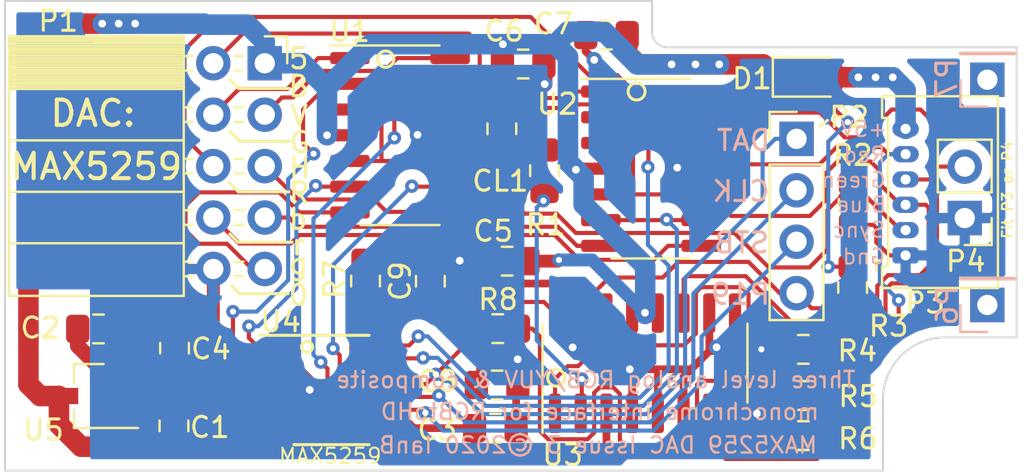
<source format=kicad_pcb>
(kicad_pcb (version 20171130) (host pcbnew "(5.1.4)-1")

  (general
    (thickness 1.6)
    (drawings 63)
    (tracks 647)
    (zones 0)
    (modules 30)
    (nets 36)
  )

  (page A4)
  (layers
    (0 F.Cu signal)
    (31 B.Cu signal)
    (34 B.Paste user hide)
    (35 F.Paste user hide)
    (36 B.SilkS user hide)
    (37 F.SilkS user)
    (38 B.Mask user hide)
    (39 F.Mask user hide)
    (40 Dwgs.User user hide)
    (41 Cmts.User user hide)
    (44 Edge.Cuts user)
    (45 Margin user hide)
    (46 B.CrtYd user hide)
    (47 F.CrtYd user hide)
    (48 B.Fab user hide)
    (49 F.Fab user hide)
  )

  (setup
    (last_trace_width 0.2032)
    (user_trace_width 0.2032)
    (user_trace_width 0.381)
    (user_trace_width 0.635)
    (user_trace_width 0.762)
    (user_trace_width 0.889)
    (user_trace_width 1.016)
    (user_trace_width 1.143)
    (user_trace_width 1.27)
    (trace_clearance 0.2032)
    (zone_clearance 0.508)
    (zone_45_only yes)
    (trace_min 0.2032)
    (via_size 0.6604)
    (via_drill 0.3048)
    (via_min_size 0.6604)
    (via_min_drill 0.3048)
    (uvia_size 0.6096)
    (uvia_drill 0.3048)
    (uvias_allowed no)
    (uvia_min_size 0)
    (uvia_min_drill 0)
    (edge_width 0.1)
    (segment_width 0.2)
    (pcb_text_width 0.2)
    (pcb_text_size 1.25 1.25)
    (mod_edge_width 0.15)
    (mod_text_size 1 1)
    (mod_text_width 0.15)
    (pad_size 1.7 1.7)
    (pad_drill 1)
    (pad_to_mask_clearance 0.15)
    (solder_mask_min_width 0.26)
    (aux_axis_origin 12.502 54.50096)
    (grid_origin 45.002 28.00096)
    (visible_elements 7FFFFFFF)
    (pcbplotparams
      (layerselection 0x010f0_ffffffff)
      (usegerberextensions true)
      (usegerberattributes false)
      (usegerberadvancedattributes false)
      (creategerberjobfile false)
      (excludeedgelayer true)
      (linewidth 0.100000)
      (plotframeref false)
      (viasonmask false)
      (mode 1)
      (useauxorigin false)
      (hpglpennumber 1)
      (hpglpenspeed 20)
      (hpglpendiameter 15.000000)
      (psnegative false)
      (psa4output false)
      (plotreference true)
      (plotvalue false)
      (plotinvisibletext false)
      (padsonsilk false)
      (subtractmaskfromsilk false)
      (outputformat 1)
      (mirror false)
      (drillshape 0)
      (scaleselection 1)
      (outputdirectory "manufacturing/"))
  )

  (net 0 "")
  (net 1 /GND)
  (net 2 /SYNC)
  (net 3 /BLUE)
  (net 4 /GREEN)
  (net 5 /RED)
  (net 6 /BRED)
  (net 7 /BGREEN)
  (net 8 /BBLUE)
  (net 9 /VSYNC)
  (net 10 /VANALOG)
  (net 11 /ASYNC)
  (net 12 /ARED)
  (net 13 /AGREEN)
  (net 14 /ABLUE)
  (net 15 "Net-(P6-Pad1)")
  (net 16 /REFSYNC)
  (net 17 /GPIO22_STB)
  (net 18 /GPIO0_DAT)
  (net 19 "Net-(P7-Pad1)")
  (net 20 /VCC)
  (net 21 /GPIO1_CLK)
  (net 22 /CLAMPLVL)
  (net 23 /CGREEN)
  (net 24 /CLAMP)
  (net 25 /REFGYSYNC)
  (net 26 /REFRBUVLO)
  (net 27 /REFRBUVHI)
  (net 28 /REFGYHI)
  (net 29 /REFGYLO)
  (net 30 "Net-(U4-Pad14)")
  (net 31 /VCC_IN)
  (net 32 /SPARE)
  (net 33 /SW_CLAMP)
  (net 34 /TERM_RB)
  (net 35 /TERM_G)

  (net_class Default "This is the default net class."
    (clearance 0.2032)
    (trace_width 0.2032)
    (via_dia 0.6604)
    (via_drill 0.3048)
    (uvia_dia 0.6096)
    (uvia_drill 0.3048)
    (diff_pair_width 0.2032)
    (diff_pair_gap 0.25)
    (add_net /ABLUE)
    (add_net /AGREEN)
    (add_net /ARED)
    (add_net /ASYNC)
    (add_net /BBLUE)
    (add_net /BGREEN)
    (add_net /BLUE)
    (add_net /BRED)
    (add_net /CGREEN)
    (add_net /CLAMP)
    (add_net /CLAMPLVL)
    (add_net /GND)
    (add_net /GPIO0_DAT)
    (add_net /GPIO1_CLK)
    (add_net /GPIO22_STB)
    (add_net /GREEN)
    (add_net /RED)
    (add_net /REFGYHI)
    (add_net /REFGYLO)
    (add_net /REFGYSYNC)
    (add_net /REFRBUVHI)
    (add_net /REFRBUVLO)
    (add_net /REFSYNC)
    (add_net /SPARE)
    (add_net /SW_CLAMP)
    (add_net /SYNC)
    (add_net /TERM_G)
    (add_net /TERM_RB)
    (add_net /VANALOG)
    (add_net /VCC)
    (add_net /VCC_IN)
    (add_net /VSYNC)
    (add_net "Net-(P6-Pad1)")
    (add_net "Net-(P7-Pad1)")
    (add_net "Net-(U4-Pad14)")
  )

  (net_class Power ""
    (clearance 0.2032)
    (trace_width 0.381)
    (via_dia 0.762)
    (via_drill 0.381)
    (uvia_dia 0.6096)
    (uvia_drill 0.3048)
    (diff_pair_width 0.2032)
    (diff_pair_gap 0.25)
  )

  (module Connector_PinHeader_2.54mm:PinHeader_1x04_P2.54mm_Vertical (layer F.Cu) (tedit 59FED5CC) (tstamp 5DCC4DD0)
    (at 66.6174 38.11016)
    (descr "Through hole straight pin header, 1x04, 2.54mm pitch, single row")
    (tags "Through hole pin header THT 1x04 2.54mm single row")
    (path /5DCFA861)
    (fp_text reference P2 (at 2.6035 -1.0668) (layer F.SilkS)
      (effects (font (size 1 1) (thickness 0.15)))
    )
    (fp_text value Conn_01x04 (at 0 9.95) (layer F.Fab)
      (effects (font (size 1 1) (thickness 0.15)))
    )
    (fp_text user %R (at 0 3.81 90) (layer F.Fab)
      (effects (font (size 1 1) (thickness 0.15)))
    )
    (fp_line (start 1.8 -1.8) (end -1.8 -1.8) (layer F.CrtYd) (width 0.05))
    (fp_line (start 1.8 9.4) (end 1.8 -1.8) (layer F.CrtYd) (width 0.05))
    (fp_line (start -1.8 9.4) (end 1.8 9.4) (layer F.CrtYd) (width 0.05))
    (fp_line (start -1.8 -1.8) (end -1.8 9.4) (layer F.CrtYd) (width 0.05))
    (fp_line (start -1.33 -1.33) (end 0 -1.33) (layer F.SilkS) (width 0.12))
    (fp_line (start -1.33 0) (end -1.33 -1.33) (layer F.SilkS) (width 0.12))
    (fp_line (start -1.33 1.27) (end 1.33 1.27) (layer F.SilkS) (width 0.12))
    (fp_line (start 1.33 1.27) (end 1.33 8.95) (layer F.SilkS) (width 0.12))
    (fp_line (start -1.33 1.27) (end -1.33 8.95) (layer F.SilkS) (width 0.12))
    (fp_line (start -1.33 8.95) (end 1.33 8.95) (layer F.SilkS) (width 0.12))
    (fp_line (start -1.27 -0.635) (end -0.635 -1.27) (layer F.Fab) (width 0.1))
    (fp_line (start -1.27 8.89) (end -1.27 -0.635) (layer F.Fab) (width 0.1))
    (fp_line (start 1.27 8.89) (end -1.27 8.89) (layer F.Fab) (width 0.1))
    (fp_line (start 1.27 -1.27) (end 1.27 8.89) (layer F.Fab) (width 0.1))
    (fp_line (start -0.635 -1.27) (end 1.27 -1.27) (layer F.Fab) (width 0.1))
    (pad 4 thru_hole oval (at 0 7.62) (size 1.7 1.7) (drill 1) (layers *.Cu *.Mask)
      (net 24 /CLAMP))
    (pad 3 thru_hole oval (at 0 5.08) (size 1.7 1.7) (drill 1) (layers *.Cu *.Mask)
      (net 17 /GPIO22_STB))
    (pad 2 thru_hole oval (at 0 2.54) (size 1.7 1.7) (drill 1) (layers *.Cu *.Mask)
      (net 21 /GPIO1_CLK))
    (pad 1 thru_hole rect (at 0 0) (size 1.7 1.7) (drill 1) (layers *.Cu *.Mask)
      (net 18 /GPIO0_DAT))
    (model ${KISYS3DMOD}/Connector_PinHeader_2.54mm.3dshapes/PinHeader_1x04_P2.54mm_Vertical.wrl
      (at (xyz 0 0 0))
      (scale (xyz 1 1 1))
      (rotate (xyz 0 0 0))
    )
  )

  (module Capacitor_SMD:C_0805_2012Metric_Pad1.15x1.40mm_HandSolder (layer F.Cu) (tedit 5B36C52B) (tstamp 5DC8CC0C)
    (at 52.32736 44.15028 180)
    (descr "Capacitor SMD 0805 (2012 Metric), square (rectangular) end terminal, IPC_7351 nominal with elongated pad for handsoldering. (Body size source: https://docs.google.com/spreadsheets/d/1BsfQQcO9C6DZCsRaXUlFlo91Tg2WpOkGARC1WS5S8t0/edit?usp=sharing), generated with kicad-footprint-generator")
    (tags "capacitor handsolder")
    (path /5DCE4EBF)
    (attr smd)
    (fp_text reference C5 (at 0.69342 1.48082) (layer F.SilkS)
      (effects (font (size 1 1) (thickness 0.15)))
    )
    (fp_text value 100n (at 0 1.65) (layer F.Fab)
      (effects (font (size 1 1) (thickness 0.15)))
    )
    (fp_text user %R (at 0 0) (layer F.Fab)
      (effects (font (size 0.5 0.5) (thickness 0.08)))
    )
    (fp_line (start 1.85 0.95) (end -1.85 0.95) (layer F.CrtYd) (width 0.05))
    (fp_line (start 1.85 -0.95) (end 1.85 0.95) (layer F.CrtYd) (width 0.05))
    (fp_line (start -1.85 -0.95) (end 1.85 -0.95) (layer F.CrtYd) (width 0.05))
    (fp_line (start -1.85 0.95) (end -1.85 -0.95) (layer F.CrtYd) (width 0.05))
    (fp_line (start -0.261252 0.71) (end 0.261252 0.71) (layer F.SilkS) (width 0.12))
    (fp_line (start -0.261252 -0.71) (end 0.261252 -0.71) (layer F.SilkS) (width 0.12))
    (fp_line (start 1 0.6) (end -1 0.6) (layer F.Fab) (width 0.1))
    (fp_line (start 1 -0.6) (end 1 0.6) (layer F.Fab) (width 0.1))
    (fp_line (start -1 -0.6) (end 1 -0.6) (layer F.Fab) (width 0.1))
    (fp_line (start -1 0.6) (end -1 -0.6) (layer F.Fab) (width 0.1))
    (pad 2 smd roundrect (at 1.025 0 180) (size 1.15 1.4) (layers F.Cu F.Paste F.Mask) (roundrect_rratio 0.217391)
      (net 1 /GND))
    (pad 1 smd roundrect (at -1.025 0 180) (size 1.15 1.4) (layers F.Cu F.Paste F.Mask) (roundrect_rratio 0.217391)
      (net 20 /VCC))
    (model ${KISYS3DMOD}/Capacitor_SMD.3dshapes/C_0805_2012Metric.wrl
      (at (xyz 0 0 0))
      (scale (xyz 1 1 1))
      (rotate (xyz 0 0 0))
    )
  )

  (module Package_SO:QSOP-16_3.9x4.9mm_P0.635mm (layer F.Cu) (tedit 5A02F25C) (tstamp 5DE9AC6A)
    (at 43.65072 50.53838)
    (descr "16-Lead Plastic Shrink Small Outline Narrow Body (QR)-.150\" Body [QSOP] (see Microchip Packaging Specification 00000049BS.pdf)")
    (tags "SSOP 0.635")
    (path /5DEBF7A0)
    (attr smd)
    (fp_text reference U4 (at -2.5146 -3.4036) (layer F.SilkS)
      (effects (font (size 1 1) (thickness 0.15)))
    )
    (fp_text value MAX5259EEE+ (at 0 3.5) (layer F.Fab)
      (effects (font (size 1 1) (thickness 0.15)))
    )
    (fp_line (start -0.95 -2.45) (end 1.95 -2.45) (layer F.Fab) (width 0.15))
    (fp_line (start 1.95 -2.45) (end 1.95 2.45) (layer F.Fab) (width 0.15))
    (fp_line (start 1.95 2.45) (end -1.95 2.45) (layer F.Fab) (width 0.15))
    (fp_line (start -1.95 2.45) (end -1.95 -1.45) (layer F.Fab) (width 0.15))
    (fp_line (start -1.95 -1.45) (end -0.95 -2.45) (layer F.Fab) (width 0.15))
    (fp_line (start -3.7 -2.85) (end -3.7 2.8) (layer F.CrtYd) (width 0.05))
    (fp_line (start 3.7 -2.85) (end 3.7 2.8) (layer F.CrtYd) (width 0.05))
    (fp_line (start -3.7 -2.85) (end 3.7 -2.85) (layer F.CrtYd) (width 0.05))
    (fp_line (start -3.7 2.8) (end 3.7 2.8) (layer F.CrtYd) (width 0.05))
    (fp_line (start -1.8543 2.675) (end 1.8543 2.675) (layer F.SilkS) (width 0.15))
    (fp_line (start -3.525 -2.725) (end 1.8586 -2.725) (layer F.SilkS) (width 0.15))
    (fp_text user %R (at 0 0) (layer F.Fab)
      (effects (font (size 0.7 0.7) (thickness 0.15)))
    )
    (pad 1 smd rect (at -2.6543 -2.2225) (size 1.6 0.41) (layers F.Cu F.Paste F.Mask)
      (net 29 /REFGYLO))
    (pad 2 smd rect (at -2.6543 -1.5875) (size 1.6 0.41) (layers F.Cu F.Paste F.Mask)
      (net 28 /REFGYHI))
    (pad 3 smd rect (at -2.6543 -0.9525) (size 1.6 0.41) (layers F.Cu F.Paste F.Mask)
      (net 1 /GND))
    (pad 4 smd rect (at -2.6543 -0.3175) (size 1.6 0.41) (layers F.Cu F.Paste F.Mask)
      (net 10 /VANALOG))
    (pad 5 smd rect (at -2.6543 0.3175) (size 1.6 0.41) (layers F.Cu F.Paste F.Mask)
      (net 10 /VANALOG))
    (pad 6 smd rect (at -2.6543 0.9525) (size 1.6 0.41) (layers F.Cu F.Paste F.Mask)
      (net 1 /GND))
    (pad 7 smd rect (at -2.6543 1.5875) (size 1.6 0.41) (layers F.Cu F.Paste F.Mask)
      (net 25 /REFGYSYNC))
    (pad 8 smd rect (at -2.6543 2.2225) (size 1.6 0.41) (layers F.Cu F.Paste F.Mask)
      (net 16 /REFSYNC))
    (pad 9 smd rect (at 2.6543 2.2225) (size 1.6 0.41) (layers F.Cu F.Paste F.Mask)
      (net 32 /SPARE))
    (pad 10 smd rect (at 2.6543 1.5875) (size 1.6 0.41) (layers F.Cu F.Paste F.Mask)
      (net 22 /CLAMPLVL))
    (pad 11 smd rect (at 2.6543 0.9525) (size 1.6 0.41) (layers F.Cu F.Paste F.Mask)
      (net 17 /GPIO22_STB))
    (pad 12 smd rect (at 2.6543 0.3175) (size 1.6 0.41) (layers F.Cu F.Paste F.Mask)
      (net 21 /GPIO1_CLK))
    (pad 13 smd rect (at 2.6543 -0.3175) (size 1.6 0.41) (layers F.Cu F.Paste F.Mask)
      (net 18 /GPIO0_DAT))
    (pad 14 smd rect (at 2.6543 -0.9525) (size 1.6 0.41) (layers F.Cu F.Paste F.Mask)
      (net 30 "Net-(U4-Pad14)"))
    (pad 15 smd rect (at 2.6543 -1.5875) (size 1.6 0.41) (layers F.Cu F.Paste F.Mask)
      (net 26 /REFRBUVLO))
    (pad 16 smd rect (at 2.6543 -2.2225) (size 1.6 0.41) (layers F.Cu F.Paste F.Mask)
      (net 27 /REFRBUVHI))
    (model ${KISYS3DMOD}/Package_SO.3dshapes/QSOP-16_3.9x4.9mm_P0.635mm.wrl
      (at (xyz 0 0 0))
      (scale (xyz 1 1 1))
      (rotate (xyz 0 0 0))
    )
  )

  (module Connector_PinHeader_2.54mm:PinHeader_1x02_P2.54mm_Vertical (layer F.Cu) (tedit 59FED5CC) (tstamp 5DCB09B9)
    (at 74.9232 42.02176 180)
    (descr "Through hole straight pin header, 1x02, 2.54mm pitch, single row")
    (tags "Through hole pin header THT 1x02 2.54mm single row")
    (path /5DD175CA)
    (attr virtual)
    (fp_text reference P4 (at -0.0508 -2.1336) (layer F.SilkS)
      (effects (font (size 1 1) (thickness 0.15)))
    )
    (fp_text value Conn_01x02 (at 0 4.87) (layer F.Fab)
      (effects (font (size 1 1) (thickness 0.15)))
    )
    (fp_line (start -0.635 -1.27) (end 1.27 -1.27) (layer F.Fab) (width 0.1))
    (fp_line (start 1.27 -1.27) (end 1.27 3.81) (layer F.Fab) (width 0.1))
    (fp_line (start 1.27 3.81) (end -1.27 3.81) (layer F.Fab) (width 0.1))
    (fp_line (start -1.27 3.81) (end -1.27 -0.635) (layer F.Fab) (width 0.1))
    (fp_line (start -1.27 -0.635) (end -0.635 -1.27) (layer F.Fab) (width 0.1))
    (fp_line (start -1.33 3.87) (end 1.33 3.87) (layer F.SilkS) (width 0.12))
    (fp_line (start -1.33 1.27) (end -1.33 3.87) (layer F.SilkS) (width 0.12))
    (fp_line (start 1.33 1.27) (end 1.33 3.87) (layer F.SilkS) (width 0.12))
    (fp_line (start -1.33 1.27) (end 1.33 1.27) (layer F.SilkS) (width 0.12))
    (fp_line (start -1.33 0) (end -1.33 -1.33) (layer F.SilkS) (width 0.12))
    (fp_line (start -1.33 -1.33) (end 0 -1.33) (layer F.SilkS) (width 0.12))
    (fp_line (start -1.8 -1.8) (end -1.8 4.35) (layer F.CrtYd) (width 0.05))
    (fp_line (start -1.8 4.35) (end 1.8 4.35) (layer F.CrtYd) (width 0.05))
    (fp_line (start 1.8 4.35) (end 1.8 -1.8) (layer F.CrtYd) (width 0.05))
    (fp_line (start 1.8 -1.8) (end -1.8 -1.8) (layer F.CrtYd) (width 0.05))
    (fp_text user %R (at 0 1.27 90) (layer F.Fab)
      (effects (font (size 1 1) (thickness 0.15)))
    )
    (pad 1 thru_hole rect (at 0 0 180) (size 1.7 1.7) (drill 1) (layers *.Cu *.Mask)
      (net 1 /GND))
    (pad 2 thru_hole oval (at 0 2.54 180) (size 1.7 1.7) (drill 1) (layers *.Cu *.Mask)
      (net 13 /AGREEN))
    (model ${KISYS3DMOD}/Connector_PinHeader_2.54mm.3dshapes/PinHeader_1x02_P2.54mm_Vertical.wrl
      (at (xyz 0 0 0))
      (scale (xyz 1 1 1))
      (rotate (xyz 0 0 0))
    )
  )

  (module Resistor_SMD:R_0805_2012Metric_Pad1.15x1.40mm_HandSolder (layer F.Cu) (tedit 5B36C52B) (tstamp 5DE9AC19)
    (at 69.386 45.45076 270)
    (descr "Resistor SMD 0805 (2012 Metric), square (rectangular) end terminal, IPC_7351 nominal with elongated pad for handsoldering. (Body size source: https://docs.google.com/spreadsheets/d/1BsfQQcO9C6DZCsRaXUlFlo91Tg2WpOkGARC1WS5S8t0/edit?usp=sharing), generated with kicad-footprint-generator")
    (tags "resistor handsolder")
    (path /5E08BDE2)
    (attr smd)
    (fp_text reference R3 (at 1.905 -1.778) (layer F.SilkS)
      (effects (font (size 1 1) (thickness 0.15)))
    )
    (fp_text value 1K (at 0 1.65 90) (layer F.Fab)
      (effects (font (size 1 1) (thickness 0.15)))
    )
    (fp_text user %R (at 0 0 90) (layer F.Fab)
      (effects (font (size 0.5 0.5) (thickness 0.08)))
    )
    (fp_line (start 1.85 0.95) (end -1.85 0.95) (layer F.CrtYd) (width 0.05))
    (fp_line (start 1.85 -0.95) (end 1.85 0.95) (layer F.CrtYd) (width 0.05))
    (fp_line (start -1.85 -0.95) (end 1.85 -0.95) (layer F.CrtYd) (width 0.05))
    (fp_line (start -1.85 0.95) (end -1.85 -0.95) (layer F.CrtYd) (width 0.05))
    (fp_line (start -0.261252 0.71) (end 0.261252 0.71) (layer F.SilkS) (width 0.12))
    (fp_line (start -0.261252 -0.71) (end 0.261252 -0.71) (layer F.SilkS) (width 0.12))
    (fp_line (start 1 0.6) (end -1 0.6) (layer F.Fab) (width 0.1))
    (fp_line (start 1 -0.6) (end 1 0.6) (layer F.Fab) (width 0.1))
    (fp_line (start -1 -0.6) (end 1 -0.6) (layer F.Fab) (width 0.1))
    (fp_line (start -1 0.6) (end -1 -0.6) (layer F.Fab) (width 0.1))
    (pad 2 smd roundrect (at 1.025 0 270) (size 1.15 1.4) (layers F.Cu F.Paste F.Mask) (roundrect_rratio 0.217391)
      (net 24 /CLAMP))
    (pad 1 smd roundrect (at -1.025 0 270) (size 1.15 1.4) (layers F.Cu F.Paste F.Mask) (roundrect_rratio 0.217391)
      (net 20 /VCC))
    (model ${KISYS3DMOD}/Resistor_SMD.3dshapes/R_0805_2012Metric.wrl
      (at (xyz 0 0 0))
      (scale (xyz 1 1 1))
      (rotate (xyz 0 0 0))
    )
  )

  (module Resistor_SMD:R_0805_2012Metric_Pad1.15x1.40mm_HandSolder (layer F.Cu) (tedit 5B36C52B) (tstamp 5DEAAA5E)
    (at 66.95268 48.50638 180)
    (descr "Resistor SMD 0805 (2012 Metric), square (rectangular) end terminal, IPC_7351 nominal with elongated pad for handsoldering. (Body size source: https://docs.google.com/spreadsheets/d/1BsfQQcO9C6DZCsRaXUlFlo91Tg2WpOkGARC1WS5S8t0/edit?usp=sharing), generated with kicad-footprint-generator")
    (tags "resistor handsolder")
    (path /5DFCAEED)
    (attr smd)
    (fp_text reference R4 (at -2.667 -0.0762) (layer F.SilkS)
      (effects (font (size 1 1) (thickness 0.15)))
    )
    (fp_text value 10K (at 0 1.65) (layer F.Fab)
      (effects (font (size 1 1) (thickness 0.15)))
    )
    (fp_line (start -1 0.6) (end -1 -0.6) (layer F.Fab) (width 0.1))
    (fp_line (start -1 -0.6) (end 1 -0.6) (layer F.Fab) (width 0.1))
    (fp_line (start 1 -0.6) (end 1 0.6) (layer F.Fab) (width 0.1))
    (fp_line (start 1 0.6) (end -1 0.6) (layer F.Fab) (width 0.1))
    (fp_line (start -0.261252 -0.71) (end 0.261252 -0.71) (layer F.SilkS) (width 0.12))
    (fp_line (start -0.261252 0.71) (end 0.261252 0.71) (layer F.SilkS) (width 0.12))
    (fp_line (start -1.85 0.95) (end -1.85 -0.95) (layer F.CrtYd) (width 0.05))
    (fp_line (start -1.85 -0.95) (end 1.85 -0.95) (layer F.CrtYd) (width 0.05))
    (fp_line (start 1.85 -0.95) (end 1.85 0.95) (layer F.CrtYd) (width 0.05))
    (fp_line (start 1.85 0.95) (end -1.85 0.95) (layer F.CrtYd) (width 0.05))
    (fp_text user %R (at 0 0) (layer F.Fab)
      (effects (font (size 0.5 0.5) (thickness 0.08)))
    )
    (pad 1 smd roundrect (at -1.025 0 180) (size 1.15 1.4) (layers F.Cu F.Paste F.Mask) (roundrect_rratio 0.217391)
      (net 14 /ABLUE))
    (pad 2 smd roundrect (at 1.025 0 180) (size 1.15 1.4) (layers F.Cu F.Paste F.Mask) (roundrect_rratio 0.217391)
      (net 1 /GND))
    (model ${KISYS3DMOD}/Resistor_SMD.3dshapes/R_0805_2012Metric.wrl
      (at (xyz 0 0 0))
      (scale (xyz 1 1 1))
      (rotate (xyz 0 0 0))
    )
  )

  (module Resistor_SMD:R_0805_2012Metric_Pad1.15x1.40mm_HandSolder (layer F.Cu) (tedit 5B36C52B) (tstamp 5DEAAA6F)
    (at 66.97046 50.78476 180)
    (descr "Resistor SMD 0805 (2012 Metric), square (rectangular) end terminal, IPC_7351 nominal with elongated pad for handsoldering. (Body size source: https://docs.google.com/spreadsheets/d/1BsfQQcO9C6DZCsRaXUlFlo91Tg2WpOkGARC1WS5S8t0/edit?usp=sharing), generated with kicad-footprint-generator")
    (tags "resistor handsolder")
    (path /5DFFC467)
    (attr smd)
    (fp_text reference R5 (at -2.6924 -0.0508) (layer F.SilkS)
      (effects (font (size 1 1) (thickness 0.15)))
    )
    (fp_text value 10K (at 0 1.65) (layer F.Fab)
      (effects (font (size 1 1) (thickness 0.15)))
    )
    (fp_text user %R (at 0 0) (layer F.Fab)
      (effects (font (size 0.5 0.5) (thickness 0.08)))
    )
    (fp_line (start 1.85 0.95) (end -1.85 0.95) (layer F.CrtYd) (width 0.05))
    (fp_line (start 1.85 -0.95) (end 1.85 0.95) (layer F.CrtYd) (width 0.05))
    (fp_line (start -1.85 -0.95) (end 1.85 -0.95) (layer F.CrtYd) (width 0.05))
    (fp_line (start -1.85 0.95) (end -1.85 -0.95) (layer F.CrtYd) (width 0.05))
    (fp_line (start -0.261252 0.71) (end 0.261252 0.71) (layer F.SilkS) (width 0.12))
    (fp_line (start -0.261252 -0.71) (end 0.261252 -0.71) (layer F.SilkS) (width 0.12))
    (fp_line (start 1 0.6) (end -1 0.6) (layer F.Fab) (width 0.1))
    (fp_line (start 1 -0.6) (end 1 0.6) (layer F.Fab) (width 0.1))
    (fp_line (start -1 -0.6) (end 1 -0.6) (layer F.Fab) (width 0.1))
    (fp_line (start -1 0.6) (end -1 -0.6) (layer F.Fab) (width 0.1))
    (pad 2 smd roundrect (at 1.025 0 180) (size 1.15 1.4) (layers F.Cu F.Paste F.Mask) (roundrect_rratio 0.217391)
      (net 1 /GND))
    (pad 1 smd roundrect (at -1.025 0 180) (size 1.15 1.4) (layers F.Cu F.Paste F.Mask) (roundrect_rratio 0.217391)
      (net 13 /AGREEN))
    (model ${KISYS3DMOD}/Resistor_SMD.3dshapes/R_0805_2012Metric.wrl
      (at (xyz 0 0 0))
      (scale (xyz 1 1 1))
      (rotate (xyz 0 0 0))
    )
  )

  (module Resistor_SMD:R_0805_2012Metric_Pad1.15x1.40mm_HandSolder (layer F.Cu) (tedit 5B36C52B) (tstamp 5DEAAA80)
    (at 66.95522 52.76596 180)
    (descr "Resistor SMD 0805 (2012 Metric), square (rectangular) end terminal, IPC_7351 nominal with elongated pad for handsoldering. (Body size source: https://docs.google.com/spreadsheets/d/1BsfQQcO9C6DZCsRaXUlFlo91Tg2WpOkGARC1WS5S8t0/edit?usp=sharing), generated with kicad-footprint-generator")
    (tags "resistor handsolder")
    (path /5DFFCF3C)
    (attr smd)
    (fp_text reference R6 (at -2.6924 -0.1524) (layer F.SilkS)
      (effects (font (size 1 1) (thickness 0.15)))
    )
    (fp_text value 10K (at 0 1.65) (layer F.Fab)
      (effects (font (size 1 1) (thickness 0.15)))
    )
    (fp_line (start -1 0.6) (end -1 -0.6) (layer F.Fab) (width 0.1))
    (fp_line (start -1 -0.6) (end 1 -0.6) (layer F.Fab) (width 0.1))
    (fp_line (start 1 -0.6) (end 1 0.6) (layer F.Fab) (width 0.1))
    (fp_line (start 1 0.6) (end -1 0.6) (layer F.Fab) (width 0.1))
    (fp_line (start -0.261252 -0.71) (end 0.261252 -0.71) (layer F.SilkS) (width 0.12))
    (fp_line (start -0.261252 0.71) (end 0.261252 0.71) (layer F.SilkS) (width 0.12))
    (fp_line (start -1.85 0.95) (end -1.85 -0.95) (layer F.CrtYd) (width 0.05))
    (fp_line (start -1.85 -0.95) (end 1.85 -0.95) (layer F.CrtYd) (width 0.05))
    (fp_line (start 1.85 -0.95) (end 1.85 0.95) (layer F.CrtYd) (width 0.05))
    (fp_line (start 1.85 0.95) (end -1.85 0.95) (layer F.CrtYd) (width 0.05))
    (fp_text user %R (at 0 0) (layer F.Fab)
      (effects (font (size 0.5 0.5) (thickness 0.08)))
    )
    (pad 1 smd roundrect (at -1.025 0 180) (size 1.15 1.4) (layers F.Cu F.Paste F.Mask) (roundrect_rratio 0.217391)
      (net 12 /ARED))
    (pad 2 smd roundrect (at 1.025 0 180) (size 1.15 1.4) (layers F.Cu F.Paste F.Mask) (roundrect_rratio 0.217391)
      (net 1 /GND))
    (model ${KISYS3DMOD}/Resistor_SMD.3dshapes/R_0805_2012Metric.wrl
      (at (xyz 0 0 0))
      (scale (xyz 1 1 1))
      (rotate (xyz 0 0 0))
    )
  )

  (module Connector_PinHeader_2.54mm:PinHeader_1x01_P2.54mm_Vertical (layer B.Cu) (tedit 59FED5CC) (tstamp 5DCB8595)
    (at 76.0408 35.18916)
    (descr "Through hole straight pin header, 1x01, 2.54mm pitch, single row")
    (tags "Through hole pin header THT 1x01 2.54mm single row")
    (path /5DD08736)
    (fp_text reference P7 (at -2.0066 -0.0762 90) (layer B.SilkS)
      (effects (font (size 1 1) (thickness 0.15)) (justify mirror))
    )
    (fp_text value Conn_01x01 (at 0 -2.33) (layer B.Fab)
      (effects (font (size 1 1) (thickness 0.15)) (justify mirror))
    )
    (fp_line (start -0.635 1.27) (end 1.27 1.27) (layer B.Fab) (width 0.1))
    (fp_line (start 1.27 1.27) (end 1.27 -1.27) (layer B.Fab) (width 0.1))
    (fp_line (start 1.27 -1.27) (end -1.27 -1.27) (layer B.Fab) (width 0.1))
    (fp_line (start -1.27 -1.27) (end -1.27 0.635) (layer B.Fab) (width 0.1))
    (fp_line (start -1.27 0.635) (end -0.635 1.27) (layer B.Fab) (width 0.1))
    (fp_line (start -1.33 -1.33) (end 1.33 -1.33) (layer B.SilkS) (width 0.12))
    (fp_line (start -1.33 -1.27) (end -1.33 -1.33) (layer B.SilkS) (width 0.12))
    (fp_line (start 1.33 -1.27) (end 1.33 -1.33) (layer B.SilkS) (width 0.12))
    (fp_line (start -1.33 -1.27) (end 1.33 -1.27) (layer B.SilkS) (width 0.12))
    (fp_line (start -1.33 0) (end -1.33 1.33) (layer B.SilkS) (width 0.12))
    (fp_line (start -1.33 1.33) (end 0 1.33) (layer B.SilkS) (width 0.12))
    (fp_line (start -1.8 1.8) (end -1.8 -1.8) (layer B.CrtYd) (width 0.05))
    (fp_line (start -1.8 -1.8) (end 1.8 -1.8) (layer B.CrtYd) (width 0.05))
    (fp_line (start 1.8 -1.8) (end 1.8 1.8) (layer B.CrtYd) (width 0.05))
    (fp_line (start 1.8 1.8) (end -1.8 1.8) (layer B.CrtYd) (width 0.05))
    (fp_text user %R (at 0 0 270) (layer B.Fab)
      (effects (font (size 1 1) (thickness 0.15)) (justify mirror))
    )
    (pad 1 thru_hole rect (at 0 0) (size 1.7 1.7) (drill 1) (layers *.Cu *.Mask)
      (net 19 "Net-(P7-Pad1)"))
    (model ${KISYS3DMOD}/Connector_PinHeader_2.54mm.3dshapes/PinHeader_1x01_P2.54mm_Vertical.wrl
      (at (xyz 0 0 0))
      (scale (xyz 1 1 1))
      (rotate (xyz 0 0 0))
    )
  )

  (module Package_SO:SOIC-14_3.9x8.7mm_P1.27mm (layer F.Cu) (tedit 5C97300E) (tstamp 5DD46B67)
    (at 47.034 37.93236)
    (descr "SOIC, 14 Pin (JEDEC MS-012AB, https://www.analog.com/media/en/package-pcb-resources/package/pkg_pdf/soic_narrow-r/r_14.pdf), generated with kicad-footprint-generator ipc_gullwing_generator.py")
    (tags "SOIC SO")
    (path /5DE5166D)
    (attr smd)
    (fp_text reference U1 (at -2.4892 -5.1308) (layer F.SilkS)
      (effects (font (size 1 1) (thickness 0.15)))
    )
    (fp_text value MAX9144 (at 0 5.28) (layer F.Fab)
      (effects (font (size 1 1) (thickness 0.15)))
    )
    (fp_line (start 0 4.435) (end 1.95 4.435) (layer F.SilkS) (width 0.12))
    (fp_line (start 0 4.435) (end -1.95 4.435) (layer F.SilkS) (width 0.12))
    (fp_line (start 0 -4.435) (end 1.95 -4.435) (layer F.SilkS) (width 0.12))
    (fp_line (start 0 -4.435) (end -3.45 -4.435) (layer F.SilkS) (width 0.12))
    (fp_line (start -0.975 -4.325) (end 1.95 -4.325) (layer F.Fab) (width 0.1))
    (fp_line (start 1.95 -4.325) (end 1.95 4.325) (layer F.Fab) (width 0.1))
    (fp_line (start 1.95 4.325) (end -1.95 4.325) (layer F.Fab) (width 0.1))
    (fp_line (start -1.95 4.325) (end -1.95 -3.35) (layer F.Fab) (width 0.1))
    (fp_line (start -1.95 -3.35) (end -0.975 -4.325) (layer F.Fab) (width 0.1))
    (fp_line (start -3.7 -4.58) (end -3.7 4.58) (layer F.CrtYd) (width 0.05))
    (fp_line (start -3.7 4.58) (end 3.7 4.58) (layer F.CrtYd) (width 0.05))
    (fp_line (start 3.7 4.58) (end 3.7 -4.58) (layer F.CrtYd) (width 0.05))
    (fp_line (start 3.7 -4.58) (end -3.7 -4.58) (layer F.CrtYd) (width 0.05))
    (fp_text user %R (at 0 0) (layer F.Fab)
      (effects (font (size 0.98 0.98) (thickness 0.15)))
    )
    (pad 1 smd roundrect (at -2.475 -3.81) (size 1.95 0.6) (layers F.Cu F.Paste F.Mask) (roundrect_rratio 0.25)
      (net 4 /GREEN))
    (pad 2 smd roundrect (at -2.475 -2.54) (size 1.95 0.6) (layers F.Cu F.Paste F.Mask) (roundrect_rratio 0.25)
      (net 28 /REFGYHI))
    (pad 3 smd roundrect (at -2.475 -1.27) (size 1.95 0.6) (layers F.Cu F.Paste F.Mask) (roundrect_rratio 0.25)
      (net 23 /CGREEN))
    (pad 4 smd roundrect (at -2.475 0) (size 1.95 0.6) (layers F.Cu F.Paste F.Mask) (roundrect_rratio 0.25)
      (net 20 /VCC))
    (pad 5 smd roundrect (at -2.475 1.27) (size 1.95 0.6) (layers F.Cu F.Paste F.Mask) (roundrect_rratio 0.25)
      (net 23 /CGREEN))
    (pad 6 smd roundrect (at -2.475 2.54) (size 1.95 0.6) (layers F.Cu F.Paste F.Mask) (roundrect_rratio 0.25)
      (net 29 /REFGYLO))
    (pad 7 smd roundrect (at -2.475 3.81) (size 1.95 0.6) (layers F.Cu F.Paste F.Mask) (roundrect_rratio 0.25)
      (net 7 /BGREEN))
    (pad 8 smd roundrect (at 2.475 3.81) (size 1.95 0.6) (layers F.Cu F.Paste F.Mask) (roundrect_rratio 0.25)
      (net 2 /SYNC))
    (pad 9 smd roundrect (at 2.475 2.54) (size 1.95 0.6) (layers F.Cu F.Paste F.Mask) (roundrect_rratio 0.25)
      (net 16 /REFSYNC))
    (pad 10 smd roundrect (at 2.475 1.27) (size 1.95 0.6) (layers F.Cu F.Paste F.Mask) (roundrect_rratio 0.25)
      (net 11 /ASYNC))
    (pad 11 smd roundrect (at 2.475 0) (size 1.95 0.6) (layers F.Cu F.Paste F.Mask) (roundrect_rratio 0.25)
      (net 1 /GND))
    (pad 12 smd roundrect (at 2.475 -1.27) (size 1.95 0.6) (layers F.Cu F.Paste F.Mask) (roundrect_rratio 0.25)
      (net 23 /CGREEN))
    (pad 13 smd roundrect (at 2.475 -2.54) (size 1.95 0.6) (layers F.Cu F.Paste F.Mask) (roundrect_rratio 0.25)
      (net 25 /REFGYSYNC))
    (pad 14 smd roundrect (at 2.475 -3.81) (size 1.95 0.6) (layers F.Cu F.Paste F.Mask) (roundrect_rratio 0.25)
      (net 9 /VSYNC))
    (model ${KISYS3DMOD}/Package_SO.3dshapes/SOIC-14_3.9x8.7mm_P1.27mm.wrl
      (at (xyz 0 0 0))
      (scale (xyz 1 1 1))
      (rotate (xyz 0 0 0))
    )
  )

  (module Connector_PinSocket_2.54mm:PinSocket_2x05_P2.54mm_Horizontal (layer F.Cu) (tedit 5A19A422) (tstamp 5DC8CCDC)
    (at 40.3538 34.37636)
    (descr "Through hole angled socket strip, 2x05, 2.54mm pitch, 8.51mm socket length, double cols (from Kicad 4.0.7), script generated")
    (tags "Through hole angled socket strip THT 2x05 2.54mm double row")
    (path /5DB26BD3)
    (fp_text reference P1 (at -10.1981 -2.0828) (layer F.SilkS)
      (effects (font (size 1 1) (thickness 0.15)))
    )
    (fp_text value Conn_02x05_Odd_Even (at -5.65 12.93) (layer F.Fab)
      (effects (font (size 1 1) (thickness 0.15)))
    )
    (fp_line (start -12.57 -1.27) (end -5.03 -1.27) (layer F.Fab) (width 0.1))
    (fp_line (start -5.03 -1.27) (end -4.06 -0.3) (layer F.Fab) (width 0.1))
    (fp_line (start -4.06 -0.3) (end -4.06 11.43) (layer F.Fab) (width 0.1))
    (fp_line (start -4.06 11.43) (end -12.57 11.43) (layer F.Fab) (width 0.1))
    (fp_line (start -12.57 11.43) (end -12.57 -1.27) (layer F.Fab) (width 0.1))
    (fp_line (start 0 -0.3) (end -4.06 -0.3) (layer F.Fab) (width 0.1))
    (fp_line (start -4.06 0.3) (end 0 0.3) (layer F.Fab) (width 0.1))
    (fp_line (start 0 0.3) (end 0 -0.3) (layer F.Fab) (width 0.1))
    (fp_line (start 0 2.24) (end -4.06 2.24) (layer F.Fab) (width 0.1))
    (fp_line (start -4.06 2.84) (end 0 2.84) (layer F.Fab) (width 0.1))
    (fp_line (start 0 2.84) (end 0 2.24) (layer F.Fab) (width 0.1))
    (fp_line (start 0 4.78) (end -4.06 4.78) (layer F.Fab) (width 0.1))
    (fp_line (start -4.06 5.38) (end 0 5.38) (layer F.Fab) (width 0.1))
    (fp_line (start 0 5.38) (end 0 4.78) (layer F.Fab) (width 0.1))
    (fp_line (start 0 7.32) (end -4.06 7.32) (layer F.Fab) (width 0.1))
    (fp_line (start -4.06 7.92) (end 0 7.92) (layer F.Fab) (width 0.1))
    (fp_line (start 0 7.92) (end 0 7.32) (layer F.Fab) (width 0.1))
    (fp_line (start 0 9.86) (end -4.06 9.86) (layer F.Fab) (width 0.1))
    (fp_line (start -4.06 10.46) (end 0 10.46) (layer F.Fab) (width 0.1))
    (fp_line (start 0 10.46) (end 0 9.86) (layer F.Fab) (width 0.1))
    (fp_line (start -12.63 -1.21) (end -4 -1.21) (layer F.SilkS) (width 0.12))
    (fp_line (start -12.63 -1.091905) (end -4 -1.091905) (layer F.SilkS) (width 0.12))
    (fp_line (start -12.63 -0.97381) (end -4 -0.97381) (layer F.SilkS) (width 0.12))
    (fp_line (start -12.63 -0.855715) (end -4 -0.855715) (layer F.SilkS) (width 0.12))
    (fp_line (start -12.63 -0.73762) (end -4 -0.73762) (layer F.SilkS) (width 0.12))
    (fp_line (start -12.63 -0.619525) (end -4 -0.619525) (layer F.SilkS) (width 0.12))
    (fp_line (start -12.63 -0.50143) (end -4 -0.50143) (layer F.SilkS) (width 0.12))
    (fp_line (start -12.63 -0.383335) (end -4 -0.383335) (layer F.SilkS) (width 0.12))
    (fp_line (start -12.63 -0.26524) (end -4 -0.26524) (layer F.SilkS) (width 0.12))
    (fp_line (start -12.63 -0.147145) (end -4 -0.147145) (layer F.SilkS) (width 0.12))
    (fp_line (start -12.63 -0.02905) (end -4 -0.02905) (layer F.SilkS) (width 0.12))
    (fp_line (start -12.63 0.089045) (end -4 0.089045) (layer F.SilkS) (width 0.12))
    (fp_line (start -12.63 0.20714) (end -4 0.20714) (layer F.SilkS) (width 0.12))
    (fp_line (start -12.63 0.325235) (end -4 0.325235) (layer F.SilkS) (width 0.12))
    (fp_line (start -12.63 0.44333) (end -4 0.44333) (layer F.SilkS) (width 0.12))
    (fp_line (start -12.63 0.561425) (end -4 0.561425) (layer F.SilkS) (width 0.12))
    (fp_line (start -12.63 0.67952) (end -4 0.67952) (layer F.SilkS) (width 0.12))
    (fp_line (start -12.63 0.797615) (end -4 0.797615) (layer F.SilkS) (width 0.12))
    (fp_line (start -12.63 0.91571) (end -4 0.91571) (layer F.SilkS) (width 0.12))
    (fp_line (start -12.63 1.033805) (end -4 1.033805) (layer F.SilkS) (width 0.12))
    (fp_line (start -12.63 1.1519) (end -4 1.1519) (layer F.SilkS) (width 0.12))
    (fp_line (start -4 -0.36) (end -3.59 -0.36) (layer F.SilkS) (width 0.12))
    (fp_line (start -1.49 -0.36) (end -1.11 -0.36) (layer F.SilkS) (width 0.12))
    (fp_line (start -4 0.36) (end -3.59 0.36) (layer F.SilkS) (width 0.12))
    (fp_line (start -1.49 0.36) (end -1.11 0.36) (layer F.SilkS) (width 0.12))
    (fp_line (start -4 2.18) (end -3.59 2.18) (layer F.SilkS) (width 0.12))
    (fp_line (start -1.49 2.18) (end -1.05 2.18) (layer F.SilkS) (width 0.12))
    (fp_line (start -4 2.9) (end -3.59 2.9) (layer F.SilkS) (width 0.12))
    (fp_line (start -1.49 2.9) (end -1.05 2.9) (layer F.SilkS) (width 0.12))
    (fp_line (start -4 4.72) (end -3.59 4.72) (layer F.SilkS) (width 0.12))
    (fp_line (start -1.49 4.72) (end -1.05 4.72) (layer F.SilkS) (width 0.12))
    (fp_line (start -4 5.44) (end -3.59 5.44) (layer F.SilkS) (width 0.12))
    (fp_line (start -1.49 5.44) (end -1.05 5.44) (layer F.SilkS) (width 0.12))
    (fp_line (start -4 7.26) (end -3.59 7.26) (layer F.SilkS) (width 0.12))
    (fp_line (start -1.49 7.26) (end -1.05 7.26) (layer F.SilkS) (width 0.12))
    (fp_line (start -4 7.98) (end -3.59 7.98) (layer F.SilkS) (width 0.12))
    (fp_line (start -1.49 7.98) (end -1.05 7.98) (layer F.SilkS) (width 0.12))
    (fp_line (start -4 9.8) (end -3.59 9.8) (layer F.SilkS) (width 0.12))
    (fp_line (start -1.49 9.8) (end -1.05 9.8) (layer F.SilkS) (width 0.12))
    (fp_line (start -4 10.52) (end -3.59 10.52) (layer F.SilkS) (width 0.12))
    (fp_line (start -1.49 10.52) (end -1.05 10.52) (layer F.SilkS) (width 0.12))
    (fp_line (start -12.63 1.27) (end -4 1.27) (layer F.SilkS) (width 0.12))
    (fp_line (start -12.63 3.81) (end -4 3.81) (layer F.SilkS) (width 0.12))
    (fp_line (start -12.63 6.35) (end -4 6.35) (layer F.SilkS) (width 0.12))
    (fp_line (start -12.63 8.89) (end -4 8.89) (layer F.SilkS) (width 0.12))
    (fp_line (start -12.63 -1.33) (end -4 -1.33) (layer F.SilkS) (width 0.12))
    (fp_line (start -4 -1.33) (end -4 11.49) (layer F.SilkS) (width 0.12))
    (fp_line (start -12.63 11.49) (end -4 11.49) (layer F.SilkS) (width 0.12))
    (fp_line (start -12.63 -1.33) (end -12.63 11.49) (layer F.SilkS) (width 0.12))
    (fp_line (start 1.11 -1.33) (end 1.11 0) (layer F.SilkS) (width 0.12))
    (fp_line (start 0 -1.33) (end 1.11 -1.33) (layer F.SilkS) (width 0.12))
    (fp_line (start 1.8 -1.75) (end -13.05 -1.75) (layer F.CrtYd) (width 0.05))
    (fp_line (start -13.05 -1.75) (end -13.05 11.95) (layer F.CrtYd) (width 0.05))
    (fp_line (start -13.05 11.95) (end 1.8 11.95) (layer F.CrtYd) (width 0.05))
    (fp_line (start 1.8 11.95) (end 1.8 -1.75) (layer F.CrtYd) (width 0.05))
    (fp_text user %R (at -8.315 5.08 90) (layer F.Fab)
      (effects (font (size 1 1) (thickness 0.15)))
    )
    (pad 1 thru_hole rect (at 0 0) (size 1.7 1.7) (drill 1) (layers *.Cu *.Mask)
      (net 20 /VCC))
    (pad 2 thru_hole oval (at -2.54 0) (size 1.7 1.7) (drill 1) (layers *.Cu *.Mask)
      (net 3 /BLUE))
    (pad 3 thru_hole oval (at 0 2.54) (size 1.7 1.7) (drill 1) (layers *.Cu *.Mask)
      (net 9 /VSYNC))
    (pad 4 thru_hole oval (at -2.54 2.54) (size 1.7 1.7) (drill 1) (layers *.Cu *.Mask)
      (net 4 /GREEN))
    (pad 5 thru_hole oval (at 0 5.08) (size 1.7 1.7) (drill 1) (layers *.Cu *.Mask)
      (net 2 /SYNC))
    (pad 6 thru_hole oval (at -2.54 5.08) (size 1.7 1.7) (drill 1) (layers *.Cu *.Mask)
      (net 5 /RED))
    (pad 7 thru_hole oval (at 0 7.62) (size 1.7 1.7) (drill 1) (layers *.Cu *.Mask)
      (net 8 /BBLUE))
    (pad 8 thru_hole oval (at -2.54 7.62) (size 1.7 1.7) (drill 1) (layers *.Cu *.Mask)
      (net 6 /BRED))
    (pad 9 thru_hole oval (at 0 10.16) (size 1.7 1.7) (drill 1) (layers *.Cu *.Mask)
      (net 7 /BGREEN))
    (pad 10 thru_hole oval (at -2.54 10.16) (size 1.7 1.7) (drill 1) (layers *.Cu *.Mask)
      (net 1 /GND))
    (model ${KISYS3DMOD}/Connector_PinSocket_2.54mm.3dshapes/PinSocket_2x05_P2.54mm_Horizontal.wrl
      (at (xyz 0 0 0))
      (scale (xyz 1 1 1))
      (rotate (xyz 0 0 0))
    )
  )

  (module Capacitor_SMD:C_0805_2012Metric_Pad1.15x1.40mm_HandSolder (layer F.Cu) (tedit 5B36C52B) (tstamp 5DCDAF35)
    (at 57.22956 32.98444 180)
    (descr "Capacitor SMD 0805 (2012 Metric), square (rectangular) end terminal, IPC_7351 nominal with elongated pad for handsoldering. (Body size source: https://docs.google.com/spreadsheets/d/1BsfQQcO9C6DZCsRaXUlFlo91Tg2WpOkGARC1WS5S8t0/edit?usp=sharing), generated with kicad-footprint-generator")
    (tags "capacitor handsolder")
    (path /5DCAB08B)
    (attr smd)
    (fp_text reference C7 (at 2.60858 0.5588) (layer F.SilkS)
      (effects (font (size 1 1) (thickness 0.15)))
    )
    (fp_text value 100n (at 0 1.65) (layer F.Fab)
      (effects (font (size 1 1) (thickness 0.15)))
    )
    (fp_text user %R (at 0 0) (layer F.Fab)
      (effects (font (size 0.5 0.5) (thickness 0.08)))
    )
    (fp_line (start 1.85 0.95) (end -1.85 0.95) (layer F.CrtYd) (width 0.05))
    (fp_line (start 1.85 -0.95) (end 1.85 0.95) (layer F.CrtYd) (width 0.05))
    (fp_line (start -1.85 -0.95) (end 1.85 -0.95) (layer F.CrtYd) (width 0.05))
    (fp_line (start -1.85 0.95) (end -1.85 -0.95) (layer F.CrtYd) (width 0.05))
    (fp_line (start -0.261252 0.71) (end 0.261252 0.71) (layer F.SilkS) (width 0.12))
    (fp_line (start -0.261252 -0.71) (end 0.261252 -0.71) (layer F.SilkS) (width 0.12))
    (fp_line (start 1 0.6) (end -1 0.6) (layer F.Fab) (width 0.1))
    (fp_line (start 1 -0.6) (end 1 0.6) (layer F.Fab) (width 0.1))
    (fp_line (start -1 -0.6) (end 1 -0.6) (layer F.Fab) (width 0.1))
    (fp_line (start -1 0.6) (end -1 -0.6) (layer F.Fab) (width 0.1))
    (pad 2 smd roundrect (at 1.025 0 180) (size 1.15 1.4) (layers F.Cu F.Paste F.Mask) (roundrect_rratio 0.217391)
      (net 1 /GND))
    (pad 1 smd roundrect (at -1.025 0 180) (size 1.15 1.4) (layers F.Cu F.Paste F.Mask) (roundrect_rratio 0.217391)
      (net 20 /VCC))
    (model ${KISYS3DMOD}/Capacitor_SMD.3dshapes/C_0805_2012Metric.wrl
      (at (xyz 0 0 0))
      (scale (xyz 1 1 1))
      (rotate (xyz 0 0 0))
    )
  )

  (module Capacitor_SMD:C_0805_2012Metric_Pad1.15x1.40mm_HandSolder (layer F.Cu) (tedit 5B36C52B) (tstamp 5DC8CC3F)
    (at 32.14198 47.498)
    (descr "Capacitor SMD 0805 (2012 Metric), square (rectangular) end terminal, IPC_7351 nominal with elongated pad for handsoldering. (Body size source: https://docs.google.com/spreadsheets/d/1BsfQQcO9C6DZCsRaXUlFlo91Tg2WpOkGARC1WS5S8t0/edit?usp=sharing), generated with kicad-footprint-generator")
    (tags "capacitor handsolder")
    (path /5DD09882)
    (attr smd)
    (fp_text reference C2 (at -2.87274 -0.0508) (layer F.SilkS)
      (effects (font (size 1 1) (thickness 0.15)))
    )
    (fp_text value 10uF (at 0 1.65) (layer F.Fab)
      (effects (font (size 1 1) (thickness 0.15)))
    )
    (fp_line (start -1 0.6) (end -1 -0.6) (layer F.Fab) (width 0.1))
    (fp_line (start -1 -0.6) (end 1 -0.6) (layer F.Fab) (width 0.1))
    (fp_line (start 1 -0.6) (end 1 0.6) (layer F.Fab) (width 0.1))
    (fp_line (start 1 0.6) (end -1 0.6) (layer F.Fab) (width 0.1))
    (fp_line (start -0.261252 -0.71) (end 0.261252 -0.71) (layer F.SilkS) (width 0.12))
    (fp_line (start -0.261252 0.71) (end 0.261252 0.71) (layer F.SilkS) (width 0.12))
    (fp_line (start -1.85 0.95) (end -1.85 -0.95) (layer F.CrtYd) (width 0.05))
    (fp_line (start -1.85 -0.95) (end 1.85 -0.95) (layer F.CrtYd) (width 0.05))
    (fp_line (start 1.85 -0.95) (end 1.85 0.95) (layer F.CrtYd) (width 0.05))
    (fp_line (start 1.85 0.95) (end -1.85 0.95) (layer F.CrtYd) (width 0.05))
    (fp_text user %R (at 0 0) (layer F.Fab)
      (effects (font (size 0.5 0.5) (thickness 0.08)))
    )
    (pad 1 smd roundrect (at -1.025 0) (size 1.15 1.4) (layers F.Cu F.Paste F.Mask) (roundrect_rratio 0.217391)
      (net 10 /VANALOG))
    (pad 2 smd roundrect (at 1.025 0) (size 1.15 1.4) (layers F.Cu F.Paste F.Mask) (roundrect_rratio 0.217391)
      (net 1 /GND))
    (model ${KISYS3DMOD}/Capacitor_SMD.3dshapes/C_0805_2012Metric.wrl
      (at (xyz 0 0 0))
      (scale (xyz 1 1 1))
      (rotate (xyz 0 0 0))
    )
  )

  (module Connector_PinHeader_2.54mm:PinHeader_1x01_P2.54mm_Vertical (layer B.Cu) (tedit 59FED5CC) (tstamp 5DCB85A9)
    (at 76.0408 46.31436)
    (descr "Through hole straight pin header, 1x01, 2.54mm pitch, single row")
    (tags "Through hole pin header THT 1x01 2.54mm single row")
    (path /5DD07D72)
    (fp_text reference P6 (at -1.9812 0.0254 90) (layer B.SilkS)
      (effects (font (size 1 1) (thickness 0.15)) (justify mirror))
    )
    (fp_text value Conn_01x01 (at 0 -2.33) (layer B.Fab)
      (effects (font (size 1 1) (thickness 0.15)) (justify mirror))
    )
    (fp_line (start -0.635 1.27) (end 1.27 1.27) (layer B.Fab) (width 0.1))
    (fp_line (start 1.27 1.27) (end 1.27 -1.27) (layer B.Fab) (width 0.1))
    (fp_line (start 1.27 -1.27) (end -1.27 -1.27) (layer B.Fab) (width 0.1))
    (fp_line (start -1.27 -1.27) (end -1.27 0.635) (layer B.Fab) (width 0.1))
    (fp_line (start -1.27 0.635) (end -0.635 1.27) (layer B.Fab) (width 0.1))
    (fp_line (start -1.33 -1.33) (end 1.33 -1.33) (layer B.SilkS) (width 0.12))
    (fp_line (start -1.33 -1.27) (end -1.33 -1.33) (layer B.SilkS) (width 0.12))
    (fp_line (start 1.33 -1.27) (end 1.33 -1.33) (layer B.SilkS) (width 0.12))
    (fp_line (start -1.33 -1.27) (end 1.33 -1.27) (layer B.SilkS) (width 0.12))
    (fp_line (start -1.33 0) (end -1.33 1.33) (layer B.SilkS) (width 0.12))
    (fp_line (start -1.33 1.33) (end 0 1.33) (layer B.SilkS) (width 0.12))
    (fp_line (start -1.8 1.8) (end -1.8 -1.8) (layer B.CrtYd) (width 0.05))
    (fp_line (start -1.8 -1.8) (end 1.8 -1.8) (layer B.CrtYd) (width 0.05))
    (fp_line (start 1.8 -1.8) (end 1.8 1.8) (layer B.CrtYd) (width 0.05))
    (fp_line (start 1.8 1.8) (end -1.8 1.8) (layer B.CrtYd) (width 0.05))
    (fp_text user %R (at 0 0 270) (layer B.Fab)
      (effects (font (size 1 1) (thickness 0.15)) (justify mirror))
    )
    (pad 1 thru_hole rect (at 0 0) (size 1.7 1.7) (drill 1) (layers *.Cu *.Mask)
      (net 15 "Net-(P6-Pad1)"))
    (model ${KISYS3DMOD}/Connector_PinHeader_2.54mm.3dshapes/PinHeader_1x01_P2.54mm_Vertical.wrl
      (at (xyz 0 0 0))
      (scale (xyz 1 1 1))
      (rotate (xyz 0 0 0))
    )
  )

  (module Capacitor_SMD:C_0805_2012Metric_Pad1.15x1.40mm_HandSolder (layer F.Cu) (tedit 5B36C52B) (tstamp 5DCA2A4C)
    (at 35.8707 52.28336 90)
    (descr "Capacitor SMD 0805 (2012 Metric), square (rectangular) end terminal, IPC_7351 nominal with elongated pad for handsoldering. (Body size source: https://docs.google.com/spreadsheets/d/1BsfQQcO9C6DZCsRaXUlFlo91Tg2WpOkGARC1WS5S8t0/edit?usp=sharing), generated with kicad-footprint-generator")
    (tags "capacitor handsolder")
    (path /5DCE58C4)
    (attr smd)
    (fp_text reference C1 (at -0.07366 1.7653) (layer F.SilkS)
      (effects (font (size 1 1) (thickness 0.15)))
    )
    (fp_text value 10uF (at 0 1.65 90) (layer F.Fab)
      (effects (font (size 1 1) (thickness 0.15)))
    )
    (fp_text user %R (at 0 0 90) (layer F.Fab)
      (effects (font (size 0.5 0.5) (thickness 0.08)))
    )
    (fp_line (start 1.85 0.95) (end -1.85 0.95) (layer F.CrtYd) (width 0.05))
    (fp_line (start 1.85 -0.95) (end 1.85 0.95) (layer F.CrtYd) (width 0.05))
    (fp_line (start -1.85 -0.95) (end 1.85 -0.95) (layer F.CrtYd) (width 0.05))
    (fp_line (start -1.85 0.95) (end -1.85 -0.95) (layer F.CrtYd) (width 0.05))
    (fp_line (start -0.261252 0.71) (end 0.261252 0.71) (layer F.SilkS) (width 0.12))
    (fp_line (start -0.261252 -0.71) (end 0.261252 -0.71) (layer F.SilkS) (width 0.12))
    (fp_line (start 1 0.6) (end -1 0.6) (layer F.Fab) (width 0.1))
    (fp_line (start 1 -0.6) (end 1 0.6) (layer F.Fab) (width 0.1))
    (fp_line (start -1 -0.6) (end 1 -0.6) (layer F.Fab) (width 0.1))
    (fp_line (start -1 0.6) (end -1 -0.6) (layer F.Fab) (width 0.1))
    (pad 2 smd roundrect (at 1.025 0 90) (size 1.15 1.4) (layers F.Cu F.Paste F.Mask) (roundrect_rratio 0.217391)
      (net 1 /GND))
    (pad 1 smd roundrect (at -1.025 0 90) (size 1.15 1.4) (layers F.Cu F.Paste F.Mask) (roundrect_rratio 0.217391)
      (net 20 /VCC))
    (model ${KISYS3DMOD}/Capacitor_SMD.3dshapes/C_0805_2012Metric.wrl
      (at (xyz 0 0 0))
      (scale (xyz 1 1 1))
      (rotate (xyz 0 0 0))
    )
  )

  (module Package_TO_SOT_SMD:SOT-23_Handsoldering (layer F.Cu) (tedit 5A0AB76C) (tstamp 5DCF45C6)
    (at 31.6924 50.81016 180)
    (descr "SOT-23, Handsoldering")
    (tags SOT-23)
    (path /5DDED86E)
    (attr smd)
    (fp_text reference U5 (at 2.26568 -1.6764) (layer F.SilkS)
      (effects (font (size 1 1) (thickness 0.15)))
    )
    (fp_text value MCP1754S-3302xCB (at 0 2.5) (layer F.Fab)
      (effects (font (size 1 1) (thickness 0.15)))
    )
    (fp_text user %R (at 0 0 90) (layer F.Fab)
      (effects (font (size 0.5 0.5) (thickness 0.075)))
    )
    (fp_line (start 0.76 1.58) (end 0.76 0.65) (layer F.SilkS) (width 0.12))
    (fp_line (start 0.76 -1.58) (end 0.76 -0.65) (layer F.SilkS) (width 0.12))
    (fp_line (start -2.7 -1.75) (end 2.7 -1.75) (layer F.CrtYd) (width 0.05))
    (fp_line (start 2.7 -1.75) (end 2.7 1.75) (layer F.CrtYd) (width 0.05))
    (fp_line (start 2.7 1.75) (end -2.7 1.75) (layer F.CrtYd) (width 0.05))
    (fp_line (start -2.7 1.75) (end -2.7 -1.75) (layer F.CrtYd) (width 0.05))
    (fp_line (start 0.76 -1.58) (end -2.4 -1.58) (layer F.SilkS) (width 0.12))
    (fp_line (start -0.7 -0.95) (end -0.7 1.5) (layer F.Fab) (width 0.1))
    (fp_line (start -0.15 -1.52) (end 0.7 -1.52) (layer F.Fab) (width 0.1))
    (fp_line (start -0.7 -0.95) (end -0.15 -1.52) (layer F.Fab) (width 0.1))
    (fp_line (start 0.7 -1.52) (end 0.7 1.52) (layer F.Fab) (width 0.1))
    (fp_line (start -0.7 1.52) (end 0.7 1.52) (layer F.Fab) (width 0.1))
    (fp_line (start 0.76 1.58) (end -0.7 1.58) (layer F.SilkS) (width 0.12))
    (pad 1 smd rect (at -1.5 -0.95 180) (size 1.9 0.8) (layers F.Cu F.Paste F.Mask)
      (net 1 /GND))
    (pad 2 smd rect (at -1.5 0.95 180) (size 1.9 0.8) (layers F.Cu F.Paste F.Mask)
      (net 10 /VANALOG))
    (pad 3 smd rect (at 1.5 0 180) (size 1.9 0.8) (layers F.Cu F.Paste F.Mask)
      (net 20 /VCC))
    (model ${KISYS3DMOD}/Package_TO_SOT_SMD.3dshapes/SOT-23.wrl
      (at (xyz 0 0 0))
      (scale (xyz 1 1 1))
      (rotate (xyz 0 0 0))
    )
  )

  (module Capacitor_SMD:C_0805_2012Metric_Pad1.15x1.40mm_HandSolder (layer F.Cu) (tedit 5B36C52B) (tstamp 5DD471B5)
    (at 51.74316 52.39766)
    (descr "Capacitor SMD 0805 (2012 Metric), square (rectangular) end terminal, IPC_7351 nominal with elongated pad for handsoldering. (Body size source: https://docs.google.com/spreadsheets/d/1BsfQQcO9C6DZCsRaXUlFlo91Tg2WpOkGARC1WS5S8t0/edit?usp=sharing), generated with kicad-footprint-generator")
    (tags "capacitor handsolder")
    (path /5DE8AE53)
    (attr smd)
    (fp_text reference C3 (at -2.86766 0.09144) (layer F.SilkS)
      (effects (font (size 1 1) (thickness 0.15)))
    )
    (fp_text value 10uF (at 0 1.65) (layer F.Fab)
      (effects (font (size 1 1) (thickness 0.15)))
    )
    (fp_text user %R (at 0 0) (layer F.Fab)
      (effects (font (size 0.5 0.5) (thickness 0.08)))
    )
    (fp_line (start 1.85 0.95) (end -1.85 0.95) (layer F.CrtYd) (width 0.05))
    (fp_line (start 1.85 -0.95) (end 1.85 0.95) (layer F.CrtYd) (width 0.05))
    (fp_line (start -1.85 -0.95) (end 1.85 -0.95) (layer F.CrtYd) (width 0.05))
    (fp_line (start -1.85 0.95) (end -1.85 -0.95) (layer F.CrtYd) (width 0.05))
    (fp_line (start -0.261252 0.71) (end 0.261252 0.71) (layer F.SilkS) (width 0.12))
    (fp_line (start -0.261252 -0.71) (end 0.261252 -0.71) (layer F.SilkS) (width 0.12))
    (fp_line (start 1 0.6) (end -1 0.6) (layer F.Fab) (width 0.1))
    (fp_line (start 1 -0.6) (end 1 0.6) (layer F.Fab) (width 0.1))
    (fp_line (start -1 -0.6) (end 1 -0.6) (layer F.Fab) (width 0.1))
    (fp_line (start -1 0.6) (end -1 -0.6) (layer F.Fab) (width 0.1))
    (pad 2 smd roundrect (at 1.025 0) (size 1.15 1.4) (layers F.Cu F.Paste F.Mask) (roundrect_rratio 0.217391)
      (net 1 /GND))
    (pad 1 smd roundrect (at -1.025 0) (size 1.15 1.4) (layers F.Cu F.Paste F.Mask) (roundrect_rratio 0.217391)
      (net 22 /CLAMPLVL))
    (model ${KISYS3DMOD}/Capacitor_SMD.3dshapes/C_0805_2012Metric.wrl
      (at (xyz 0 0 0))
      (scale (xyz 1 1 1))
      (rotate (xyz 0 0 0))
    )
  )

  (module Capacitor_SMD:C_0805_2012Metric_Pad1.15x1.40mm_HandSolder (layer F.Cu) (tedit 5B36C52B) (tstamp 5DD471C6)
    (at 52.0632 37.61116 270)
    (descr "Capacitor SMD 0805 (2012 Metric), square (rectangular) end terminal, IPC_7351 nominal with elongated pad for handsoldering. (Body size source: https://docs.google.com/spreadsheets/d/1BsfQQcO9C6DZCsRaXUlFlo91Tg2WpOkGARC1WS5S8t0/edit?usp=sharing), generated with kicad-footprint-generator")
    (tags "capacitor handsolder")
    (path /5DE8B86E)
    (attr smd)
    (fp_text reference CL1 (at 2.5818 0.0762) (layer F.SilkS)
      (effects (font (size 1 1) (thickness 0.15)))
    )
    (fp_text value 100n (at 0 1.65 90) (layer F.Fab)
      (effects (font (size 1 1) (thickness 0.15)))
    )
    (fp_line (start -1 0.6) (end -1 -0.6) (layer F.Fab) (width 0.1))
    (fp_line (start -1 -0.6) (end 1 -0.6) (layer F.Fab) (width 0.1))
    (fp_line (start 1 -0.6) (end 1 0.6) (layer F.Fab) (width 0.1))
    (fp_line (start 1 0.6) (end -1 0.6) (layer F.Fab) (width 0.1))
    (fp_line (start -0.261252 -0.71) (end 0.261252 -0.71) (layer F.SilkS) (width 0.12))
    (fp_line (start -0.261252 0.71) (end 0.261252 0.71) (layer F.SilkS) (width 0.12))
    (fp_line (start -1.85 0.95) (end -1.85 -0.95) (layer F.CrtYd) (width 0.05))
    (fp_line (start -1.85 -0.95) (end 1.85 -0.95) (layer F.CrtYd) (width 0.05))
    (fp_line (start 1.85 -0.95) (end 1.85 0.95) (layer F.CrtYd) (width 0.05))
    (fp_line (start 1.85 0.95) (end -1.85 0.95) (layer F.CrtYd) (width 0.05))
    (fp_text user %R (at 0 0 90) (layer F.Fab)
      (effects (font (size 0.5 0.5) (thickness 0.08)))
    )
    (pad 1 smd roundrect (at -1.025 0 270) (size 1.15 1.4) (layers F.Cu F.Paste F.Mask) (roundrect_rratio 0.217391)
      (net 13 /AGREEN))
    (pad 2 smd roundrect (at 1.025 0 270) (size 1.15 1.4) (layers F.Cu F.Paste F.Mask) (roundrect_rratio 0.217391)
      (net 23 /CGREEN))
    (model ${KISYS3DMOD}/Capacitor_SMD.3dshapes/C_0805_2012Metric.wrl
      (at (xyz 0 0 0))
      (scale (xyz 1 1 1))
      (rotate (xyz 0 0 0))
    )
  )

  (module Capacitor_SMD:C_0805_2012Metric_Pad1.15x1.40mm_HandSolder (layer F.Cu) (tedit 5B36C52B) (tstamp 5DE9AC08)
    (at 35.89864 48.4505 90)
    (descr "Capacitor SMD 0805 (2012 Metric), square (rectangular) end terminal, IPC_7351 nominal with elongated pad for handsoldering. (Body size source: https://docs.google.com/spreadsheets/d/1BsfQQcO9C6DZCsRaXUlFlo91Tg2WpOkGARC1WS5S8t0/edit?usp=sharing), generated with kicad-footprint-generator")
    (tags "capacitor handsolder")
    (path /5E10B5E9)
    (attr smd)
    (fp_text reference C4 (at -0.03048 1.79578) (layer F.SilkS)
      (effects (font (size 1 1) (thickness 0.15)))
    )
    (fp_text value 100n (at 0 1.65 90) (layer F.Fab)
      (effects (font (size 1 1) (thickness 0.15)))
    )
    (fp_line (start -1 0.6) (end -1 -0.6) (layer F.Fab) (width 0.1))
    (fp_line (start -1 -0.6) (end 1 -0.6) (layer F.Fab) (width 0.1))
    (fp_line (start 1 -0.6) (end 1 0.6) (layer F.Fab) (width 0.1))
    (fp_line (start 1 0.6) (end -1 0.6) (layer F.Fab) (width 0.1))
    (fp_line (start -0.261252 -0.71) (end 0.261252 -0.71) (layer F.SilkS) (width 0.12))
    (fp_line (start -0.261252 0.71) (end 0.261252 0.71) (layer F.SilkS) (width 0.12))
    (fp_line (start -1.85 0.95) (end -1.85 -0.95) (layer F.CrtYd) (width 0.05))
    (fp_line (start -1.85 -0.95) (end 1.85 -0.95) (layer F.CrtYd) (width 0.05))
    (fp_line (start 1.85 -0.95) (end 1.85 0.95) (layer F.CrtYd) (width 0.05))
    (fp_line (start 1.85 0.95) (end -1.85 0.95) (layer F.CrtYd) (width 0.05))
    (fp_text user %R (at 0 0 90) (layer F.Fab)
      (effects (font (size 0.5 0.5) (thickness 0.08)))
    )
    (pad 1 smd roundrect (at -1.025 0 90) (size 1.15 1.4) (layers F.Cu F.Paste F.Mask) (roundrect_rratio 0.217391)
      (net 10 /VANALOG))
    (pad 2 smd roundrect (at 1.025 0 90) (size 1.15 1.4) (layers F.Cu F.Paste F.Mask) (roundrect_rratio 0.217391)
      (net 1 /GND))
    (model ${KISYS3DMOD}/Capacitor_SMD.3dshapes/C_0805_2012Metric.wrl
      (at (xyz 0 0 0))
      (scale (xyz 1 1 1))
      (rotate (xyz 0 0 0))
    )
  )

  (module Resistor_SMD:R_0805_2012Metric_Pad1.15x1.40mm_HandSolder (layer F.Cu) (tedit 5B36C52B) (tstamp 5DE9AC2A)
    (at 69.4114 41.33596 270)
    (descr "Resistor SMD 0805 (2012 Metric), square (rectangular) end terminal, IPC_7351 nominal with elongated pad for handsoldering. (Body size source: https://docs.google.com/spreadsheets/d/1BsfQQcO9C6DZCsRaXUlFlo91Tg2WpOkGARC1WS5S8t0/edit?usp=sharing), generated with kicad-footprint-generator")
    (tags "resistor handsolder")
    (path /5E08C96C)
    (attr smd)
    (fp_text reference R2 (at -2.413 0.0254) (layer F.SilkS)
      (effects (font (size 1 1) (thickness 0.15)))
    )
    (fp_text value 1K (at 0 1.65 90) (layer F.Fab)
      (effects (font (size 1 1) (thickness 0.15)))
    )
    (fp_line (start -1 0.6) (end -1 -0.6) (layer F.Fab) (width 0.1))
    (fp_line (start -1 -0.6) (end 1 -0.6) (layer F.Fab) (width 0.1))
    (fp_line (start 1 -0.6) (end 1 0.6) (layer F.Fab) (width 0.1))
    (fp_line (start 1 0.6) (end -1 0.6) (layer F.Fab) (width 0.1))
    (fp_line (start -0.261252 -0.71) (end 0.261252 -0.71) (layer F.SilkS) (width 0.12))
    (fp_line (start -0.261252 0.71) (end 0.261252 0.71) (layer F.SilkS) (width 0.12))
    (fp_line (start -1.85 0.95) (end -1.85 -0.95) (layer F.CrtYd) (width 0.05))
    (fp_line (start -1.85 -0.95) (end 1.85 -0.95) (layer F.CrtYd) (width 0.05))
    (fp_line (start 1.85 -0.95) (end 1.85 0.95) (layer F.CrtYd) (width 0.05))
    (fp_line (start 1.85 0.95) (end -1.85 0.95) (layer F.CrtYd) (width 0.05))
    (fp_text user %R (at 0 0 90) (layer F.Fab)
      (effects (font (size 0.5 0.5) (thickness 0.08)))
    )
    (pad 1 smd roundrect (at -1.025 0 270) (size 1.15 1.4) (layers F.Cu F.Paste F.Mask) (roundrect_rratio 0.217391)
      (net 11 /ASYNC))
    (pad 2 smd roundrect (at 1.025 0 270) (size 1.15 1.4) (layers F.Cu F.Paste F.Mask) (roundrect_rratio 0.217391)
      (net 1 /GND))
    (model ${KISYS3DMOD}/Resistor_SMD.3dshapes/R_0805_2012Metric.wrl
      (at (xyz 0 0 0))
      (scale (xyz 1 1 1))
      (rotate (xyz 0 0 0))
    )
  )

  (module Capacitor_SMD:C_0805_2012Metric_Pad1.15x1.40mm_HandSolder (layer F.Cu) (tedit 5B36C52B) (tstamp 5DEA6F85)
    (at 53.1173 34.41446)
    (descr "Capacitor SMD 0805 (2012 Metric), square (rectangular) end terminal, IPC_7351 nominal with elongated pad for handsoldering. (Body size source: https://docs.google.com/spreadsheets/d/1BsfQQcO9C6DZCsRaXUlFlo91Tg2WpOkGARC1WS5S8t0/edit?usp=sharing), generated with kicad-footprint-generator")
    (tags "capacitor handsolder")
    (path /5DCABD73)
    (attr smd)
    (fp_text reference C6 (at -0.94996 -1.63068) (layer F.SilkS)
      (effects (font (size 1 1) (thickness 0.15)))
    )
    (fp_text value 100n (at 0 1.65) (layer F.Fab)
      (effects (font (size 1 1) (thickness 0.15)))
    )
    (fp_line (start -1 0.6) (end -1 -0.6) (layer F.Fab) (width 0.1))
    (fp_line (start -1 -0.6) (end 1 -0.6) (layer F.Fab) (width 0.1))
    (fp_line (start 1 -0.6) (end 1 0.6) (layer F.Fab) (width 0.1))
    (fp_line (start 1 0.6) (end -1 0.6) (layer F.Fab) (width 0.1))
    (fp_line (start -0.261252 -0.71) (end 0.261252 -0.71) (layer F.SilkS) (width 0.12))
    (fp_line (start -0.261252 0.71) (end 0.261252 0.71) (layer F.SilkS) (width 0.12))
    (fp_line (start -1.85 0.95) (end -1.85 -0.95) (layer F.CrtYd) (width 0.05))
    (fp_line (start -1.85 -0.95) (end 1.85 -0.95) (layer F.CrtYd) (width 0.05))
    (fp_line (start 1.85 -0.95) (end 1.85 0.95) (layer F.CrtYd) (width 0.05))
    (fp_line (start 1.85 0.95) (end -1.85 0.95) (layer F.CrtYd) (width 0.05))
    (fp_text user %R (at 0 0) (layer F.Fab)
      (effects (font (size 0.5 0.5) (thickness 0.08)))
    )
    (pad 1 smd roundrect (at -1.025 0) (size 1.15 1.4) (layers F.Cu F.Paste F.Mask) (roundrect_rratio 0.217391)
      (net 20 /VCC))
    (pad 2 smd roundrect (at 1.025 0) (size 1.15 1.4) (layers F.Cu F.Paste F.Mask) (roundrect_rratio 0.217391)
      (net 1 /GND))
    (model ${KISYS3DMOD}/Capacitor_SMD.3dshapes/C_0805_2012Metric.wrl
      (at (xyz 0 0 0))
      (scale (xyz 1 1 1))
      (rotate (xyz 0 0 0))
    )
  )

  (module Resistor_SMD:R_0805_2012Metric_Pad1.15x1.40mm_HandSolder (layer F.Cu) (tedit 5B36C52B) (tstamp 5DEA739F)
    (at 54.1714 39.68496 270)
    (descr "Resistor SMD 0805 (2012 Metric), square (rectangular) end terminal, IPC_7351 nominal with elongated pad for handsoldering. (Body size source: https://docs.google.com/spreadsheets/d/1BsfQQcO9C6DZCsRaXUlFlo91Tg2WpOkGARC1WS5S8t0/edit?usp=sharing), generated with kicad-footprint-generator")
    (tags "resistor handsolder")
    (path /5E23A0EA)
    (attr smd)
    (fp_text reference R1 (at 2.667 -0.0508) (layer F.SilkS)
      (effects (font (size 1 1) (thickness 0.15)))
    )
    (fp_text value 150R (at 0 1.65 90) (layer F.Fab)
      (effects (font (size 1 1) (thickness 0.15)))
    )
    (fp_line (start -1 0.6) (end -1 -0.6) (layer F.Fab) (width 0.1))
    (fp_line (start -1 -0.6) (end 1 -0.6) (layer F.Fab) (width 0.1))
    (fp_line (start 1 -0.6) (end 1 0.6) (layer F.Fab) (width 0.1))
    (fp_line (start 1 0.6) (end -1 0.6) (layer F.Fab) (width 0.1))
    (fp_line (start -0.261252 -0.71) (end 0.261252 -0.71) (layer F.SilkS) (width 0.12))
    (fp_line (start -0.261252 0.71) (end 0.261252 0.71) (layer F.SilkS) (width 0.12))
    (fp_line (start -1.85 0.95) (end -1.85 -0.95) (layer F.CrtYd) (width 0.05))
    (fp_line (start -1.85 -0.95) (end 1.85 -0.95) (layer F.CrtYd) (width 0.05))
    (fp_line (start 1.85 -0.95) (end 1.85 0.95) (layer F.CrtYd) (width 0.05))
    (fp_line (start 1.85 0.95) (end -1.85 0.95) (layer F.CrtYd) (width 0.05))
    (fp_text user %R (at 0 0 90) (layer F.Fab)
      (effects (font (size 0.5 0.5) (thickness 0.08)))
    )
    (pad 1 smd roundrect (at -1.025 0 270) (size 1.15 1.4) (layers F.Cu F.Paste F.Mask) (roundrect_rratio 0.217391)
      (net 23 /CGREEN))
    (pad 2 smd roundrect (at 1.025 0 270) (size 1.15 1.4) (layers F.Cu F.Paste F.Mask) (roundrect_rratio 0.217391)
      (net 33 /SW_CLAMP))
    (model ${KISYS3DMOD}/Resistor_SMD.3dshapes/R_0805_2012Metric.wrl
      (at (xyz 0 0 0))
      (scale (xyz 1 1 1))
      (rotate (xyz 0 0 0))
    )
  )

  (module Package_SO:SOIC-14_3.9x8.7mm_P1.27mm (layer F.Cu) (tedit 5C97300E) (tstamp 5DEA8DA2)
    (at 59.4292 39.58336)
    (descr "SOIC, 14 Pin (JEDEC MS-012AB, https://www.analog.com/media/en/package-pcb-resources/package/pkg_pdf/soic_narrow-r/r_14.pdf), generated with kicad-footprint-generator ipc_gullwing_generator.py")
    (tags "SOIC SO")
    (path /5DD55B31)
    (attr smd)
    (fp_text reference U2 (at -4.62788 -3.19024) (layer F.SilkS)
      (effects (font (size 1 1) (thickness 0.15)))
    )
    (fp_text value MAX9144 (at 0 5.28) (layer F.Fab)
      (effects (font (size 1 1) (thickness 0.15)))
    )
    (fp_line (start 0 4.435) (end 1.95 4.435) (layer F.SilkS) (width 0.12))
    (fp_line (start 0 4.435) (end -1.95 4.435) (layer F.SilkS) (width 0.12))
    (fp_line (start 0 -4.435) (end 1.95 -4.435) (layer F.SilkS) (width 0.12))
    (fp_line (start 0 -4.435) (end -3.45 -4.435) (layer F.SilkS) (width 0.12))
    (fp_line (start -0.975 -4.325) (end 1.95 -4.325) (layer F.Fab) (width 0.1))
    (fp_line (start 1.95 -4.325) (end 1.95 4.325) (layer F.Fab) (width 0.1))
    (fp_line (start 1.95 4.325) (end -1.95 4.325) (layer F.Fab) (width 0.1))
    (fp_line (start -1.95 4.325) (end -1.95 -3.35) (layer F.Fab) (width 0.1))
    (fp_line (start -1.95 -3.35) (end -0.975 -4.325) (layer F.Fab) (width 0.1))
    (fp_line (start -3.7 -4.58) (end -3.7 4.58) (layer F.CrtYd) (width 0.05))
    (fp_line (start -3.7 4.58) (end 3.7 4.58) (layer F.CrtYd) (width 0.05))
    (fp_line (start 3.7 4.58) (end 3.7 -4.58) (layer F.CrtYd) (width 0.05))
    (fp_line (start 3.7 -4.58) (end -3.7 -4.58) (layer F.CrtYd) (width 0.05))
    (fp_text user %R (at 0 0) (layer F.Fab)
      (effects (font (size 0.98 0.98) (thickness 0.15)))
    )
    (pad 1 smd roundrect (at -2.475 -3.81) (size 1.95 0.6) (layers F.Cu F.Paste F.Mask) (roundrect_rratio 0.25)
      (net 3 /BLUE))
    (pad 2 smd roundrect (at -2.475 -2.54) (size 1.95 0.6) (layers F.Cu F.Paste F.Mask) (roundrect_rratio 0.25)
      (net 27 /REFRBUVHI))
    (pad 3 smd roundrect (at -2.475 -1.27) (size 1.95 0.6) (layers F.Cu F.Paste F.Mask) (roundrect_rratio 0.25)
      (net 14 /ABLUE))
    (pad 4 smd roundrect (at -2.475 0) (size 1.95 0.6) (layers F.Cu F.Paste F.Mask) (roundrect_rratio 0.25)
      (net 20 /VCC))
    (pad 5 smd roundrect (at -2.475 1.27) (size 1.95 0.6) (layers F.Cu F.Paste F.Mask) (roundrect_rratio 0.25)
      (net 14 /ABLUE))
    (pad 6 smd roundrect (at -2.475 2.54) (size 1.95 0.6) (layers F.Cu F.Paste F.Mask) (roundrect_rratio 0.25)
      (net 26 /REFRBUVLO))
    (pad 7 smd roundrect (at -2.475 3.81) (size 1.95 0.6) (layers F.Cu F.Paste F.Mask) (roundrect_rratio 0.25)
      (net 8 /BBLUE))
    (pad 8 smd roundrect (at 2.475 3.81) (size 1.95 0.6) (layers F.Cu F.Paste F.Mask) (roundrect_rratio 0.25)
      (net 6 /BRED))
    (pad 9 smd roundrect (at 2.475 2.54) (size 1.95 0.6) (layers F.Cu F.Paste F.Mask) (roundrect_rratio 0.25)
      (net 26 /REFRBUVLO))
    (pad 10 smd roundrect (at 2.475 1.27) (size 1.95 0.6) (layers F.Cu F.Paste F.Mask) (roundrect_rratio 0.25)
      (net 12 /ARED))
    (pad 11 smd roundrect (at 2.475 0) (size 1.95 0.6) (layers F.Cu F.Paste F.Mask) (roundrect_rratio 0.25)
      (net 1 /GND))
    (pad 12 smd roundrect (at 2.475 -1.27) (size 1.95 0.6) (layers F.Cu F.Paste F.Mask) (roundrect_rratio 0.25)
      (net 12 /ARED))
    (pad 13 smd roundrect (at 2.475 -2.54) (size 1.95 0.6) (layers F.Cu F.Paste F.Mask) (roundrect_rratio 0.25)
      (net 27 /REFRBUVHI))
    (pad 14 smd roundrect (at 2.475 -3.81) (size 1.95 0.6) (layers F.Cu F.Paste F.Mask) (roundrect_rratio 0.25)
      (net 5 /RED))
    (model ${KISYS3DMOD}/Package_SO.3dshapes/SOIC-14_3.9x8.7mm_P1.27mm.wrl
      (at (xyz 0 0 0))
      (scale (xyz 1 1 1))
      (rotate (xyz 0 0 0))
    )
  )

  (module Connector_Molex:Molex_PicoBlade_53048-0610_1x06_P1.25mm_Horizontal (layer F.Cu) (tedit 5B783024) (tstamp 5DEBD338)
    (at 72.0022 43.86676 90)
    (descr "Molex PicoBlade Connector System, 53048-0610, 6 Pins per row (http://www.molex.com/pdm_docs/sd/530480210_sd.pdf), generated with kicad-footprint-generator")
    (tags "connector Molex PicoBlade top entry")
    (path /5E3F9F6C)
    (fp_text reference P3 (at -2.346 0.9652) (layer F.SilkS)
      (effects (font (size 1 1) (thickness 0.15)))
    )
    (fp_text value Conn_01x06 (at 3.12 5.65 90) (layer F.Fab)
      (effects (font (size 1 1) (thickness 0.15)))
    )
    (fp_line (start -0.25 -1.15) (end -0.25 -1.45) (layer F.SilkS) (width 0.12))
    (fp_line (start -0.25 -1.45) (end -0.75 -1.45) (layer F.SilkS) (width 0.12))
    (fp_line (start -0.5 -0.75) (end 0 -0.042893) (layer F.Fab) (width 0.1))
    (fp_line (start 0 -0.042893) (end 0.5 -0.75) (layer F.Fab) (width 0.1))
    (fp_line (start 3.12 -1.25) (end -0.15 -1.25) (layer F.CrtYd) (width 0.05))
    (fp_line (start -0.15 -1.25) (end -0.15 -1.55) (layer F.CrtYd) (width 0.05))
    (fp_line (start -0.15 -1.55) (end -2 -1.55) (layer F.CrtYd) (width 0.05))
    (fp_line (start -2 -1.55) (end -2 4.95) (layer F.CrtYd) (width 0.05))
    (fp_line (start -2 4.95) (end 3.12 4.95) (layer F.CrtYd) (width 0.05))
    (fp_line (start 3.13 -1.25) (end 6.4 -1.25) (layer F.CrtYd) (width 0.05))
    (fp_line (start 6.4 -1.25) (end 6.4 -1.55) (layer F.CrtYd) (width 0.05))
    (fp_line (start 6.4 -1.55) (end 8.25 -1.55) (layer F.CrtYd) (width 0.05))
    (fp_line (start 8.25 -1.55) (end 8.25 4.95) (layer F.CrtYd) (width 0.05))
    (fp_line (start 8.25 4.95) (end 3.13 4.95) (layer F.CrtYd) (width 0.05))
    (fp_line (start 3.125 -0.75) (end -0.65 -0.75) (layer F.Fab) (width 0.1))
    (fp_line (start -0.65 -0.75) (end -0.65 -1.05) (layer F.Fab) (width 0.1))
    (fp_line (start -0.65 -1.05) (end -1.5 -1.05) (layer F.Fab) (width 0.1))
    (fp_line (start -1.5 -1.05) (end -1.5 4.45) (layer F.Fab) (width 0.1))
    (fp_line (start -1.5 4.45) (end 3.125 4.45) (layer F.Fab) (width 0.1))
    (fp_line (start 3.125 -0.75) (end 6.9 -0.75) (layer F.Fab) (width 0.1))
    (fp_line (start 6.9 -0.75) (end 6.9 -1.05) (layer F.Fab) (width 0.1))
    (fp_line (start 6.9 -1.05) (end 7.75 -1.05) (layer F.Fab) (width 0.1))
    (fp_line (start 7.75 -1.05) (end 7.75 4.45) (layer F.Fab) (width 0.1))
    (fp_line (start 7.75 4.45) (end 3.125 4.45) (layer F.Fab) (width 0.1))
    (fp_line (start 3.125 -0.86) (end -0.54 -0.86) (layer F.SilkS) (width 0.12))
    (fp_line (start -0.54 -0.86) (end -0.54 -1.16) (layer F.SilkS) (width 0.12))
    (fp_line (start -0.54 -1.16) (end -1.61 -1.16) (layer F.SilkS) (width 0.12))
    (fp_line (start -1.61 -1.16) (end -1.61 4.56) (layer F.SilkS) (width 0.12))
    (fp_line (start -1.61 4.56) (end 3.125 4.56) (layer F.SilkS) (width 0.12))
    (fp_line (start 3.125 -0.86) (end 6.79 -0.86) (layer F.SilkS) (width 0.12))
    (fp_line (start 6.79 -0.86) (end 6.79 -1.16) (layer F.SilkS) (width 0.12))
    (fp_line (start 6.79 -1.16) (end 7.86 -1.16) (layer F.SilkS) (width 0.12))
    (fp_line (start 7.86 -1.16) (end 7.86 4.56) (layer F.SilkS) (width 0.12))
    (fp_line (start 7.86 4.56) (end 3.125 4.56) (layer F.SilkS) (width 0.12))
    (fp_text user %R (at 3.12 3.75 90) (layer F.Fab)
      (effects (font (size 1 1) (thickness 0.15)))
    )
    (pad 1 thru_hole roundrect (at 0 0 90) (size 0.8 1.3) (drill 0.5) (layers *.Cu *.Mask) (roundrect_rratio 0.25)
      (net 1 /GND))
    (pad 2 thru_hole oval (at 1.25 0 90) (size 0.8 1.3) (drill 0.5) (layers *.Cu *.Mask)
      (net 11 /ASYNC))
    (pad 3 thru_hole oval (at 2.5 0 90) (size 0.8 1.3) (drill 0.5) (layers *.Cu *.Mask)
      (net 14 /ABLUE))
    (pad 4 thru_hole oval (at 3.75 0 90) (size 0.8 1.3) (drill 0.5) (layers *.Cu *.Mask)
      (net 13 /AGREEN))
    (pad 5 thru_hole oval (at 5 0 90) (size 0.8 1.3) (drill 0.5) (layers *.Cu *.Mask)
      (net 12 /ARED))
    (pad 6 thru_hole oval (at 6.25 0 90) (size 0.8 1.3) (drill 0.5) (layers *.Cu *.Mask)
      (net 31 /VCC_IN))
    (model ${KISYS3DMOD}/Connector_Molex.3dshapes/Molex_PicoBlade_53048-0610_1x06_P1.25mm_Horizontal.wrl
      (at (xyz 0 0 0))
      (scale (xyz 1 1 1))
      (rotate (xyz 0 0 0))
    )
  )

  (module Capacitor_SMD:C_0805_2012Metric_Pad1.15x1.40mm_HandSolder (layer F.Cu) (tedit 5B36C52B) (tstamp 5E48CB4D)
    (at 51.82952 50.2666)
    (descr "Capacitor SMD 0805 (2012 Metric), square (rectangular) end terminal, IPC_7351 nominal with elongated pad for handsoldering. (Body size source: https://docs.google.com/spreadsheets/d/1BsfQQcO9C6DZCsRaXUlFlo91Tg2WpOkGARC1WS5S8t0/edit?usp=sharing), generated with kicad-footprint-generator")
    (tags "capacitor handsolder")
    (path /5E695726)
    (attr smd)
    (fp_text reference C8 (at -2.94386 -0.1778 180) (layer F.SilkS)
      (effects (font (size 1 1) (thickness 0.15)))
    )
    (fp_text value 10uF (at 0 1.65) (layer F.Fab)
      (effects (font (size 1 1) (thickness 0.15)))
    )
    (fp_text user %R (at 0 0) (layer F.Fab)
      (effects (font (size 0.5 0.5) (thickness 0.08)))
    )
    (fp_line (start 1.85 0.95) (end -1.85 0.95) (layer F.CrtYd) (width 0.05))
    (fp_line (start 1.85 -0.95) (end 1.85 0.95) (layer F.CrtYd) (width 0.05))
    (fp_line (start -1.85 -0.95) (end 1.85 -0.95) (layer F.CrtYd) (width 0.05))
    (fp_line (start -1.85 0.95) (end -1.85 -0.95) (layer F.CrtYd) (width 0.05))
    (fp_line (start -0.261252 0.71) (end 0.261252 0.71) (layer F.SilkS) (width 0.12))
    (fp_line (start -0.261252 -0.71) (end 0.261252 -0.71) (layer F.SilkS) (width 0.12))
    (fp_line (start 1 0.6) (end -1 0.6) (layer F.Fab) (width 0.1))
    (fp_line (start 1 -0.6) (end 1 0.6) (layer F.Fab) (width 0.1))
    (fp_line (start -1 -0.6) (end 1 -0.6) (layer F.Fab) (width 0.1))
    (fp_line (start -1 0.6) (end -1 -0.6) (layer F.Fab) (width 0.1))
    (pad 2 smd roundrect (at 1.025 0) (size 1.15 1.4) (layers F.Cu F.Paste F.Mask) (roundrect_rratio 0.217391)
      (net 1 /GND))
    (pad 1 smd roundrect (at -1.025 0) (size 1.15 1.4) (layers F.Cu F.Paste F.Mask) (roundrect_rratio 0.217391)
      (net 34 /TERM_RB))
    (model ${KISYS3DMOD}/Capacitor_SMD.3dshapes/C_0805_2012Metric.wrl
      (at (xyz 0 0 0))
      (scale (xyz 1 1 1))
      (rotate (xyz 0 0 0))
    )
  )

  (module Capacitor_SMD:C_0805_2012Metric_Pad1.15x1.40mm_HandSolder (layer F.Cu) (tedit 5B36C52B) (tstamp 5E48CB5E)
    (at 48.5326 45.14088 90)
    (descr "Capacitor SMD 0805 (2012 Metric), square (rectangular) end terminal, IPC_7351 nominal with elongated pad for handsoldering. (Body size source: https://docs.google.com/spreadsheets/d/1BsfQQcO9C6DZCsRaXUlFlo91Tg2WpOkGARC1WS5S8t0/edit?usp=sharing), generated with kicad-footprint-generator")
    (tags "capacitor handsolder")
    (path /5E696312)
    (attr smd)
    (fp_text reference C9 (at 0 -1.48844 90) (layer F.SilkS)
      (effects (font (size 1 1) (thickness 0.15)))
    )
    (fp_text value 10uF (at 0 1.65 90) (layer F.Fab)
      (effects (font (size 1 1) (thickness 0.15)))
    )
    (fp_line (start -1 0.6) (end -1 -0.6) (layer F.Fab) (width 0.1))
    (fp_line (start -1 -0.6) (end 1 -0.6) (layer F.Fab) (width 0.1))
    (fp_line (start 1 -0.6) (end 1 0.6) (layer F.Fab) (width 0.1))
    (fp_line (start 1 0.6) (end -1 0.6) (layer F.Fab) (width 0.1))
    (fp_line (start -0.261252 -0.71) (end 0.261252 -0.71) (layer F.SilkS) (width 0.12))
    (fp_line (start -0.261252 0.71) (end 0.261252 0.71) (layer F.SilkS) (width 0.12))
    (fp_line (start -1.85 0.95) (end -1.85 -0.95) (layer F.CrtYd) (width 0.05))
    (fp_line (start -1.85 -0.95) (end 1.85 -0.95) (layer F.CrtYd) (width 0.05))
    (fp_line (start 1.85 -0.95) (end 1.85 0.95) (layer F.CrtYd) (width 0.05))
    (fp_line (start 1.85 0.95) (end -1.85 0.95) (layer F.CrtYd) (width 0.05))
    (fp_text user %R (at 0 0 90) (layer F.Fab)
      (effects (font (size 0.5 0.5) (thickness 0.08)))
    )
    (pad 1 smd roundrect (at -1.025 0 90) (size 1.15 1.4) (layers F.Cu F.Paste F.Mask) (roundrect_rratio 0.217391)
      (net 35 /TERM_G))
    (pad 2 smd roundrect (at 1.025 0 90) (size 1.15 1.4) (layers F.Cu F.Paste F.Mask) (roundrect_rratio 0.217391)
      (net 1 /GND))
    (model ${KISYS3DMOD}/Capacitor_SMD.3dshapes/C_0805_2012Metric.wrl
      (at (xyz 0 0 0))
      (scale (xyz 1 1 1))
      (rotate (xyz 0 0 0))
    )
  )

  (module Resistor_SMD:R_0805_2012Metric_Pad1.15x1.40mm_HandSolder (layer F.Cu) (tedit 5B36C52B) (tstamp 5E48CB6F)
    (at 45.3322 45.13072 270)
    (descr "Resistor SMD 0805 (2012 Metric), square (rectangular) end terminal, IPC_7351 nominal with elongated pad for handsoldering. (Body size source: https://docs.google.com/spreadsheets/d/1BsfQQcO9C6DZCsRaXUlFlo91Tg2WpOkGARC1WS5S8t0/edit?usp=sharing), generated with kicad-footprint-generator")
    (tags "resistor handsolder")
    (path /5E5C9265)
    (attr smd)
    (fp_text reference R7 (at -0.08636 1.5367 90) (layer F.SilkS)
      (effects (font (size 1 1) (thickness 0.15)))
    )
    (fp_text value 10K (at 0 1.65 90) (layer F.Fab)
      (effects (font (size 1 1) (thickness 0.15)))
    )
    (fp_line (start -1 0.6) (end -1 -0.6) (layer F.Fab) (width 0.1))
    (fp_line (start -1 -0.6) (end 1 -0.6) (layer F.Fab) (width 0.1))
    (fp_line (start 1 -0.6) (end 1 0.6) (layer F.Fab) (width 0.1))
    (fp_line (start 1 0.6) (end -1 0.6) (layer F.Fab) (width 0.1))
    (fp_line (start -0.261252 -0.71) (end 0.261252 -0.71) (layer F.SilkS) (width 0.12))
    (fp_line (start -0.261252 0.71) (end 0.261252 0.71) (layer F.SilkS) (width 0.12))
    (fp_line (start -1.85 0.95) (end -1.85 -0.95) (layer F.CrtYd) (width 0.05))
    (fp_line (start -1.85 -0.95) (end 1.85 -0.95) (layer F.CrtYd) (width 0.05))
    (fp_line (start 1.85 -0.95) (end 1.85 0.95) (layer F.CrtYd) (width 0.05))
    (fp_line (start 1.85 0.95) (end -1.85 0.95) (layer F.CrtYd) (width 0.05))
    (fp_text user %R (at 0 0 90) (layer F.Fab)
      (effects (font (size 0.5 0.5) (thickness 0.08)))
    )
    (pad 1 smd roundrect (at -1.025 0 270) (size 1.15 1.4) (layers F.Cu F.Paste F.Mask) (roundrect_rratio 0.217391)
      (net 35 /TERM_G))
    (pad 2 smd roundrect (at 1.025 0 270) (size 1.15 1.4) (layers F.Cu F.Paste F.Mask) (roundrect_rratio 0.217391)
      (net 21 /GPIO1_CLK))
    (model ${KISYS3DMOD}/Resistor_SMD.3dshapes/R_0805_2012Metric.wrl
      (at (xyz 0 0 0))
      (scale (xyz 1 1 1))
      (rotate (xyz 0 0 0))
    )
  )

  (module Diode_SMD:D_0805_2012Metric_Pad1.15x1.40mm_HandSolder (layer F.Cu) (tedit 5B4B45C8) (tstamp 5E49257C)
    (at 67.30574 35.0647)
    (descr "Diode SMD 0805 (2012 Metric), square (rectangular) end terminal, IPC_7351 nominal, (Body size source: https://docs.google.com/spreadsheets/d/1BsfQQcO9C6DZCsRaXUlFlo91Tg2WpOkGARC1WS5S8t0/edit?usp=sharing), generated with kicad-footprint-generator")
    (tags "diode handsolder")
    (path /5EB310D2)
    (attr smd)
    (fp_text reference D1 (at -2.89052 0.07366) (layer F.SilkS)
      (effects (font (size 1 1) (thickness 0.15)))
    )
    (fp_text value D_Schottky (at 0 1.65) (layer F.Fab)
      (effects (font (size 1 1) (thickness 0.15)))
    )
    (fp_line (start 1 -0.6) (end -0.7 -0.6) (layer F.Fab) (width 0.1))
    (fp_line (start -0.7 -0.6) (end -1 -0.3) (layer F.Fab) (width 0.1))
    (fp_line (start -1 -0.3) (end -1 0.6) (layer F.Fab) (width 0.1))
    (fp_line (start -1 0.6) (end 1 0.6) (layer F.Fab) (width 0.1))
    (fp_line (start 1 0.6) (end 1 -0.6) (layer F.Fab) (width 0.1))
    (fp_line (start 1 -0.96) (end -1.86 -0.96) (layer F.SilkS) (width 0.12))
    (fp_line (start -1.86 -0.96) (end -1.86 0.96) (layer F.SilkS) (width 0.12))
    (fp_line (start -1.86 0.96) (end 1 0.96) (layer F.SilkS) (width 0.12))
    (fp_line (start -1.85 0.95) (end -1.85 -0.95) (layer F.CrtYd) (width 0.05))
    (fp_line (start -1.85 -0.95) (end 1.85 -0.95) (layer F.CrtYd) (width 0.05))
    (fp_line (start 1.85 -0.95) (end 1.85 0.95) (layer F.CrtYd) (width 0.05))
    (fp_line (start 1.85 0.95) (end -1.85 0.95) (layer F.CrtYd) (width 0.05))
    (fp_text user %R (at 0 0) (layer F.Fab)
      (effects (font (size 0.5 0.5) (thickness 0.08)))
    )
    (pad 1 smd roundrect (at -1.025 0) (size 1.15 1.4) (layers F.Cu F.Paste F.Mask) (roundrect_rratio 0.217391)
      (net 20 /VCC))
    (pad 2 smd roundrect (at 1.025 0) (size 1.15 1.4) (layers F.Cu F.Paste F.Mask) (roundrect_rratio 0.217391)
      (net 31 /VCC_IN))
    (model ${KISYS3DMOD}/Diode_SMD.3dshapes/D_0805_2012Metric.wrl
      (at (xyz 0 0 0))
      (scale (xyz 1 1 1))
      (rotate (xyz 0 0 0))
    )
  )

  (module Resistor_SMD:R_0805_2012Metric_Pad1.15x1.40mm_HandSolder (layer F.Cu) (tedit 5B36C52B) (tstamp 5E494487)
    (at 51.86 47.48276 180)
    (descr "Resistor SMD 0805 (2012 Metric), square (rectangular) end terminal, IPC_7351 nominal with elongated pad for handsoldering. (Body size source: https://docs.google.com/spreadsheets/d/1BsfQQcO9C6DZCsRaXUlFlo91Tg2WpOkGARC1WS5S8t0/edit?usp=sharing), generated with kicad-footprint-generator")
    (tags "resistor handsolder")
    (path /5E5CBF20)
    (attr smd)
    (fp_text reference R8 (at -0.01778 1.44018) (layer F.SilkS)
      (effects (font (size 1 1) (thickness 0.15)))
    )
    (fp_text value 10K (at 0 1.65) (layer F.Fab)
      (effects (font (size 1 1) (thickness 0.15)))
    )
    (fp_line (start -1 0.6) (end -1 -0.6) (layer F.Fab) (width 0.1))
    (fp_line (start -1 -0.6) (end 1 -0.6) (layer F.Fab) (width 0.1))
    (fp_line (start 1 -0.6) (end 1 0.6) (layer F.Fab) (width 0.1))
    (fp_line (start 1 0.6) (end -1 0.6) (layer F.Fab) (width 0.1))
    (fp_line (start -0.261252 -0.71) (end 0.261252 -0.71) (layer F.SilkS) (width 0.12))
    (fp_line (start -0.261252 0.71) (end 0.261252 0.71) (layer F.SilkS) (width 0.12))
    (fp_line (start -1.85 0.95) (end -1.85 -0.95) (layer F.CrtYd) (width 0.05))
    (fp_line (start -1.85 -0.95) (end 1.85 -0.95) (layer F.CrtYd) (width 0.05))
    (fp_line (start 1.85 -0.95) (end 1.85 0.95) (layer F.CrtYd) (width 0.05))
    (fp_line (start 1.85 0.95) (end -1.85 0.95) (layer F.CrtYd) (width 0.05))
    (fp_text user %R (at 0 0) (layer F.Fab)
      (effects (font (size 0.5 0.5) (thickness 0.08)))
    )
    (pad 1 smd roundrect (at -1.025 0 180) (size 1.15 1.4) (layers F.Cu F.Paste F.Mask) (roundrect_rratio 0.217391)
      (net 34 /TERM_RB))
    (pad 2 smd roundrect (at 1.025 0 180) (size 1.15 1.4) (layers F.Cu F.Paste F.Mask) (roundrect_rratio 0.217391)
      (net 18 /GPIO0_DAT))
    (model ${KISYS3DMOD}/Resistor_SMD.3dshapes/R_0805_2012Metric.wrl
      (at (xyz 0 0 0))
      (scale (xyz 1 1 1))
      (rotate (xyz 0 0 0))
    )
  )

  (module Package_SO:SOIC-16_3.9x9.9mm_P1.27mm (layer F.Cu) (tedit 5C97300E) (tstamp 5E49DCFD)
    (at 59.13202 49.18964 90)
    (descr "SOIC, 16 Pin (JEDEC MS-012AC, https://www.analog.com/media/en/package-pcb-resources/package/pkg_pdf/soic_narrow-r/r_16.pdf), generated with kicad-footprint-generator ipc_gullwing_generator.py")
    (tags "SOIC SO")
    (path /5E5EA56F)
    (attr smd)
    (fp_text reference U3 (at -4.5339 -4.06654) (layer F.SilkS)
      (effects (font (size 1 1) (thickness 0.15)))
    )
    (fp_text value DG441xY (at 0 5.9 90) (layer F.Fab)
      (effects (font (size 1 1) (thickness 0.15)))
    )
    (fp_line (start 0 5.06) (end 1.95 5.06) (layer F.SilkS) (width 0.12))
    (fp_line (start 0 5.06) (end -1.95 5.06) (layer F.SilkS) (width 0.12))
    (fp_line (start 0 -5.06) (end 1.95 -5.06) (layer F.SilkS) (width 0.12))
    (fp_line (start 0 -5.06) (end -3.45 -5.06) (layer F.SilkS) (width 0.12))
    (fp_line (start -0.975 -4.95) (end 1.95 -4.95) (layer F.Fab) (width 0.1))
    (fp_line (start 1.95 -4.95) (end 1.95 4.95) (layer F.Fab) (width 0.1))
    (fp_line (start 1.95 4.95) (end -1.95 4.95) (layer F.Fab) (width 0.1))
    (fp_line (start -1.95 4.95) (end -1.95 -3.975) (layer F.Fab) (width 0.1))
    (fp_line (start -1.95 -3.975) (end -0.975 -4.95) (layer F.Fab) (width 0.1))
    (fp_line (start -3.7 -5.2) (end -3.7 5.2) (layer F.CrtYd) (width 0.05))
    (fp_line (start -3.7 5.2) (end 3.7 5.2) (layer F.CrtYd) (width 0.05))
    (fp_line (start 3.7 5.2) (end 3.7 -5.2) (layer F.CrtYd) (width 0.05))
    (fp_line (start 3.7 -5.2) (end -3.7 -5.2) (layer F.CrtYd) (width 0.05))
    (fp_text user %R (at 0 0 90) (layer F.Fab)
      (effects (font (size 0.98 0.98) (thickness 0.15)))
    )
    (pad 1 smd roundrect (at -2.475 -4.445 90) (size 1.95 0.6) (layers F.Cu F.Paste F.Mask) (roundrect_rratio 0.25)
      (net 24 /CLAMP))
    (pad 2 smd roundrect (at -2.475 -3.175 90) (size 1.95 0.6) (layers F.Cu F.Paste F.Mask) (roundrect_rratio 0.25)
      (net 33 /SW_CLAMP))
    (pad 3 smd roundrect (at -2.475 -1.905 90) (size 1.95 0.6) (layers F.Cu F.Paste F.Mask) (roundrect_rratio 0.25)
      (net 22 /CLAMPLVL))
    (pad 4 smd roundrect (at -2.475 -0.635 90) (size 1.95 0.6) (layers F.Cu F.Paste F.Mask) (roundrect_rratio 0.25)
      (net 1 /GND))
    (pad 5 smd roundrect (at -2.475 0.635 90) (size 1.95 0.6) (layers F.Cu F.Paste F.Mask) (roundrect_rratio 0.25)
      (net 1 /GND))
    (pad 6 smd roundrect (at -2.475 1.905 90) (size 1.95 0.6) (layers F.Cu F.Paste F.Mask) (roundrect_rratio 0.25)
      (net 1 /GND))
    (pad 7 smd roundrect (at -2.475 3.175 90) (size 1.95 0.6) (layers F.Cu F.Paste F.Mask) (roundrect_rratio 0.25)
      (net 12 /ARED))
    (pad 8 smd roundrect (at -2.475 4.445 90) (size 1.95 0.6) (layers F.Cu F.Paste F.Mask) (roundrect_rratio 0.25)
      (net 34 /TERM_RB))
    (pad 9 smd roundrect (at 2.475 4.445 90) (size 1.95 0.6) (layers F.Cu F.Paste F.Mask) (roundrect_rratio 0.25)
      (net 34 /TERM_RB))
    (pad 10 smd roundrect (at 2.475 3.175 90) (size 1.95 0.6) (layers F.Cu F.Paste F.Mask) (roundrect_rratio 0.25)
      (net 1 /GND))
    (pad 11 smd roundrect (at 2.475 1.905 90) (size 1.95 0.6) (layers F.Cu F.Paste F.Mask) (roundrect_rratio 0.25)
      (net 14 /ABLUE))
    (pad 12 smd roundrect (at 2.475 0.635 90) (size 1.95 0.6) (layers F.Cu F.Paste F.Mask) (roundrect_rratio 0.25)
      (net 20 /VCC))
    (pad 13 smd roundrect (at 2.475 -0.635 90) (size 1.95 0.6) (layers F.Cu F.Paste F.Mask) (roundrect_rratio 0.25)
      (net 20 /VCC))
    (pad 14 smd roundrect (at 2.475 -1.905 90) (size 1.95 0.6) (layers F.Cu F.Paste F.Mask) (roundrect_rratio 0.25)
      (net 13 /AGREEN))
    (pad 15 smd roundrect (at 2.475 -3.175 90) (size 1.95 0.6) (layers F.Cu F.Paste F.Mask) (roundrect_rratio 0.25)
      (net 1 /GND))
    (pad 16 smd roundrect (at 2.475 -4.445 90) (size 1.95 0.6) (layers F.Cu F.Paste F.Mask) (roundrect_rratio 0.25)
      (net 35 /TERM_G))
    (model ${KISYS3DMOD}/Package_SO.3dshapes/SOIC-16_3.9x9.9mm_P1.27mm.wrl
      (at (xyz 0 0 0))
      (scale (xyz 1 1 1))
      (rotate (xyz 0 0 0))
    )
  )

  (gr_text DAC: (at 31.8702 36.85286) (layer F.SilkS)
    (effects (font (size 1.25 1.25) (thickness 0.2)))
  )
  (gr_text MAX5259 (at 32.0353 39.48176) (layer F.SilkS)
    (effects (font (size 1.25 1.25) (thickness 0.2)))
  )
  (gr_text MAX5259 (at 43.58722 53.7718) (layer F.SilkS)
    (effects (font (size 0.75 0.75) (thickness 0.1)))
  )
  (gr_text +5V (at 69.9448 37.62756) (layer B.SilkS)
    (effects (font (size 0.75 0.75) (thickness 0.1)) (justify mirror))
  )
  (gr_line (start 39.0838 45.75556) (end 41.4968 45.75556) (layer F.SilkS) (width 0.15))
  (gr_line (start 38.7028 45.34916) (end 39.0838 45.75556) (layer F.SilkS) (width 0.15))
  (gr_text "monochrome interface for RGBtoHD" (at 56.9019 51.58486) (layer B.SilkS)
    (effects (font (size 0.8 0.8) (thickness 0.12)) (justify mirror))
  )
  (gr_circle (center 54.74798 49.90592) (end 55.15438 49.80432) (layer F.SilkS) (width 0.15))
  (gr_line (start 70.8846 54.49316) (end 27.5268 54.49316) (layer Edge.Cuts) (width 0.1) (tstamp 5DD5DF98))
  (gr_line (start 60.242 33.58896) (end 77.4886 33.58896) (layer Edge.Cuts) (width 0.1) (tstamp 5DD5AB6F))
  (gr_line (start 59.48 31.30296) (end 59.48 32.82696) (layer Edge.Cuts) (width 0.1) (tstamp 5DD5AB6E))
  (gr_arc (start 60.242 32.82696) (end 59.48 32.82696) (angle -90) (layer Edge.Cuts) (width 0.1))
  (gr_line (start 39.541 43.21556) (end 41.7 43.21556) (layer F.SilkS) (width 0.15))
  (gr_line (start 39.6172 38.23716) (end 41.5984 38.23716) (layer F.SilkS) (width 0.15))
  (gr_line (start 39.5664 40.72636) (end 41.5476 40.72636) (layer F.SilkS) (width 0.15))
  (gr_line (start 39.0584 35.62096) (end 41.573 35.62096) (layer F.SilkS) (width 0.15))
  (gr_line (start 38.6266 35.18916) (end 39.0584 35.62096) (layer F.SilkS) (width 0.15))
  (gr_line (start 39.033 43.21556) (end 38.6266 42.80916) (layer F.SilkS) (width 0.15))
  (gr_line (start 39.541 43.21556) (end 39.033 43.21556) (layer F.SilkS) (width 0.15))
  (gr_line (start 39.0584 40.72636) (end 38.6012 40.26916) (layer F.SilkS) (width 0.15))
  (gr_line (start 39.5664 40.72636) (end 39.0584 40.72636) (layer F.SilkS) (width 0.15))
  (gr_line (start 39.1346 38.23716) (end 38.6266 37.72916) (layer F.SilkS) (width 0.15))
  (gr_line (start 39.6172 38.23716) (end 39.1346 38.23716) (layer F.SilkS) (width 0.15))
  (gr_line (start 27.5268 31.30296) (end 59.48 31.30296) (layer Edge.Cuts) (width 0.1) (tstamp 5DD1BA95))
  (gr_text "Fit P3 or P4" (at 77.0314 40.62476 90) (layer F.SilkS)
    (effects (font (size 0.5 0.5) (thickness 0.1)))
  )
  (gr_text "Three level analog RGB/YUV & composite" (at 56.6987 50.01006) (layer B.SilkS)
    (effects (font (size 0.8 0.8) (thickness 0.12)) (justify mirror))
  )
  (gr_line (start 67.7858 37.47516) (end 68.1414 37.19576) (layer F.SilkS) (width 0.15))
  (gr_circle (center 42.44168 48.38192) (end 42.69568 48.48352) (layer F.SilkS) (width 0.15))
  (gr_text P19 (at 63.8488 45.78096) (layer B.SilkS)
    (effects (font (size 1 1) (thickness 0.15)) (justify mirror))
  )
  (gr_text "MAX5259 DAC Issue 3 ©2020 IanB" (at 56.813 53.23586) (layer B.SilkS)
    (effects (font (size 0.8 0.8) (thickness 0.12)) (justify mirror))
  )
  (gr_text r (at 42.0048 43.34256) (layer F.SilkS)
    (effects (font (size 1 1) (thickness 0.15)))
  )
  (gr_text R (at 42.0556 40.77716) (layer F.SilkS)
    (effects (font (size 1 1) (thickness 0.15)))
  )
  (gr_text G (at 42.081 38.28796) (layer F.SilkS)
    (effects (font (size 1 1) (thickness 0.15)))
  )
  (gr_text Gnd (at 69.9448 43.92676) (layer B.SilkS)
    (effects (font (size 0.75 0.75) (thickness 0.1)) (justify mirror))
  )
  (gr_text Sync (at 69.6908 42.60596) (layer B.SilkS)
    (effects (font (size 0.75 0.75) (thickness 0.1)) (justify mirror))
  )
  (gr_text Red (at 69.9702 38.89756) (layer B.SilkS)
    (effects (font (size 0.75 0.75) (thickness 0.1)) (justify mirror))
  )
  (gr_text Green (at 69.4368 40.14216) (layer B.SilkS)
    (effects (font (size 0.75 0.75) (thickness 0.1)) (justify mirror))
  )
  (gr_text Blue (at 69.8178 41.36136) (layer B.SilkS)
    (effects (font (size 0.75 0.75) (thickness 0.1)) (justify mirror))
  )
  (gr_text STB (at 63.8996 43.24096) (layer B.SilkS)
    (effects (font (size 1 1) (thickness 0.15)) (justify mirror))
  )
  (gr_text CLK (at 63.8742 40.70096) (layer B.SilkS)
    (effects (font (size 1 1) (thickness 0.15)) (justify mirror))
  )
  (gr_text DAT (at 64.0012 38.18636) (layer B.SilkS)
    (effects (font (size 1 1) (thickness 0.15)) (justify mirror))
  )
  (gr_circle (center 58.718 35.77336) (end 58.8196 36.17976) (layer F.SilkS) (width 0.15))
  (gr_circle (center 46.327591 34.17316) (end 46.657791 34.40176) (layer F.SilkS) (width 0.15))
  (gr_line (start 27.5268 31.30296) (end 27.5268 54.49316) (layer Edge.Cuts) (width 0.1))
  (gr_line (start 70.884181 50.987961) (end 70.8846 54.49316) (layer Edge.Cuts) (width 0.1))
  (gr_line (start 77.4886 47.91456) (end 77.4886 33.58896) (layer Edge.Cuts) (width 0.1) (tstamp 5DC8A2C7))
  (gr_arc (start 73.958 50.98796) (end 74.008799 47.914561) (angle -90.94695145) (layer Edge.Cuts) (width 0.1))
  (gr_line (start 74.0088 47.91456) (end 77.4886 47.91456) (layer Edge.Cuts) (width 0.1))
  (gr_text 0 (at 42.0175 45.83176) (layer F.SilkS)
    (effects (font (size 1 1) (thickness 0.15)))
  )
  (gr_text B (at 42.0302 35.51936) (layer F.SilkS)
    (effects (font (size 1 1) (thickness 0.15)))
  )
  (gr_text g (at 42.0302 44.28236) (layer F.SilkS)
    (effects (font (size 1 1) (thickness 0.15)))
  )
  (gr_text b (at 42.0048 42.07256) (layer F.SilkS)
    (effects (font (size 1 1) (thickness 0.15)))
  )
  (gr_text H (at 42.081 39.53256) (layer F.SilkS)
    (effects (font (size 1 1) (thickness 0.15)))
  )
  (gr_text V (at 42.0556 36.99256) (layer F.SilkS)
    (effects (font (size 1 1) (thickness 0.15)))
  )
  (gr_text 5 (at 42.0302 34.14776) (layer F.SilkS)
    (effects (font (size 1 1) (thickness 0.15)))
  )
  (dimension 30.5 (width 0.15) (layer Dwgs.User)
    (gr_text "30.5 mm (SMT socket)" (at 88.05 39.25 270) (layer Dwgs.User)
      (effects (font (size 1.5 1.5) (thickness 0.15)))
    )
    (feature1 (pts (xy 78.5 54.5) (xy 89.1 54.5)))
    (feature2 (pts (xy 78.5 24) (xy 89.1 24)))
    (crossbar (pts (xy 87 24) (xy 87 54.5)))
    (arrow1a (pts (xy 87 54.5) (xy 86.413579 53.373496)))
    (arrow1b (pts (xy 87 54.5) (xy 87.586421 53.373496)))
    (arrow2a (pts (xy 87 24) (xy 86.413579 25.126504)))
    (arrow2b (pts (xy 87 24) (xy 87.586421 25.126504)))
  )
  (dimension 30 (width 0.15) (layer Dwgs.User)
    (gr_text "30 mm (Thru-hole)" (at 83.05 39.5 270) (layer Dwgs.User)
      (effects (font (size 1.5 1.5) (thickness 0.15)))
    )
    (feature1 (pts (xy 78.5 54.5) (xy 84.1 54.5)))
    (feature2 (pts (xy 78.5 24.5) (xy 84.1 24.5)))
    (crossbar (pts (xy 82 24.5) (xy 82 54.5)))
    (arrow1a (pts (xy 82 54.5) (xy 81.413579 53.373496)))
    (arrow1b (pts (xy 82 54.5) (xy 82.586421 53.373496)))
    (arrow2a (pts (xy 82 24.5) (xy 81.413579 25.626504)))
    (arrow2b (pts (xy 82 24.5) (xy 82.586421 25.626504)))
  )
  (dimension 23 (width 0.15) (layer Dwgs.User)
    (gr_text "23.000 mm" (at 7.95 39.5 90) (layer Dwgs.User)
      (effects (font (size 1.5 1.5) (thickness 0.15)))
    )
    (feature1 (pts (xy 11.5 28) (xy 6.9 28)))
    (feature2 (pts (xy 11.5 51) (xy 6.9 51)))
    (crossbar (pts (xy 9 51) (xy 9 28)))
    (arrow1a (pts (xy 9 28) (xy 9.586421 29.126504)))
    (arrow1b (pts (xy 9 28) (xy 8.413579 29.126504)))
    (arrow2a (pts (xy 9 51) (xy 9.586421 49.873496)))
    (arrow2b (pts (xy 9 51) (xy 8.413579 49.873496)))
  )
  (dimension 3.5 (width 0.15) (layer Dwgs.User)
    (gr_text "3.5 mm" (at 21 58.5) (layer Dwgs.User)
      (effects (font (size 1.5 1.5) (thickness 0.15)))
    )
    (feature1 (pts (xy 16.068883 55.2811) (xy 16.068883 60.3811)))
    (feature2 (pts (xy 12.568883 55.2811) (xy 12.568883 60.3811)))
    (crossbar (pts (xy 12.568883 58.2811) (xy 16.068883 58.2811)))
    (arrow1a (pts (xy 16.068883 58.2811) (xy 14.942379 58.867521)))
    (arrow1b (pts (xy 16.068883 58.2811) (xy 14.942379 57.694679)))
    (arrow2a (pts (xy 12.568883 58.2811) (xy 13.695387 58.867521)))
    (arrow2b (pts (xy 12.568883 58.2811) (xy 13.695387 57.694679)))
  )
  (dimension 3.5 (width 0.15) (layer Dwgs.User) (tstamp 55169E80)
    (gr_text "3.5 mm" (at 22.5 46 270) (layer Dwgs.User) (tstamp 55169E80)
      (effects (font (size 1.5 1.5) (thickness 0.15)))
    )
    (feature1 (pts (xy 20 54.5) (xy 24.6 54.5)))
    (feature2 (pts (xy 20 51) (xy 24.6 51)))
    (crossbar (pts (xy 22.5 51) (xy 22.5 54.5)))
    (arrow1a (pts (xy 22.5 54.5) (xy 21.913579 53.373496)))
    (arrow1b (pts (xy 22.5 54.5) (xy 23.086421 53.373496)))
    (arrow2a (pts (xy 22.5 51) (xy 21.913579 52.126504)))
    (arrow2b (pts (xy 22.5 51) (xy 23.086421 52.126504)))
  )
  (dimension 29 (width 0.15) (layer Dwgs.User)
    (gr_text "29 mm" (at 30.5 35.849999) (layer Dwgs.User)
      (effects (font (size 1.5 1.5) (thickness 0.15)))
    )
    (feature1 (pts (xy 45 32) (xy 45 37.199999)))
    (feature2 (pts (xy 16 32) (xy 16 37.199999)))
    (crossbar (pts (xy 16 34.499999) (xy 45 34.499999)))
    (arrow1a (pts (xy 45 34.499999) (xy 43.873496 35.08642)))
    (arrow1b (pts (xy 45 34.499999) (xy 43.873496 33.913578)))
    (arrow2a (pts (xy 16 34.499999) (xy 17.126504 35.08642)))
    (arrow2b (pts (xy 16 34.499999) (xy 17.126504 33.913578)))
  )
  (dimension 58 (width 0.15) (layer Dwgs.User)
    (gr_text "58 mm" (at 45 19.15) (layer Dwgs.User)
      (effects (font (size 1.5 1.5) (thickness 0.15)))
    )
    (feature1 (pts (xy 74 23) (xy 74 17.8)))
    (feature2 (pts (xy 16 23) (xy 16 17.8)))
    (crossbar (pts (xy 16 20.5) (xy 74 20.5)))
    (arrow1a (pts (xy 74 20.5) (xy 72.873496 21.086421)))
    (arrow1b (pts (xy 74 20.5) (xy 72.873496 19.913579)))
    (arrow2a (pts (xy 16 20.5) (xy 17.126504 21.086421)))
    (arrow2b (pts (xy 16 20.5) (xy 17.126504 19.913579)))
  )
  (dimension 65 (width 0.15) (layer Dwgs.User)
    (gr_text "65 mm" (at 45 14.65) (layer Dwgs.User)
      (effects (font (size 1.5 1.5) (thickness 0.15)))
    )
    (feature1 (pts (xy 77.5 23) (xy 77.5 13.3)))
    (feature2 (pts (xy 12.5 23) (xy 12.5 13.3)))
    (crossbar (pts (xy 12.5 16) (xy 77.5 16)))
    (arrow1a (pts (xy 77.5 16) (xy 76.373496 16.586421)))
    (arrow1b (pts (xy 77.5 16) (xy 76.373496 15.413579)))
    (arrow2a (pts (xy 12.5 16) (xy 13.626504 16.586421)))
    (arrow2b (pts (xy 12.5 16) (xy 13.626504 15.413579)))
  )

  (via (at 60.7246 39.53256) (size 0.762) (drill 0.381) (layers F.Cu B.Cu) (net 1))
  (segment (start 60.7246 39.55796) (end 60.7246 39.53256) (width 0.2032) (layer B.Cu) (net 1))
  (segment (start 61.8534 39.53256) (end 61.9042 39.58336) (width 0.2032) (layer F.Cu) (net 1))
  (segment (start 60.7246 39.53256) (end 61.8534 39.53256) (width 0.2032) (layer F.Cu) (net 1))
  (segment (start 73.6922 42.02176) (end 74.9232 42.02176) (width 0.381) (layer B.Cu) (net 1))
  (segment (start 73.2214 42.49256) (end 73.6922 42.02176) (width 0.381) (layer B.Cu) (net 1))
  (segment (start 73.2214 43.57116) (end 73.2214 42.49256) (width 0.381) (layer B.Cu) (net 1))
  (segment (start 71.2056 43.86676) (end 72.0022 43.86676) (width 0.2032) (layer F.Cu) (net 1))
  (segment (start 70.5544 43.21556) (end 71.2056 43.86676) (width 0.2032) (layer F.Cu) (net 1))
  (segment (start 70.5544 42.50436) (end 70.5544 43.21556) (width 0.2032) (layer F.Cu) (net 1))
  (segment (start 69.4114 42.36096) (end 70.411 42.36096) (width 0.2032) (layer F.Cu) (net 1))
  (segment (start 70.411 42.36096) (end 70.5544 42.50436) (width 0.2032) (layer F.Cu) (net 1))
  (segment (start 73.1868 43.86676) (end 73.2214 43.90136) (width 0.381) (layer B.Cu) (net 1))
  (segment (start 72.0022 43.86676) (end 73.1868 43.86676) (width 0.381) (layer B.Cu) (net 1))
  (segment (start 73.2214 43.90136) (end 73.2214 43.57116) (width 0.381) (layer B.Cu) (net 1))
  (via (at 54.1804 35.408758) (size 0.762) (drill 0.381) (layers F.Cu B.Cu) (net 1))
  (segment (start 54.1804 34.45256) (end 54.1423 34.41446) (width 0.762) (layer F.Cu) (net 1))
  (segment (start 54.1804 35.408758) (end 54.1804 34.45256) (width 0.762) (layer F.Cu) (net 1))
  (via (at 47.8976 37.91204) (size 0.762) (drill 0.381) (layers F.Cu B.Cu) (net 1))
  (segment (start 35.8109 51.31816) (end 35.8707 51.25836) (width 0.635) (layer F.Cu) (net 1))
  (segment (start 34.7023 51.31816) (end 35.8109 51.31816) (width 0.635) (layer F.Cu) (net 1))
  (segment (start 33.1924 51.76016) (end 34.2603 51.76016) (width 0.635) (layer F.Cu) (net 1))
  (segment (start 34.2603 51.76016) (end 34.7023 51.31816) (width 0.635) (layer F.Cu) (net 1))
  (segment (start 35.8707 51.25836) (end 35.9506 51.25836) (width 0.635) (layer F.Cu) (net 1))
  (segment (start 37.89 44.61256) (end 37.8138 44.53636) (width 0.381) (layer B.Cu) (net 1))
  (segment (start 47.91792 37.93236) (end 47.8976 37.91204) (width 0.381) (layer F.Cu) (net 1))
  (segment (start 49.509 37.93236) (end 47.91792 37.93236) (width 0.381) (layer F.Cu) (net 1))
  (segment (start 51.677118 37.91204) (end 47.8976 37.91204) (width 0.635) (layer B.Cu) (net 1))
  (segment (start 54.1804 35.408758) (end 51.677118 37.91204) (width 0.635) (layer B.Cu) (net 1))
  (segment (start 35.79566 47.52848) (end 35.89864 47.4255) (width 0.635) (layer F.Cu) (net 1))
  (segment (start 37.8138 46.51502) (end 37.8138 44.53636) (width 0.635) (layer F.Cu) (net 1))
  (via (at 64.659058 51.6763) (size 0.762) (drill 0.381) (layers F.Cu B.Cu) (net 1))
  (segment (start 73.2214 45.90796) (end 67.45306 51.6763) (width 0.381) (layer B.Cu) (net 1))
  (segment (start 73.2214 43.90136) (end 73.2214 45.90796) (width 0.381) (layer B.Cu) (net 1))
  (segment (start 64.67938 51.655978) (end 64.659058 51.6763) (width 0.381) (layer B.Cu) (net 1))
  (segment (start 67.45306 51.6763) (end 64.659058 51.6763) (width 0.381) (layer B.Cu) (net 1))
  (segment (start 64.650398 51.68496) (end 64.659058 51.6763) (width 0.381) (layer F.Cu) (net 1))
  (segment (start 64.68446 51.650898) (end 64.659058 51.6763) (width 0.381) (layer F.Cu) (net 1))
  (segment (start 64.68446 50.91938) (end 64.68446 51.650898) (width 0.381) (layer F.Cu) (net 1))
  (segment (start 37.8138 44.53636) (end 37.8138 49.4284) (width 0.381) (layer B.Cu) (net 1))
  (segment (start 42.034935 50.50536) (end 42.57375 50.50536) (width 0.381) (layer B.Cu) (net 1))
  (via (at 42.57375 50.50536) (size 0.762) (drill 0.381) (layers F.Cu B.Cu) (net 1))
  (segment (start 38.89076 50.50536) (end 42.034935 50.50536) (width 0.381) (layer B.Cu) (net 1))
  (segment (start 37.8138 49.4284) (end 38.89076 50.50536) (width 0.381) (layer B.Cu) (net 1))
  (segment (start 42.17742 49.58588) (end 40.99642 49.58588) (width 0.381) (layer F.Cu) (net 1))
  (segment (start 40.99642 51.49088) (end 42.17742 51.49088) (width 0.381) (layer F.Cu) (net 1))
  (segment (start 35.8707 51.25836) (end 36.29858 51.25836) (width 0.635) (layer F.Cu) (net 1))
  (segment (start 37.5942 52.55398) (end 38.40308 52.55398) (width 0.635) (layer F.Cu) (net 1))
  (segment (start 36.29858 51.25836) (end 37.5942 52.55398) (width 0.635) (layer F.Cu) (net 1))
  (segment (start 38.87414 52.55398) (end 38.40308 52.55398) (width 0.381) (layer F.Cu) (net 1))
  (segment (start 40.99642 51.49088) (end 39.93724 51.49088) (width 0.381) (layer F.Cu) (net 1))
  (segment (start 39.93724 51.49088) (end 38.87414 52.55398) (width 0.381) (layer F.Cu) (net 1))
  (segment (start 42.954749 50.886359) (end 42.57375 50.50536) (width 0.381) (layer B.Cu) (net 1))
  (segment (start 43.76755 51.69916) (end 42.954749 50.886359) (width 0.381) (layer B.Cu) (net 1))
  (segment (start 43.76756 51.69916) (end 43.76755 51.69916) (width 0.381) (layer B.Cu) (net 1))
  (segment (start 62.929318 53.40604) (end 64.659058 51.6763) (width 0.381) (layer B.Cu) (net 1))
  (segment (start 58.5148 53.40604) (end 62.929318 53.40604) (width 0.381) (layer B.Cu) (net 1))
  (segment (start 46.11785 54.04945) (end 44.96898 52.90058) (width 0.381) (layer B.Cu) (net 1))
  (segment (start 57.87139 54.04945) (end 46.11785 54.04945) (width 0.381) (layer B.Cu) (net 1))
  (segment (start 58.5148 53.40604) (end 57.87139 54.04945) (width 0.381) (layer B.Cu) (net 1))
  (segment (start 45.27886 53.21046) (end 44.96898 52.90058) (width 0.381) (layer B.Cu) (net 1))
  (segment (start 44.96898 52.90058) (end 43.76756 51.69916) (width 0.381) (layer B.Cu) (net 1))
  (segment (start 51.677118 37.91204) (end 51.677118 42.387523) (width 0.635) (layer B.Cu) (net 1))
  (segment (start 51.677118 42.387523) (end 50.310599 43.754042) (width 0.635) (layer B.Cu) (net 1))
  (segment (start 42.57375 50.50536) (end 43.559281 50.50536) (width 0.381) (layer B.Cu) (net 1))
  (segment (start 49.548601 44.51604) (end 49.9296 44.135041) (width 0.381) (layer B.Cu) (net 1))
  (segment (start 50.310599 43.754042) (end 49.9296 44.135041) (width 0.635) (layer B.Cu) (net 1))
  (segment (start 60.7246 39.53256) (end 60.7246 38.993745) (width 0.381) (layer B.Cu) (net 1))
  (segment (start 58.5402 38.7223) (end 58.54528 38.7223) (width 0.381) (layer B.Cu) (net 1))
  (segment (start 58.54528 38.7223) (end 58.79928 38.4683) (width 0.381) (layer B.Cu) (net 1))
  (segment (start 60.7246 38.7985) (end 60.7246 38.993745) (width 0.381) (layer B.Cu) (net 1))
  (segment (start 60.3944 38.4683) (end 60.7246 38.7985) (width 0.381) (layer B.Cu) (net 1))
  (via (at 49.98294 44.12742) (size 0.762) (drill 0.381) (layers F.Cu B.Cu) (net 1))
  (segment (start 51.26796 44.11588) (end 51.30236 44.15028) (width 0.381) (layer F.Cu) (net 1))
  (segment (start 48.5326 44.11588) (end 51.26796 44.11588) (width 0.381) (layer F.Cu) (net 1))
  (segment (start 53.03094 50.09018) (end 52.85452 50.2666) (width 0.381) (layer F.Cu) (net 1))
  (via (at 52.84552 48.9966) (size 0.762) (drill 0.381) (layers F.Cu B.Cu) (net 1))
  (segment (start 52.84552 50.2576) (end 52.85452 50.2666) (width 0.381) (layer F.Cu) (net 1))
  (segment (start 52.84552 48.9966) (end 52.84552 50.2576) (width 0.381) (layer F.Cu) (net 1))
  (segment (start 59.49778 38.4683) (end 60.3944 38.4683) (width 0.381) (layer B.Cu) (net 1))
  (segment (start 58.79928 38.4683) (end 59.49778 38.4683) (width 0.381) (layer B.Cu) (net 1))
  (segment (start 52.76816 50.2539) (end 52.78086 50.2412) (width 0.381) (layer F.Cu) (net 1))
  (segment (start 52.76816 52.39766) (end 52.76816 50.2539) (width 0.381) (layer F.Cu) (net 1))
  (segment (start 64.659058 51.6763) (end 64.659058 52.382418) (width 0.381) (layer F.Cu) (net 1))
  (segment (start 65.0426 52.76596) (end 65.93022 52.76596) (width 0.381) (layer F.Cu) (net 1))
  (segment (start 64.659058 52.382418) (end 65.0426 52.76596) (width 0.381) (layer F.Cu) (net 1))
  (segment (start 64.81908 50.78476) (end 65.94546 50.78476) (width 0.381) (layer F.Cu) (net 1))
  (segment (start 64.68446 50.91938) (end 64.81908 50.78476) (width 0.381) (layer F.Cu) (net 1))
  (segment (start 33.23948 47.4255) (end 33.16698 47.498) (width 0.762) (layer F.Cu) (net 1))
  (segment (start 35.89864 47.4255) (end 33.23948 47.4255) (width 0.762) (layer F.Cu) (net 1))
  (segment (start 37.8138 48.3489) (end 38.97457 49.50967) (width 0.635) (layer F.Cu) (net 1))
  (segment (start 39.05078 49.58588) (end 38.97457 49.50967) (width 0.381) (layer F.Cu) (net 1))
  (segment (start 40.99642 49.58588) (end 39.05078 49.58588) (width 0.381) (layer F.Cu) (net 1))
  (segment (start 37.754 47.4255) (end 37.8138 47.4853) (width 0.635) (layer F.Cu) (net 1))
  (segment (start 35.89864 47.4255) (end 37.754 47.4255) (width 0.635) (layer F.Cu) (net 1))
  (segment (start 37.8138 46.51502) (end 37.8138 47.4853) (width 0.635) (layer F.Cu) (net 1))
  (segment (start 37.8138 47.4853) (end 37.8138 48.3489) (width 0.635) (layer F.Cu) (net 1))
  (segment (start 42.57375 51.09455) (end 42.57375 50.50536) (width 0.381) (layer F.Cu) (net 1))
  (segment (start 42.17742 51.49088) (end 42.57375 51.09455) (width 0.381) (layer F.Cu) (net 1))
  (segment (start 42.193085 49.58588) (end 42.17742 49.58588) (width 0.381) (layer F.Cu) (net 1))
  (segment (start 42.57375 49.966545) (end 42.193085 49.58588) (width 0.381) (layer F.Cu) (net 1))
  (segment (start 42.57375 50.50536) (end 42.57375 49.966545) (width 0.381) (layer F.Cu) (net 1))
  (segment (start 48.729115 45.41901) (end 48.64563 45.41901) (width 0.381) (layer B.Cu) (net 1))
  (segment (start 52.306705 48.9966) (end 48.729115 45.41901) (width 0.381) (layer B.Cu) (net 1))
  (segment (start 52.84552 48.9966) (end 52.306705 48.9966) (width 0.381) (layer B.Cu) (net 1))
  (segment (start 43.559281 50.50536) (end 48.64563 45.41901) (width 0.381) (layer B.Cu) (net 1))
  (segment (start 48.64563 45.41901) (end 49.548601 44.51604) (width 0.381) (layer B.Cu) (net 1))
  (segment (start 59.49778 38.4683) (end 59.49778 37.081158) (width 0.381) (layer B.Cu) (net 1))
  (segment (start 59.49778 37.081158) (end 57.007461 34.590839) (width 0.381) (layer B.Cu) (net 1))
  (segment (start 57.007461 34.590839) (end 56.626462 34.20984) (width 0.381) (layer B.Cu) (net 1))
  (segment (start 56.20456 33.787938) (end 56.245463 33.828841) (width 0.381) (layer F.Cu) (net 1))
  (segment (start 56.20456 32.98444) (end 56.20456 33.787938) (width 0.381) (layer F.Cu) (net 1))
  (segment (start 56.245463 33.828841) (end 56.626462 34.20984) (width 0.381) (layer F.Cu) (net 1))
  (via (at 56.626462 34.20984) (size 0.762) (drill 0.381) (layers F.Cu B.Cu) (net 1))
  (segment (start 58.5148 51.67988) (end 58.49956 51.66464) (width 0.381) (layer F.Cu) (net 1))
  (segment (start 62.30956 48.5902) (end 62.30956 46.71464) (width 0.381) (layer F.Cu) (net 1))
  (segment (start 61.41027 49.48949) (end 62.30956 48.5902) (width 0.381) (layer F.Cu) (net 1))
  (segment (start 61.03956 49.8602) (end 61.41027 49.48949) (width 0.381) (layer F.Cu) (net 1))
  (segment (start 61.03956 51.66464) (end 61.03956 49.8602) (width 0.381) (layer F.Cu) (net 1))
  (via (at 58.38259 49.48949) (size 0.762) (drill 0.381) (layers F.Cu B.Cu) (net 1))
  (segment (start 64.882603 48.50638) (end 64.880063 48.50384) (width 0.381) (layer F.Cu) (net 1))
  (segment (start 64.659058 48.724845) (end 64.880063 48.50384) (width 0.381) (layer B.Cu) (net 1))
  (via (at 64.880063 48.50384) (size 0.6604) (drill 0.3048) (layers F.Cu B.Cu) (net 1))
  (segment (start 64.659058 51.6763) (end 64.659058 48.724845) (width 0.381) (layer B.Cu) (net 1))
  (segment (start 65.92768 48.50638) (end 64.882603 48.50638) (width 0.381) (layer F.Cu) (net 1))
  (via (at 62.6677 48.3997) (size 0.762) (drill 0.381) (layers F.Cu B.Cu) (net 1))
  (segment (start 62.4772 48.5902) (end 62.6677 48.3997) (width 0.381) (layer F.Cu) (net 1))
  (segment (start 62.77184 48.50384) (end 62.6677 48.3997) (width 0.381) (layer B.Cu) (net 1))
  (segment (start 64.880063 48.50384) (end 62.77184 48.50384) (width 0.381) (layer B.Cu) (net 1))
  (segment (start 62.30956 48.5902) (end 62.4772 48.5902) (width 0.381) (layer F.Cu) (net 1))
  (segment (start 59.76956 49.5427) (end 59.76956 51.66464) (width 0.381) (layer F.Cu) (net 1))
  (segment (start 59.71635 49.48949) (end 59.76956 49.5427) (width 0.381) (layer F.Cu) (net 1))
  (segment (start 59.71635 49.48949) (end 61.41027 49.48949) (width 0.381) (layer F.Cu) (net 1))
  (segment (start 58.38259 49.48949) (end 59.71635 49.48949) (width 0.381) (layer F.Cu) (net 1))
  (segment (start 58.49956 49.60646) (end 58.38259 49.48949) (width 0.381) (layer F.Cu) (net 1))
  (segment (start 58.49956 51.66464) (end 58.49956 49.60646) (width 0.381) (layer F.Cu) (net 1))
  (segment (start 51.30236 44.95028) (end 51.60726 45.25518) (width 0.381) (layer F.Cu) (net 1))
  (segment (start 51.30236 44.15028) (end 51.30236 44.95028) (width 0.381) (layer F.Cu) (net 1))
  (segment (start 55.95702 45.63964) (end 55.95702 46.71464) (width 0.381) (layer F.Cu) (net 1))
  (segment (start 55.57256 45.25518) (end 55.95702 45.63964) (width 0.381) (layer F.Cu) (net 1))
  (segment (start 51.60726 45.25518) (end 55.57256 45.25518) (width 0.381) (layer F.Cu) (net 1))
  (via (at 55.56078 48.40986) (size 0.732) (drill 0.381) (layers F.Cu B.Cu) (net 1))
  (segment (start 56.64041 49.48949) (end 55.926779 48.775859) (width 0.381) (layer B.Cu) (net 1))
  (segment (start 55.926779 48.775859) (end 55.56078 48.40986) (width 0.381) (layer B.Cu) (net 1))
  (segment (start 58.38259 49.48949) (end 56.64041 49.48949) (width 0.381) (layer B.Cu) (net 1))
  (segment (start 55.926779 48.043861) (end 55.56078 48.40986) (width 0.381) (layer F.Cu) (net 1))
  (segment (start 55.95702 48.01362) (end 55.926779 48.043861) (width 0.381) (layer F.Cu) (net 1))
  (segment (start 55.95702 46.71464) (end 55.95702 48.01362) (width 0.381) (layer F.Cu) (net 1))
  (segment (start 42.00226 41.10482) (end 40.3538 39.45636) (width 0.2032) (layer F.Cu) (net 2))
  (segment (start 45.75892 41.10482) (end 42.00226 41.10482) (width 0.2032) (layer F.Cu) (net 2))
  (segment (start 46.37106 41.71696) (end 45.75892 41.10482) (width 0.2032) (layer F.Cu) (net 2))
  (segment (start 49.509 41.74236) (end 49.4836 41.71696) (width 0.2032) (layer F.Cu) (net 2))
  (segment (start 49.4836 41.71696) (end 46.37106 41.71696) (width 0.2032) (layer F.Cu) (net 2))
  (segment (start 39.27938 32.91078) (end 37.8138 34.37636) (width 0.2032) (layer F.Cu) (net 3))
  (segment (start 50.96846 33.44926) (end 50.42998 32.91078) (width 0.2032) (layer F.Cu) (net 3))
  (segment (start 50.96846 35.17392) (end 50.96846 33.44926) (width 0.2032) (layer F.Cu) (net 3))
  (segment (start 55.64643 35.77336) (end 55.325231 36.094559) (width 0.2032) (layer F.Cu) (net 3))
  (segment (start 56.9542 35.77336) (end 55.64643 35.77336) (width 0.2032) (layer F.Cu) (net 3))
  (segment (start 53.461359 36.094559) (end 52.9268 35.56) (width 0.2032) (layer F.Cu) (net 3))
  (segment (start 55.325231 36.094559) (end 53.461359 36.094559) (width 0.2032) (layer F.Cu) (net 3))
  (segment (start 52.9268 35.56) (end 51.35454 35.56) (width 0.2032) (layer F.Cu) (net 3))
  (segment (start 50.42998 32.91078) (end 39.27938 32.91078) (width 0.2032) (layer F.Cu) (net 3))
  (segment (start 51.35454 35.56) (end 50.96846 35.17392) (width 0.2032) (layer F.Cu) (net 3))
  (segment (start 43.484 34.12236) (end 44.559 34.12236) (width 0.2032) (layer F.Cu) (net 4))
  (segment (start 42.9954 34.12236) (end 43.484 34.12236) (width 0.2032) (layer F.Cu) (net 4))
  (segment (start 41.4714 35.64636) (end 42.9954 34.12236) (width 0.2032) (layer F.Cu) (net 4))
  (segment (start 37.8138 36.91636) (end 39.0838 35.64636) (width 0.2032) (layer F.Cu) (net 4))
  (segment (start 39.0838 35.64636) (end 41.4714 35.64636) (width 0.2032) (layer F.Cu) (net 4))
  (segment (start 36.3914 38.03396) (end 36.3914 33.71596) (width 0.2032) (layer F.Cu) (net 5))
  (segment (start 37.8138 39.45636) (end 36.3914 38.03396) (width 0.2032) (layer F.Cu) (net 5))
  (segment (start 36.3914 33.71596) (end 38.017 32.09036) (width 0.2032) (layer F.Cu) (net 5))
  (segment (start 38.017 32.09036) (end 52.84298 32.09036) (width 0.2032) (layer F.Cu) (net 5))
  (segment (start 52.84298 32.09036) (end 52.93188 32.09036) (width 0.2032) (layer F.Cu) (net 5))
  (segment (start 53.48306 32.09036) (end 52.84298 32.09036) (width 0.2032) (layer F.Cu) (net 5))
  (segment (start 56.35072 34.95802) (end 53.48306 32.09036) (width 0.2032) (layer F.Cu) (net 5))
  (segment (start 57.75706 34.95802) (end 56.35072 34.95802) (width 0.2032) (layer F.Cu) (net 5))
  (segment (start 61.9042 35.77336) (end 58.5724 35.77336) (width 0.2032) (layer F.Cu) (net 5))
  (segment (start 58.5724 35.77336) (end 57.75706 34.95802) (width 0.2032) (layer F.Cu) (net 5))
  (segment (start 60.8292 43.39336) (end 61.9042 43.39336) (width 0.2032) (layer F.Cu) (net 6))
  (segment (start 55.893511 44.084229) (end 59.576531 44.084229) (width 0.2032) (layer F.Cu) (net 6))
  (segment (start 54.669242 42.85996) (end 55.893511 44.084229) (width 0.2032) (layer F.Cu) (net 6))
  (segment (start 39.0965 43.27906) (end 41.64412 43.27906) (width 0.2032) (layer F.Cu) (net 6))
  (segment (start 37.8138 41.99636) (end 39.0965 43.27906) (width 0.2032) (layer F.Cu) (net 6))
  (segment (start 41.64412 43.27906) (end 42.06322 42.85996) (width 0.2032) (layer F.Cu) (net 6))
  (segment (start 59.576531 44.084229) (end 60.2674 43.39336) (width 0.2032) (layer F.Cu) (net 6))
  (segment (start 60.2674 43.39336) (end 60.8292 43.39336) (width 0.2032) (layer F.Cu) (net 6))
  (segment (start 42.06322 42.85996) (end 54.669242 42.85996) (width 0.2032) (layer F.Cu) (net 6))
  (segment (start 42.06505 41.74236) (end 43.484 41.74236) (width 0.2032) (layer F.Cu) (net 7))
  (segment (start 41.076075 40.753385) (end 42.06505 41.74236) (width 0.2032) (layer F.Cu) (net 7))
  (segment (start 37.100975 40.753385) (end 41.076075 40.753385) (width 0.2032) (layer F.Cu) (net 7))
  (segment (start 39.7315 44.53636) (end 38.4869 43.29176) (width 0.2032) (layer F.Cu) (net 7))
  (segment (start 40.3538 44.53636) (end 39.7315 44.53636) (width 0.2032) (layer F.Cu) (net 7))
  (segment (start 43.484 41.74236) (end 44.559 41.74236) (width 0.2032) (layer F.Cu) (net 7))
  (segment (start 38.4869 43.29176) (end 37.1026 43.29176) (width 0.2032) (layer F.Cu) (net 7))
  (segment (start 37.1026 43.29176) (end 36.4422 42.63136) (width 0.2032) (layer F.Cu) (net 7))
  (segment (start 36.4422 42.63136) (end 36.4422 41.41216) (width 0.2032) (layer F.Cu) (net 7))
  (segment (start 36.4422 41.41216) (end 37.100975 40.753385) (width 0.2032) (layer F.Cu) (net 7))
  (segment (start 55.7776 43.39336) (end 56.8526 43.39336) (width 0.2032) (layer F.Cu) (net 8))
  (segment (start 54.837581 42.453549) (end 55.777392 43.39336) (width 0.2032) (layer F.Cu) (net 8))
  (segment (start 40.3538 41.99636) (end 41.555881 41.99636) (width 0.2032) (layer F.Cu) (net 8))
  (segment (start 42.01307 42.453549) (end 54.837581 42.453549) (width 0.2032) (layer F.Cu) (net 8))
  (segment (start 55.8792 43.39336) (end 56.9542 43.39336) (width 0.2032) (layer F.Cu) (net 8))
  (segment (start 55.777392 43.39336) (end 55.8792 43.39336) (width 0.2032) (layer F.Cu) (net 8))
  (segment (start 41.555881 41.99636) (end 42.01307 42.453549) (width 0.2032) (layer F.Cu) (net 8))
  (segment (start 40.3538 36.91636) (end 41.08095 36.91636) (width 0.2032) (layer F.Cu) (net 9))
  (segment (start 41.203799 36.066361) (end 40.3538 36.91636) (width 0.2032) (layer F.Cu) (net 9))
  (segment (start 41.739739 36.066361) (end 41.203799 36.066361) (width 0.2032) (layer F.Cu) (net 9))
  (segment (start 43.05128 34.75482) (end 41.739739 36.066361) (width 0.2032) (layer F.Cu) (net 9))
  (segment (start 46.26946 34.75482) (end 43.05128 34.75482) (width 0.2032) (layer F.Cu) (net 9))
  (segment (start 49.509 34.12236) (end 46.90192 34.12236) (width 0.2032) (layer F.Cu) (net 9))
  (segment (start 46.90192 34.12236) (end 46.26946 34.75482) (width 0.2032) (layer F.Cu) (net 9))
  (segment (start 35.89864 49.4755) (end 35.89864 49.58834) (width 0.635) (layer F.Cu) (net 10))
  (segment (start 33.17974 49.8475) (end 33.1924 49.86016) (width 0.635) (layer F.Cu) (net 10))
  (segment (start 37.75926 49.86016) (end 38.40308 50.50398) (width 0.635) (layer F.Cu) (net 10))
  (segment (start 38.75498 50.85588) (end 38.40308 50.50398) (width 0.381) (layer F.Cu) (net 10))
  (segment (start 40.99642 50.85588) (end 38.75498 50.85588) (width 0.381) (layer F.Cu) (net 10))
  (segment (start 38.68618 50.22088) (end 38.40308 50.50398) (width 0.381) (layer F.Cu) (net 10))
  (segment (start 40.99642 50.22088) (end 38.68618 50.22088) (width 0.381) (layer F.Cu) (net 10))
  (segment (start 31.11698 48.33474) (end 31.11698 47.498) (width 0.762) (layer F.Cu) (net 10))
  (segment (start 33.1924 49.86016) (end 32.6424 49.86016) (width 0.762) (layer F.Cu) (net 10))
  (segment (start 32.6424 49.86016) (end 31.11698 48.33474) (width 0.762) (layer F.Cu) (net 10))
  (segment (start 37.3746 49.4755) (end 37.75926 49.86016) (width 0.635) (layer F.Cu) (net 10))
  (segment (start 35.89864 49.4755) (end 37.3746 49.4755) (width 0.635) (layer F.Cu) (net 10))
  (segment (start 33.1924 49.86016) (end 33.9632 49.86016) (width 0.635) (layer F.Cu) (net 10))
  (segment (start 34.34786 49.4755) (end 35.89864 49.4755) (width 0.635) (layer F.Cu) (net 10))
  (segment (start 33.9632 49.86016) (end 34.34786 49.4755) (width 0.635) (layer F.Cu) (net 10))
  (segment (start 71.0914 41.99096) (end 69.4114 40.31096) (width 0.2032) (layer F.Cu) (net 11))
  (segment (start 71.7522 42.61676) (end 72.0022 42.61676) (width 0.2032) (layer F.Cu) (net 11))
  (segment (start 71.1264 41.99096) (end 71.7522 42.61676) (width 0.2032) (layer F.Cu) (net 11))
  (segment (start 71.0914 41.99096) (end 71.1264 41.99096) (width 0.2032) (layer F.Cu) (net 11))
  (segment (start 50.584 39.20236) (end 49.509 39.20236) (width 0.2032) (layer F.Cu) (net 11))
  (segment (start 55.717146 42.758362) (end 54.762731 41.803947) (width 0.2032) (layer F.Cu) (net 11))
  (segment (start 63.546542 42.758362) (end 55.717146 42.758362) (width 0.2032) (layer F.Cu) (net 11))
  (segment (start 65.2458 44.46016) (end 65.2458 44.45762) (width 0.2032) (layer F.Cu) (net 11))
  (segment (start 69.4114 40.31096) (end 68.788028 40.934332) (width 0.2032) (layer F.Cu) (net 11))
  (segment (start 68.788028 40.934332) (end 68.788028 40.984682) (width 0.2032) (layer F.Cu) (net 11))
  (segment (start 68.788028 40.984682) (end 68.1414 41.63131) (width 0.2032) (layer F.Cu) (net 11))
  (segment (start 54.762731 41.803947) (end 53.185587 41.803947) (width 0.2032) (layer F.Cu) (net 11))
  (segment (start 68.1414 43.57116) (end 67.2524 44.46016) (width 0.2032) (layer F.Cu) (net 11))
  (segment (start 65.2458 44.45762) (end 63.546542 42.758362) (width 0.2032) (layer F.Cu) (net 11))
  (segment (start 53.185587 41.803947) (end 50.584 39.20236) (width 0.2032) (layer F.Cu) (net 11))
  (segment (start 68.1414 41.63131) (end 68.1414 43.57116) (width 0.2032) (layer F.Cu) (net 11))
  (segment (start 67.2524 44.46016) (end 65.2458 44.46016) (width 0.2032) (layer F.Cu) (net 11))
  (segment (start 62.8776 38.31336) (end 61.8026 38.31336) (width 0.2032) (layer F.Cu) (net 12))
  (segment (start 62.8776 40.85336) (end 61.8026 40.85336) (width 0.2032) (layer F.Cu) (net 12))
  (segment (start 63.925 39.520958) (end 63.930801 39.526759) (width 0.2032) (layer F.Cu) (net 12))
  (segment (start 63.925 38.87216) (end 63.925 39.520958) (width 0.2032) (layer F.Cu) (net 12))
  (segment (start 61.9042 38.31336) (end 63.3662 38.31336) (width 0.2032) (layer F.Cu) (net 12))
  (segment (start 63.3662 38.31336) (end 63.925 38.87216) (width 0.2032) (layer F.Cu) (net 12))
  (segment (start 63.3916 40.85336) (end 61.9042 40.85336) (width 0.2032) (layer F.Cu) (net 12))
  (segment (start 63.930801 39.526759) (end 63.930801 40.314159) (width 0.2032) (layer F.Cu) (net 12))
  (segment (start 63.930801 40.314159) (end 63.3916 40.85336) (width 0.2032) (layer F.Cu) (net 12))
  (via (at 71.6607 46.08271) (size 0.6604) (drill 0.3048) (layers F.Cu B.Cu) (net 12))
  (segment (start 71.149 38.86676) (end 72.0022 38.86676) (width 0.2032) (layer B.Cu) (net 12))
  (segment (start 70.7322 39.28356) (end 71.149 38.86676) (width 0.2032) (layer B.Cu) (net 12))
  (segment (start 70.7322 45.15421) (end 70.7322 39.28356) (width 0.2032) (layer B.Cu) (net 12))
  (segment (start 71.6607 46.08271) (end 70.7322 45.15421) (width 0.2032) (layer B.Cu) (net 12))
  (segment (start 64.0901 39.36746) (end 63.930801 39.526759) (width 0.2032) (layer F.Cu) (net 12))
  (segment (start 67.7477 39.36746) (end 64.0901 39.36746) (width 0.2032) (layer F.Cu) (net 12))
  (segment (start 68.5986 38.51656) (end 67.7477 39.36746) (width 0.2032) (layer F.Cu) (net 12))
  (segment (start 70.7988 38.51656) (end 68.5986 38.51656) (width 0.2032) (layer F.Cu) (net 12))
  (segment (start 72.0022 38.86676) (end 71.149 38.86676) (width 0.2032) (layer F.Cu) (net 12))
  (segment (start 71.149 38.86676) (end 70.7988 38.51656) (width 0.2032) (layer F.Cu) (net 12))
  (segment (start 68.97706 52.76596) (end 67.98022 52.76596) (width 0.2032) (layer F.Cu) (net 12))
  (segment (start 69.2844 52.45862) (end 68.97706 52.76596) (width 0.2032) (layer F.Cu) (net 12))
  (segment (start 69.2844 50.02276) (end 69.2844 52.45862) (width 0.2032) (layer F.Cu) (net 12))
  (segment (start 71.6607 46.08271) (end 71.6607 47.64646) (width 0.2032) (layer F.Cu) (net 12))
  (segment (start 71.6607 47.64646) (end 69.2844 50.02276) (width 0.2032) (layer F.Cu) (net 12))
  (segment (start 62.30956 53.11648) (end 62.30956 51.66464) (width 0.2032) (layer F.Cu) (net 12))
  (segment (start 63.1122 53.91912) (end 62.30956 53.11648) (width 0.2032) (layer F.Cu) (net 12))
  (segment (start 67.62706 53.91912) (end 63.1122 53.91912) (width 0.2032) (layer F.Cu) (net 12))
  (segment (start 67.98022 52.76596) (end 67.98022 53.56596) (width 0.2032) (layer F.Cu) (net 12))
  (segment (start 67.98022 53.56596) (end 67.62706 53.91912) (width 0.2032) (layer F.Cu) (net 12))
  (segment (start 67.998 50.60696) (end 68.125 50.73396) (width 0.2032) (layer F.Cu) (net 13))
  (segment (start 73.338018 39.492142) (end 73.3484 39.48176) (width 0.2032) (layer F.Cu) (net 13))
  (segment (start 73.3484 39.48176) (end 74.9232 39.48176) (width 0.2032) (layer F.Cu) (net 13))
  (segment (start 73.338018 39.568342) (end 73.338018 39.492142) (width 0.2032) (layer F.Cu) (net 13))
  (segment (start 73.2468 40.11676) (end 73.338018 40.207978) (width 0.2032) (layer F.Cu) (net 13))
  (segment (start 72.0022 40.11676) (end 73.2468 40.11676) (width 0.2032) (layer F.Cu) (net 13))
  (segment (start 73.338018 40.207978) (end 73.338018 39.568342) (width 0.2032) (layer F.Cu) (net 13))
  (segment (start 73.551611 44.5777) (end 73.551611 40.421571) (width 0.2032) (layer F.Cu) (net 13))
  (segment (start 73.551611 40.421571) (end 73.338018 40.207978) (width 0.2032) (layer F.Cu) (net 13))
  (segment (start 72.88174 45.247571) (end 73.551611 44.5777) (width 0.2032) (layer F.Cu) (net 13))
  (segment (start 71.306939 45.247571) (end 72.88174 45.247571) (width 0.2032) (layer F.Cu) (net 13))
  (segment (start 71.011611 45.542899) (end 71.306939 45.247571) (width 0.2032) (layer F.Cu) (net 13))
  (segment (start 71.011611 47.593349) (end 71.011611 45.542899) (width 0.2032) (layer F.Cu) (net 13))
  (segment (start 55.40838 36.58616) (end 52.0632 36.58616) (width 0.2032) (layer F.Cu) (net 13))
  (segment (start 55.58618 36.40836) (end 55.40838 36.58616) (width 0.2032) (layer F.Cu) (net 13))
  (segment (start 63.4805 36.40836) (end 55.58618 36.40836) (width 0.2032) (layer F.Cu) (net 13))
  (segment (start 63.8869 36.81476) (end 63.4805 36.40836) (width 0.2032) (layer F.Cu) (net 13))
  (segment (start 67.7731 36.81476) (end 63.8869 36.81476) (width 0.2032) (layer F.Cu) (net 13))
  (segment (start 73.338018 37.261578) (end 72.7388 36.66236) (width 0.2032) (layer F.Cu) (net 13))
  (segment (start 72.7388 36.66236) (end 71.3164 36.66236) (width 0.2032) (layer F.Cu) (net 13))
  (segment (start 71.3164 36.66236) (end 69.944799 38.033961) (width 0.2032) (layer F.Cu) (net 13))
  (segment (start 69.944799 38.033961) (end 68.992301 38.033961) (width 0.2032) (layer F.Cu) (net 13))
  (segment (start 68.992301 38.033961) (end 67.7731 36.81476) (width 0.2032) (layer F.Cu) (net 13))
  (segment (start 73.338018 39.568342) (end 73.338018 37.261578) (width 0.2032) (layer F.Cu) (net 13))
  (segment (start 68.618832 50.161388) (end 67.99546 50.78476) (width 0.2032) (layer F.Cu) (net 13))
  (segment (start 68.618832 49.986128) (end 68.618832 50.161388) (width 0.2032) (layer F.Cu) (net 13))
  (segment (start 71.011611 47.593349) (end 68.618832 49.986128) (width 0.2032) (layer F.Cu) (net 13))
  (segment (start 64.979427 49.66462) (end 64.245053 48.930246) (width 0.2032) (layer F.Cu) (net 13))
  (segment (start 64.245053 48.930246) (end 64.245053 45.761933) (width 0.2032) (layer F.Cu) (net 13))
  (segment (start 61.64437 47.72803) (end 61.06668 48.30572) (width 0.2032) (layer F.Cu) (net 13))
  (segment (start 61.64437 45.70125) (end 61.64437 47.72803) (width 0.2032) (layer F.Cu) (net 13))
  (segment (start 61.91079 45.43483) (end 61.64437 45.70125) (width 0.2032) (layer F.Cu) (net 13))
  (segment (start 57.74564 48.30572) (end 57.22956 47.78964) (width 0.2032) (layer F.Cu) (net 13))
  (segment (start 64.245053 45.761933) (end 63.91795 45.43483) (width 0.2032) (layer F.Cu) (net 13))
  (segment (start 57.22956 47.78964) (end 57.22956 46.71464) (width 0.2032) (layer F.Cu) (net 13))
  (segment (start 66.87532 49.66462) (end 64.979427 49.66462) (width 0.2032) (layer F.Cu) (net 13))
  (segment (start 67.99546 50.78476) (end 66.87532 49.66462) (width 0.2032) (layer F.Cu) (net 13))
  (segment (start 63.91795 45.43483) (end 61.91079 45.43483) (width 0.2032) (layer F.Cu) (net 13))
  (segment (start 61.06668 48.30572) (end 57.74564 48.30572) (width 0.2032) (layer F.Cu) (net 13))
  (segment (start 57.9276 38.31336) (end 56.8526 38.31336) (width 0.2032) (layer F.Cu) (net 14))
  (segment (start 58.5402 40.85336) (end 56.9542 40.85336) (width 0.2032) (layer F.Cu) (net 14))
  (segment (start 71.1236 40.74096) (end 70.9968 40.61416) (width 0.2032) (layer F.Cu) (net 14))
  (segment (start 70.9968 40.61416) (end 70.8846 40.50196) (width 0.2032) (layer F.Cu) (net 14))
  (segment (start 71.7522 41.36676) (end 72.0022 41.36676) (width 0.2032) (layer F.Cu) (net 14))
  (segment (start 71.1264 40.74096) (end 71.7522 41.36676) (width 0.2032) (layer F.Cu) (net 14))
  (segment (start 71.1236 40.74096) (end 71.1264 40.74096) (width 0.2032) (layer F.Cu) (net 14))
  (segment (start 73.1452 44.40936) (end 73.1452 41.51376) (width 0.2032) (layer F.Cu) (net 14))
  (segment (start 72.7134 44.84116) (end 73.1452 44.40936) (width 0.2032) (layer F.Cu) (net 14))
  (segment (start 71.1386 44.84116) (end 72.7134 44.84116) (width 0.2032) (layer F.Cu) (net 14))
  (segment (start 70.6052 45.37456) (end 71.1386 44.84116) (width 0.2032) (layer F.Cu) (net 14))
  (segment (start 70.6052 47.12716) (end 70.6052 45.37456) (width 0.2032) (layer F.Cu) (net 14))
  (segment (start 73.1452 41.51376) (end 72.9982 41.36676) (width 0.2032) (layer F.Cu) (net 14))
  (segment (start 72.9982 41.36676) (end 72.0022 41.36676) (width 0.2032) (layer F.Cu) (net 14))
  (segment (start 58.2354 38.31336) (end 56.9542 38.31336) (width 0.2032) (layer F.Cu) (net 14))
  (segment (start 58.5402 40.85336) (end 58.5402 38.61816) (width 0.2032) (layer F.Cu) (net 14))
  (segment (start 58.5402 38.61816) (end 58.2354 38.31336) (width 0.2032) (layer F.Cu) (net 14))
  (segment (start 69.22598 48.50638) (end 70.6052 47.12716) (width 0.2032) (layer F.Cu) (net 14))
  (segment (start 67.97768 48.50638) (end 69.22598 48.50638) (width 0.2032) (layer F.Cu) (net 14))
  (segment (start 67.280497 41.917463) (end 63.376883 41.917463) (width 0.2032) (layer F.Cu) (net 14))
  (segment (start 68.0144 41.18356) (end 67.280497 41.917463) (width 0.2032) (layer F.Cu) (net 14))
  (segment (start 68.63671 39.22775) (end 68.0144 39.85006) (width 0.2032) (layer F.Cu) (net 14))
  (segment (start 70.27499 39.22775) (end 68.63671 39.22775) (width 0.2032) (layer F.Cu) (net 14))
  (segment (start 60.89081 41.45817) (end 60.286 40.85336) (width 0.2032) (layer F.Cu) (net 14))
  (segment (start 70.7322 39.68496) (end 70.27499 39.22775) (width 0.2032) (layer F.Cu) (net 14))
  (segment (start 70.7322 40.34956) (end 70.7322 39.68496) (width 0.2032) (layer F.Cu) (net 14))
  (segment (start 62.91759 41.45817) (end 60.89081 41.45817) (width 0.2032) (layer F.Cu) (net 14))
  (segment (start 70.9968 40.61416) (end 70.7322 40.34956) (width 0.2032) (layer F.Cu) (net 14))
  (segment (start 60.286 40.85336) (end 58.5402 40.85336) (width 0.2032) (layer F.Cu) (net 14))
  (segment (start 63.376883 41.917463) (end 62.91759 41.45817) (width 0.2032) (layer F.Cu) (net 14))
  (segment (start 68.0144 39.85006) (end 68.0144 41.18356) (width 0.2032) (layer F.Cu) (net 14))
  (segment (start 61.03956 45.0596) (end 61.03956 46.71464) (width 0.2032) (layer F.Cu) (net 14))
  (segment (start 67.94974 48.32604) (end 67.94974 47.52604) (width 0.2032) (layer F.Cu) (net 14))
  (segment (start 67.73882 47.31512) (end 66.5285 47.31512) (width 0.2032) (layer F.Cu) (net 14))
  (segment (start 67.94974 47.52604) (end 67.73882 47.31512) (width 0.2032) (layer F.Cu) (net 14))
  (segment (start 66.5285 47.31512) (end 64.10534 44.89196) (width 0.2032) (layer F.Cu) (net 14))
  (segment (start 64.10534 44.89196) (end 61.2072 44.89196) (width 0.2032) (layer F.Cu) (net 14))
  (segment (start 61.2072 44.89196) (end 61.03956 45.0596) (width 0.2032) (layer F.Cu) (net 14))
  (segment (start 47.6436 40.47236) (end 47.6182 40.44696) (width 0.2032) (layer F.Cu) (net 16))
  (segment (start 49.509 40.47236) (end 47.6436 40.47236) (width 0.2032) (layer F.Cu) (net 16))
  (via (at 47.6182 40.44696) (size 0.6604) (drill 0.3048) (layers F.Cu B.Cu) (net 16))
  (segment (start 43.725252 47.995322) (end 43.725252 48.462295) (width 0.2032) (layer B.Cu) (net 16))
  (segment (start 42.69893 52.76088) (end 44.055451 51.404359) (width 0.2032) (layer F.Cu) (net 16))
  (segment (start 44.055451 48.792494) (end 43.725252 48.462295) (width 0.2032) (layer F.Cu) (net 16))
  (segment (start 40.99642 52.76088) (end 42.69893 52.76088) (width 0.2032) (layer F.Cu) (net 16))
  (segment (start 43.725252 44.339908) (end 43.725252 47.995322) (width 0.2032) (layer B.Cu) (net 16))
  (segment (start 47.6182 40.44696) (end 43.725252 44.339908) (width 0.2032) (layer B.Cu) (net 16))
  (via (at 43.725252 48.462295) (size 0.6604) (drill 0.3048) (layers F.Cu B.Cu) (net 16))
  (segment (start 44.055451 51.404359) (end 44.055451 48.792494) (width 0.2032) (layer F.Cu) (net 16))
  (via (at 48.288758 51.64074) (size 0.6604) (drill 0.3048) (layers F.Cu B.Cu) (net 17))
  (segment (start 48.138898 51.49088) (end 48.288758 51.64074) (width 0.2032) (layer F.Cu) (net 17))
  (segment (start 46.30502 51.49088) (end 48.138898 51.49088) (width 0.2032) (layer F.Cu) (net 17))
  (segment (start 66.6174 43.19016) (end 61.926064 47.881496) (width 0.2032) (layer B.Cu) (net 17))
  (segment (start 61.926064 47.881496) (end 61.926064 50.14494) (width 0.2032) (layer B.Cu) (net 17))
  (segment (start 61.926064 50.14494) (end 59.55392 52.517084) (width 0.2032) (layer B.Cu) (net 17))
  (segment (start 59.55392 52.517084) (end 49.165102 52.517084) (width 0.2032) (layer B.Cu) (net 17))
  (segment (start 48.618957 51.970939) (end 48.288758 51.64074) (width 0.2032) (layer B.Cu) (net 17))
  (segment (start 49.165102 52.517084) (end 48.618957 51.970939) (width 0.2032) (layer B.Cu) (net 17))
  (via (at 48.805793 49.739291) (size 0.6604) (drill 0.3048) (layers F.Cu B.Cu) (net 18))
  (segment (start 46.30502 50.22088) (end 48.324204 50.22088) (width 0.2032) (layer F.Cu) (net 18))
  (segment (start 48.475594 50.06949) (end 48.805793 49.739291) (width 0.2032) (layer F.Cu) (net 18))
  (segment (start 48.324204 50.22088) (end 48.475594 50.06949) (width 0.2032) (layer F.Cu) (net 18))
  (segment (start 50.835 47.710084) (end 50.835 47.48276) (width 0.2032) (layer F.Cu) (net 18))
  (segment (start 48.805793 49.739291) (end 50.835 47.710084) (width 0.2032) (layer F.Cu) (net 18))
  (segment (start 66.6174 38.11016) (end 65.5642 38.11016) (width 0.2032) (layer B.Cu) (net 18))
  (segment (start 65.5642 38.11016) (end 64.941 38.73336) (width 0.2032) (layer B.Cu) (net 18))
  (segment (start 64.941 38.73336) (end 64.941 41.144038) (width 0.2032) (layer B.Cu) (net 18))
  (segment (start 64.941 41.144038) (end 61.113242 44.971796) (width 0.2032) (layer B.Cu) (net 18))
  (segment (start 61.113242 44.971796) (end 61.113242 49.80826) (width 0.2032) (layer B.Cu) (net 18))
  (segment (start 61.113242 49.80826) (end 59.21724 51.704262) (width 0.2032) (layer B.Cu) (net 18))
  (segment (start 49.135992 50.06949) (end 48.805793 49.739291) (width 0.2032) (layer B.Cu) (net 18))
  (segment (start 49.459282 50.06949) (end 49.135992 50.06949) (width 0.2032) (layer B.Cu) (net 18))
  (segment (start 51.094054 51.704262) (end 49.459282 50.06949) (width 0.2032) (layer B.Cu) (net 18))
  (segment (start 59.21724 51.704262) (end 51.094054 51.704262) (width 0.2032) (layer B.Cu) (net 18))
  (via (at 55.7208 39.63416) (size 0.762) (drill 0.381) (layers F.Cu B.Cu) (net 20))
  (segment (start 56.9034 39.63416) (end 56.9542 39.58336) (width 0.2032) (layer F.Cu) (net 20))
  (segment (start 55.7208 39.63416) (end 56.9034 39.63416) (width 0.2032) (layer F.Cu) (net 20))
  (segment (start 42.2198 34.37636) (end 43.4272 35.58376) (width 1.016) (layer B.Cu) (net 20))
  (segment (start 40.3538 34.37636) (end 42.2198 34.37636) (width 1.016) (layer B.Cu) (net 20))
  (segment (start 43.4272 35.58376) (end 45.5744 33.43656) (width 1.016) (layer B.Cu) (net 20))
  (segment (start 52.9776 33.43656) (end 54.7048 33.43656) (width 1.016) (layer B.Cu) (net 20))
  (segment (start 40.3538 34.37636) (end 40.3538 33.30956) (width 1.016) (layer B.Cu) (net 20))
  (segment (start 40.3538 33.30956) (end 39.5156 32.47136) (width 1.016) (layer B.Cu) (net 20))
  (via (at 32.3274 32.42056) (size 0.762) (drill 0.381) (layers F.Cu B.Cu) (net 20))
  (segment (start 37.357422 32.42056) (end 33.953 32.42056) (width 1.016) (layer B.Cu) (net 20))
  (segment (start 39.5156 32.47136) (end 37.408222 32.47136) (width 1.016) (layer B.Cu) (net 20))
  (segment (start 37.408222 32.47136) (end 37.357422 32.42056) (width 1.016) (layer B.Cu) (net 20))
  (via (at 52.114 33.43656) (size 0.762) (drill 0.381) (layers F.Cu B.Cu) (net 20))
  (segment (start 45.5744 33.43656) (end 52.114 33.43656) (width 1.016) (layer B.Cu) (net 20))
  (segment (start 52.114 33.43656) (end 52.9776 33.43656) (width 1.016) (layer B.Cu) (net 20))
  (segment (start 33.1402 32.42056) (end 32.3528 32.42056) (width 1.016) (layer B.Cu) (net 20) (tstamp 5DEB60F0))
  (via (at 33.1402 32.42056) (size 0.762) (drill 0.381) (layers F.Cu B.Cu) (net 20))
  (segment (start 33.953 32.42056) (end 33.1402 32.42056) (width 1.016) (layer B.Cu) (net 20) (tstamp 5DEB60F2))
  (via (at 33.953 32.42056) (size 0.762) (drill 0.381) (layers F.Cu B.Cu) (net 20))
  (via (at 59.13202 46.6979) (size 0.762) (drill 0.381) (layers F.Cu B.Cu) (net 20))
  (via (at 68.18402 44.42658) (size 0.6604) (drill 0.3048) (layers F.Cu B.Cu) (net 20))
  (segment (start 69.386 44.42576) (end 68.18484 44.42576) (width 0.2032) (layer F.Cu) (net 20))
  (segment (start 68.18484 44.42576) (end 68.18402 44.42658) (width 0.2032) (layer F.Cu) (net 20))
  (via (at 69.14287 37.28649) (size 0.6604) (drill 0.3048) (layers F.Cu B.Cu) (net 20))
  (segment (start 68.18402 38.24534) (end 68.812671 37.616689) (width 0.2032) (layer B.Cu) (net 20))
  (segment (start 68.812671 36.956291) (end 69.14287 37.28649) (width 0.2032) (layer F.Cu) (net 20))
  (segment (start 68.18402 44.42658) (end 68.18402 38.24534) (width 0.2032) (layer B.Cu) (net 20))
  (segment (start 68.812671 37.616689) (end 69.14287 37.28649) (width 0.2032) (layer B.Cu) (net 20))
  (segment (start 52.114 34.39276) (end 52.0923 34.41446) (width 0.762) (layer F.Cu) (net 20))
  (segment (start 52.114 33.43656) (end 52.114 34.39276) (width 0.762) (layer F.Cu) (net 20))
  (via (at 43.427216 37.93236) (size 0.762) (drill 0.381) (layers F.Cu B.Cu) (net 20))
  (segment (start 44.559 37.93236) (end 43.427216 37.93236) (width 0.381) (layer F.Cu) (net 20))
  (segment (start 43.4272 35.58376) (end 43.427216 35.583776) (width 1.016) (layer B.Cu) (net 20))
  (segment (start 43.427216 35.583776) (end 43.427216 37.393545) (width 1.016) (layer B.Cu) (net 20))
  (segment (start 43.427216 37.393545) (end 43.427216 37.93236) (width 1.016) (layer B.Cu) (net 20))
  (segment (start 30.1924 52.22616) (end 30.1924 50.81016) (width 1.016) (layer F.Cu) (net 20))
  (segment (start 31.2783 53.31206) (end 30.1924 52.22616) (width 1.016) (layer F.Cu) (net 20))
  (segment (start 35.067 53.31206) (end 31.2783 53.31206) (width 1.016) (layer F.Cu) (net 20))
  (segment (start 35.0707 53.30836) (end 35.067 53.31206) (width 1.016) (layer F.Cu) (net 20))
  (segment (start 35.8707 53.30836) (end 35.0707 53.30836) (width 1.016) (layer F.Cu) (net 20))
  (segment (start 29.36068 32.42056) (end 33.953 32.42056) (width 1.016) (layer F.Cu) (net 20))
  (segment (start 28.6825 33.09874) (end 29.36068 32.42056) (width 1.016) (layer F.Cu) (net 20))
  (segment (start 28.6825 50.23866) (end 28.6825 33.09874) (width 1.016) (layer F.Cu) (net 20))
  (segment (start 30.1924 50.81016) (end 29.254 50.81016) (width 1.016) (layer F.Cu) (net 20))
  (segment (start 29.254 50.81016) (end 28.6825 50.23866) (width 1.016) (layer F.Cu) (net 20))
  (segment (start 65.60574 35.0647) (end 64.97328 34.43224) (width 1.016) (layer F.Cu) (net 20))
  (segment (start 66.28074 35.0647) (end 65.60574 35.0647) (width 1.016) (layer F.Cu) (net 20))
  (segment (start 64.97328 34.43224) (end 62.79978 34.43224) (width 1.016) (layer F.Cu) (net 20))
  (via (at 60.44774 34.43224) (size 0.762) (drill 0.381) (layers F.Cu B.Cu) (net 20))
  (segment (start 61.62376 34.43224) (end 60.44774 34.43224) (width 1.016) (layer F.Cu) (net 20) (tstamp 5E499010))
  (via (at 61.62376 34.43224) (size 0.762) (drill 0.381) (layers F.Cu B.Cu) (net 20))
  (segment (start 62.79978 34.43224) (end 61.62376 34.43224) (width 1.016) (layer F.Cu) (net 20) (tstamp 5E499012))
  (via (at 62.79978 34.43224) (size 0.761) (drill 0.381) (layers F.Cu B.Cu) (net 20))
  (segment (start 66.28074 35.8647) (end 66.81932 36.40328) (width 0.2032) (layer F.Cu) (net 20))
  (segment (start 66.28074 35.0647) (end 66.28074 35.8647) (width 0.2032) (layer F.Cu) (net 20))
  (segment (start 68.25966 36.40328) (end 68.39611 36.53973) (width 0.2032) (layer F.Cu) (net 20))
  (segment (start 66.81932 36.40328) (end 68.25966 36.40328) (width 0.2032) (layer F.Cu) (net 20))
  (segment (start 68.264729 36.408349) (end 68.39611 36.53973) (width 0.2032) (layer F.Cu) (net 20))
  (segment (start 68.39611 36.53973) (end 68.812671 36.956291) (width 0.2032) (layer F.Cu) (net 20))
  (segment (start 55.327249 39.240609) (end 55.339801 39.253161) (width 1.016) (layer B.Cu) (net 20))
  (segment (start 55.327102 32.814258) (end 54.7048 33.43656) (width 1.016) (layer B.Cu) (net 20))
  (segment (start 55.339801 39.253161) (end 55.7208 39.63416) (width 1.016) (layer B.Cu) (net 20))
  (segment (start 62.79978 34.43224) (end 58.7368 34.43224) (width 1.016) (layer B.Cu) (net 20))
  (segment (start 58.7368 34.43224) (end 57.118818 32.814258) (width 1.016) (layer B.Cu) (net 20))
  (segment (start 55.327249 34.059009) (end 55.327249 39.240609) (width 1.016) (layer B.Cu) (net 20))
  (segment (start 57.118818 32.814258) (end 55.327102 32.814258) (width 1.016) (layer B.Cu) (net 20))
  (segment (start 54.7048 33.43656) (end 55.327249 34.059009) (width 1.016) (layer B.Cu) (net 20))
  (segment (start 58.25456 33.91038) (end 58.25456 32.98444) (width 1.016) (layer F.Cu) (net 20))
  (segment (start 60.44774 34.43224) (end 58.77642 34.43224) (width 1.016) (layer F.Cu) (net 20))
  (segment (start 58.77642 34.43224) (end 58.25456 33.91038) (width 1.016) (layer F.Cu) (net 20))
  (segment (start 56.101799 40.015159) (end 56.101799 41.351199) (width 1.016) (layer B.Cu) (net 20))
  (segment (start 55.7208 39.63416) (end 56.101799 40.015159) (width 1.016) (layer B.Cu) (net 20))
  (segment (start 56.101799 41.351199) (end 59.14218 44.39158) (width 1.016) (layer B.Cu) (net 20))
  (segment (start 59.14218 44.39158) (end 59.14218 46.75886) (width 1.016) (layer B.Cu) (net 20))
  (segment (start 58.49956 46.71464) (end 59.76956 46.71464) (width 0.381) (layer F.Cu) (net 20))
  (segment (start 53.35236 44.15028) (end 54.82672 44.15028) (width 0.635) (layer F.Cu) (net 20))
  (segment (start 54.82672 44.15028) (end 54.88514 44.09186) (width 0.635) (layer F.Cu) (net 20))
  (segment (start 55.352113 44.09186) (end 54.88514 44.09186) (width 0.635) (layer B.Cu) (net 20))
  (segment (start 56.52598 44.09186) (end 55.352113 44.09186) (width 0.635) (layer B.Cu) (net 20))
  (segment (start 59.13202 46.6979) (end 56.52598 44.09186) (width 0.635) (layer B.Cu) (net 20))
  (via (at 54.88514 44.09186) (size 0.6604) (drill 0.3048) (layers F.Cu B.Cu) (net 20))
  (via (at 48.95424 50.78222) (size 0.6604) (drill 0.3048) (layers F.Cu B.Cu) (net 21))
  (segment (start 46.30502 50.85588) (end 48.88058 50.85588) (width 0.2032) (layer F.Cu) (net 21))
  (segment (start 48.88058 50.85588) (end 48.95424 50.78222) (width 0.2032) (layer F.Cu) (net 21))
  (segment (start 46.30502 50.85588) (end 45.45412 50.85588) (width 0.2032) (layer F.Cu) (net 21))
  (segment (start 45.3322 47.31004) (end 45.3322 46.15572) (width 0.2032) (layer F.Cu) (net 21))
  (segment (start 44.63116 48.01108) (end 45.3322 47.31004) (width 0.2032) (layer F.Cu) (net 21))
  (segment (start 44.63116 50.44948) (end 44.63116 48.01108) (width 0.2032) (layer F.Cu) (net 21))
  (segment (start 46.30502 50.85588) (end 45.03756 50.85588) (width 0.2032) (layer F.Cu) (net 21))
  (segment (start 45.03756 50.85588) (end 44.63116 50.44948) (width 0.2032) (layer F.Cu) (net 21))
  (segment (start 49.284439 51.112419) (end 48.95424 50.78222) (width 0.2032) (layer B.Cu) (net 21))
  (segment (start 50.282693 52.110673) (end 49.284439 51.112419) (width 0.2032) (layer B.Cu) (net 21))
  (segment (start 59.38558 52.110673) (end 50.282693 52.110673) (width 0.2032) (layer B.Cu) (net 21))
  (segment (start 61.519653 49.9766) (end 59.38558 52.110673) (width 0.2032) (layer B.Cu) (net 21))
  (segment (start 61.519653 45.747907) (end 61.519653 49.9766) (width 0.2032) (layer B.Cu) (net 21))
  (segment (start 66.6174 40.65016) (end 61.519653 45.747907) (width 0.2032) (layer B.Cu) (net 21))
  (segment (start 47.11782 52.12588) (end 46.30502 52.12588) (width 0.381) (layer F.Cu) (net 22))
  (segment (start 47.362164 52.12588) (end 47.11782 52.12588) (width 0.381) (layer F.Cu) (net 22))
  (segment (start 47.11782 52.12588) (end 47.444837 52.12588) (width 0.381) (layer F.Cu) (net 22))
  (segment (start 47.444837 52.12588) (end 47.716617 52.39766) (width 0.381) (layer F.Cu) (net 22))
  (segment (start 50.04316 52.39766) (end 50.71816 52.39766) (width 0.381) (layer F.Cu) (net 22))
  (segment (start 47.716617 52.39766) (end 50.04316 52.39766) (width 0.381) (layer F.Cu) (net 22))
  (segment (start 57.22956 53.31968) (end 57.22956 51.66464) (width 0.381) (layer F.Cu) (net 22))
  (segment (start 56.86888 53.68036) (end 57.22956 53.31968) (width 0.381) (layer F.Cu) (net 22))
  (segment (start 51.20086 53.68036) (end 56.86888 53.68036) (width 0.381) (layer F.Cu) (net 22))
  (segment (start 50.71816 52.39766) (end 50.71816 53.19766) (width 0.381) (layer F.Cu) (net 22))
  (segment (start 50.71816 53.19766) (end 51.20086 53.68036) (width 0.381) (layer F.Cu) (net 22))
  (segment (start 49.5852 36.58616) (end 49.509 36.66236) (width 0.2032) (layer F.Cu) (net 23))
  (segment (start 52.087 38.65996) (end 52.0632 38.63616) (width 0.2032) (layer F.Cu) (net 23))
  (segment (start 54.1714 38.65996) (end 52.087 38.65996) (width 0.2032) (layer F.Cu) (net 23))
  (segment (start 45.634 36.66236) (end 44.559 36.66236) (width 0.2032) (layer F.Cu) (net 23))
  (segment (start 46.1196 37.14796) (end 45.634 36.66236) (width 0.2032) (layer F.Cu) (net 23))
  (segment (start 46.1196 39.17696) (end 46.145 39.20236) (width 0.2032) (layer F.Cu) (net 23))
  (segment (start 46.1196 37.14796) (end 46.1196 39.17696) (width 0.2032) (layer F.Cu) (net 23))
  (segment (start 46.145 39.20236) (end 44.559 39.20236) (width 0.2032) (layer F.Cu) (net 23))
  (segment (start 51.22459 38.59755) (end 51.2632 38.63616) (width 0.2032) (layer F.Cu) (net 23))
  (segment (start 51.2632 38.63616) (end 52.0632 38.63616) (width 0.2032) (layer F.Cu) (net 23))
  (segment (start 51.1944 38.56736) (end 51.2632 38.63616) (width 0.2032) (layer F.Cu) (net 23))
  (segment (start 48.32178 38.56736) (end 51.1944 38.56736) (width 0.2032) (layer F.Cu) (net 23))
  (segment (start 46.145 39.20236) (end 47.68678 39.20236) (width 0.2032) (layer F.Cu) (net 23))
  (segment (start 47.68678 39.20236) (end 48.32178 38.56736) (width 0.2032) (layer F.Cu) (net 23))
  (segment (start 50.0894 36.66236) (end 49.509 36.66236) (width 0.2032) (layer F.Cu) (net 23))
  (segment (start 52.0632 38.63616) (end 50.0894 36.66236) (width 0.2032) (layer F.Cu) (net 23))
  (segment (start 68.486198 46.47576) (end 69.386 46.47576) (width 0.2032) (layer F.Cu) (net 24))
  (segment (start 66.6174 45.73016) (end 67.363 46.47576) (width 0.2032) (layer F.Cu) (net 24))
  (segment (start 67.363 46.47576) (end 68.486198 46.47576) (width 0.2032) (layer F.Cu) (net 24))
  (segment (start 54.68956 50.58964) (end 54.68956 51.66464) (width 0.2032) (layer F.Cu) (net 24))
  (segment (start 54.68956 49.96434) (end 54.68956 50.58964) (width 0.2032) (layer F.Cu) (net 24))
  (segment (start 55.316941 49.336959) (end 54.68956 49.96434) (width 0.2032) (layer F.Cu) (net 24))
  (segment (start 55.827483 49.336959) (end 55.316941 49.336959) (width 0.2032) (layer F.Cu) (net 24))
  (segment (start 56.599641 48.564801) (end 55.827483 49.336959) (width 0.2032) (layer F.Cu) (net 24))
  (segment (start 56.599641 45.723819) (end 56.599641 48.564801) (width 0.2032) (layer F.Cu) (net 24))
  (segment (start 65.78682 45.73016) (end 64.24504 44.18838) (width 0.2032) (layer F.Cu) (net 24))
  (segment (start 66.6174 45.73016) (end 65.78682 45.73016) (width 0.2032) (layer F.Cu) (net 24))
  (segment (start 64.24504 44.18838) (end 60.78048 44.18838) (width 0.2032) (layer F.Cu) (net 24))
  (segment (start 60.78048 44.18838) (end 60.01086 44.958) (width 0.2032) (layer F.Cu) (net 24))
  (segment (start 60.01086 44.958) (end 57.36546 44.958) (width 0.2032) (layer F.Cu) (net 24))
  (segment (start 57.36546 44.958) (end 56.599641 45.723819) (width 0.2032) (layer F.Cu) (net 24))
  (via (at 46.75461 38.05936) (size 0.6604) (drill 0.3048) (layers F.Cu B.Cu) (net 25))
  (segment (start 46.75461 37.592387) (end 46.75461 38.05936) (width 0.2032) (layer F.Cu) (net 25))
  (segment (start 46.75461 36.25595) (end 46.75461 37.592387) (width 0.2032) (layer F.Cu) (net 25))
  (segment (start 49.509 35.39236) (end 47.6182 35.39236) (width 0.2032) (layer F.Cu) (net 25))
  (segment (start 47.6182 35.39236) (end 46.75461 36.25595) (width 0.2032) (layer F.Cu) (net 25))
  (segment (start 42.75918 52.12588) (end 43.452599 51.432461) (width 0.2032) (layer F.Cu) (net 25))
  (segment (start 43.452599 49.466499) (end 43.1224 49.1363) (width 0.2032) (layer F.Cu) (net 25))
  (segment (start 43.452599 51.432461) (end 43.452599 49.466499) (width 0.2032) (layer F.Cu) (net 25))
  (segment (start 40.99642 52.12588) (end 42.75918 52.12588) (width 0.2032) (layer F.Cu) (net 25))
  (via (at 43.1224 49.1363) (size 0.6604) (drill 0.3048) (layers F.Cu B.Cu) (net 25))
  (segment (start 42.792201 48.806101) (end 43.1224 49.1363) (width 0.2032) (layer B.Cu) (net 25))
  (segment (start 42.759178 48.773078) (end 42.792201 48.806101) (width 0.2032) (layer B.Cu) (net 25))
  (segment (start 42.759178 42.054792) (end 42.759178 48.773078) (width 0.2032) (layer B.Cu) (net 25))
  (segment (start 46.75461 38.05936) (end 42.759178 42.054792) (width 0.2032) (layer B.Cu) (net 25))
  (segment (start 60.0134 42.12336) (end 61.9042 42.12336) (width 0.2032) (layer F.Cu) (net 26))
  (segment (start 56.9542 42.12336) (end 60.0134 42.12336) (width 0.2032) (layer F.Cu) (net 26))
  (segment (start 46.30502 48.95088) (end 48.150624 48.95088) (width 0.2032) (layer F.Cu) (net 26))
  (segment (start 48.150624 48.95088) (end 48.174858 48.926646) (width 0.2032) (layer F.Cu) (net 26))
  (via (at 48.174858 48.926646) (size 0.6604) (drill 0.3048) (layers F.Cu B.Cu) (net 26))
  (segment (start 60.0134 42.12336) (end 60.04359 42.09317) (width 0.2032) (layer F.Cu) (net 26))
  (segment (start 60.04359 42.09317) (end 60.201651 42.09317) (width 0.2032) (layer F.Cu) (net 26))
  (via (at 60.201651 42.09317) (size 0.6604) (drill 0.3048) (layers F.Cu B.Cu) (net 26))
  (segment (start 48.174858 48.926646) (end 48.891189 48.926646) (width 0.2032) (layer B.Cu) (net 26))
  (segment (start 48.891189 48.926646) (end 51.262394 51.297851) (width 0.2032) (layer B.Cu) (net 26))
  (segment (start 51.262394 51.297851) (end 59.0489 51.297851) (width 0.2032) (layer B.Cu) (net 26))
  (segment (start 59.0489 51.297851) (end 60.706831 49.63992) (width 0.2032) (layer B.Cu) (net 26))
  (segment (start 60.706831 49.63992) (end 60.706831 42.59835) (width 0.2032) (layer B.Cu) (net 26))
  (segment (start 60.706831 42.59835) (end 60.53185 42.423369) (width 0.2032) (layer B.Cu) (net 26))
  (segment (start 60.53185 42.423369) (end 60.201651 42.09317) (width 0.2032) (layer B.Cu) (net 26))
  (via (at 59.2768 39.50716) (size 0.6604) (drill 0.3048) (layers F.Cu B.Cu) (net 27))
  (segment (start 59.3022 39.48176) (end 59.2768 39.50716) (width 0.2032) (layer F.Cu) (net 27))
  (segment (start 59.3022 37.04336) (end 59.3022 39.48176) (width 0.2032) (layer F.Cu) (net 27))
  (segment (start 59.3022 37.04336) (end 61.9042 37.04336) (width 0.2032) (layer F.Cu) (net 27))
  (segment (start 56.9542 37.04336) (end 59.3022 37.04336) (width 0.2032) (layer F.Cu) (net 27))
  (segment (start 46.30502 48.31588) (end 47.480421 48.31588) (width 0.2032) (layer F.Cu) (net 27))
  (segment (start 47.480421 48.31588) (end 47.604112 48.192189) (width 0.2032) (layer F.Cu) (net 27))
  (segment (start 47.604112 48.192189) (end 47.934311 47.86199) (width 0.2032) (layer F.Cu) (net 27))
  (via (at 47.934311 47.86199) (size 0.6604) (drill 0.3048) (layers F.Cu B.Cu) (net 27))
  (segment (start 48.401284 47.86199) (end 47.934311 47.86199) (width 0.2032) (layer B.Cu) (net 27))
  (segment (start 51.430734 50.89144) (end 48.401284 47.86199) (width 0.2032) (layer B.Cu) (net 27))
  (segment (start 58.88056 50.89144) (end 51.430734 50.89144) (width 0.2032) (layer B.Cu) (net 27))
  (segment (start 60.30042 49.47158) (end 58.88056 50.89144) (width 0.2032) (layer B.Cu) (net 27))
  (segment (start 60.30042 44.376124) (end 60.30042 49.47158) (width 0.2032) (layer B.Cu) (net 27))
  (segment (start 59.2768 39.50716) (end 59.2768 43.352504) (width 0.2032) (layer B.Cu) (net 27))
  (segment (start 59.2768 43.352504) (end 60.30042 44.376124) (width 0.2032) (layer B.Cu) (net 27))
  (via (at 42.7668 38.84676) (size 0.6604) (drill 0.3048) (layers F.Cu B.Cu) (net 28))
  (segment (start 44.559 35.39236) (end 43.51555 35.39236) (width 0.2032) (layer F.Cu) (net 28))
  (segment (start 43.51555 35.39236) (end 42.2461 36.66181) (width 0.2032) (layer F.Cu) (net 28))
  (segment (start 42.2461 38.32606) (end 42.7668 38.84676) (width 0.2032) (layer F.Cu) (net 28))
  (segment (start 42.2461 36.66181) (end 42.2461 38.32606) (width 0.2032) (layer F.Cu) (net 28))
  (via (at 38.784078 46.64202) (size 0.6604) (drill 0.3048) (layers F.Cu B.Cu) (net 28))
  (segment (start 38.784078 46.64202) (end 38.784078 48.102518) (width 0.2032) (layer F.Cu) (net 28))
  (segment (start 39.63244 48.95088) (end 40.99642 48.95088) (width 0.2032) (layer F.Cu) (net 28))
  (segment (start 38.784078 48.102518) (end 39.63244 48.95088) (width 0.2032) (layer F.Cu) (net 28))
  (segment (start 39.251051 46.64202) (end 38.784078 46.64202) (width 0.2032) (layer B.Cu) (net 28))
  (segment (start 39.957246 46.64202) (end 39.251051 46.64202) (width 0.2032) (layer B.Cu) (net 28))
  (segment (start 41.508601 40.104959) (end 41.508601 45.090665) (width 0.2032) (layer B.Cu) (net 28))
  (segment (start 42.7668 38.84676) (end 41.508601 40.104959) (width 0.2032) (layer B.Cu) (net 28))
  (segment (start 41.508601 45.090665) (end 39.957246 46.64202) (width 0.2032) (layer B.Cu) (net 28))
  (via (at 42.8684 40.42156) (size 0.6604) (drill 0.3048) (layers F.Cu B.Cu) (net 29))
  (segment (start 44.559 40.47236) (end 42.9192 40.47236) (width 0.2032) (layer F.Cu) (net 29))
  (segment (start 42.9192 40.47236) (end 42.8684 40.42156) (width 0.2032) (layer F.Cu) (net 29))
  (via (at 39.57148 47.36338) (size 0.6604) (drill 0.3048) (layers F.Cu B.Cu) (net 29))
  (segment (start 39.57148 47.36338) (end 39.57148 47.9425) (width 0.2032) (layer F.Cu) (net 29))
  (segment (start 39.94486 48.31588) (end 40.99642 48.31588) (width 0.2032) (layer F.Cu) (net 29))
  (segment (start 39.57148 47.9425) (end 39.94486 48.31588) (width 0.2032) (layer F.Cu) (net 29))
  (segment (start 42.8684 40.42156) (end 41.915012 41.374948) (width 0.2032) (layer B.Cu) (net 29))
  (segment (start 40.038453 47.36338) (end 39.57148 47.36338) (width 0.2032) (layer B.Cu) (net 29))
  (segment (start 41.915012 41.374948) (end 41.915012 45.486821) (width 0.2032) (layer B.Cu) (net 29))
  (segment (start 41.915012 45.486821) (end 40.038453 47.36338) (width 0.2032) (layer B.Cu) (net 29))
  (segment (start 69.00574 35.0647) (end 69.01082 35.06978) (width 1.016) (layer F.Cu) (net 31))
  (segment (start 68.33074 35.0647) (end 69.00574 35.0647) (width 1.016) (layer F.Cu) (net 31))
  (segment (start 69.01082 35.06978) (end 69.67048 35.06978) (width 1.016) (layer F.Cu) (net 31))
  (segment (start 69.67048 35.06978) (end 70.52138 35.06978) (width 1.016) (layer F.Cu) (net 31) (tstamp 5E498BAB))
  (via (at 69.67048 35.06978) (size 0.762) (drill 0.381) (layers F.Cu B.Cu) (net 31))
  (segment (start 70.52138 35.06978) (end 71.36974 35.06978) (width 1.016) (layer F.Cu) (net 31) (tstamp 5E498BAD))
  (via (at 70.52138 35.06978) (size 0.762) (drill 0.381) (layers F.Cu B.Cu) (net 31))
  (via (at 71.36974 35.06978) (size 0.762) (drill 0.381) (layers F.Cu B.Cu) (net 31))
  (segment (start 72.0022 35.70224) (end 71.36974 35.06978) (width 1.016) (layer B.Cu) (net 31))
  (segment (start 72.0022 37.61676) (end 72.0022 35.70224) (width 1.016) (layer B.Cu) (net 31))
  (segment (start 71.36974 35.06978) (end 69.67048 35.06978) (width 1.016) (layer B.Cu) (net 31))
  (segment (start 54.1714 40.70996) (end 54.11607 40.76529) (width 0.2032) (layer F.Cu) (net 33))
  (via (at 54.11607 41.168937) (size 0.6604) (drill 0.3048) (layers F.Cu B.Cu) (net 33))
  (segment (start 54.11607 40.76529) (end 54.11607 41.168937) (width 0.2032) (layer F.Cu) (net 33))
  (via (at 56.01036 49.97196) (size 0.6604) (drill 0.3048) (layers F.Cu B.Cu) (net 33))
  (segment (start 56.01036 51.61384) (end 55.95956 51.66464) (width 0.2032) (layer F.Cu) (net 33))
  (segment (start 56.01036 49.97196) (end 56.01036 51.61384) (width 0.2032) (layer F.Cu) (net 33))
  (segment (start 54.11607 41.168937) (end 53.785871 41.499136) (width 0.2032) (layer B.Cu) (net 33))
  (segment (start 55.680161 49.641761) (end 56.01036 49.97196) (width 0.2032) (layer B.Cu) (net 33))
  (segment (start 55.365201 49.641761) (end 55.680161 49.641761) (width 0.2032) (layer B.Cu) (net 33))
  (segment (start 53.785871 48.062431) (end 55.365201 49.641761) (width 0.2032) (layer B.Cu) (net 33))
  (segment (start 53.785871 41.499136) (end 53.785871 48.062431) (width 0.2032) (layer B.Cu) (net 33))
  (segment (start 50.90116 49.4666) (end 52.885 47.48276) (width 0.2032) (layer F.Cu) (net 34))
  (segment (start 50.90116 50.16996) (end 50.80452 50.2666) (width 0.2032) (layer F.Cu) (net 34))
  (segment (start 50.90116 49.4666) (end 50.90116 50.16996) (width 0.2032) (layer F.Cu) (net 34))
  (segment (start 52.885 47.48276) (end 53.56 47.48276) (width 0.2032) (layer F.Cu) (net 34))
  (segment (start 53.56 47.48276) (end 53.9428 47.86556) (width 0.2032) (layer F.Cu) (net 34))
  (segment (start 58.29694 53.4035) (end 61.28594 53.4035) (width 0.2032) (layer F.Cu) (net 34))
  (segment (start 61.89046 50.06086) (end 63.57956 50.06086) (width 0.2032) (layer F.Cu) (net 34))
  (segment (start 63.57956 51.66464) (end 63.57956 50.06086) (width 0.2032) (layer F.Cu) (net 34))
  (segment (start 63.57956 50.06086) (end 63.57956 46.71464) (width 0.2032) (layer F.Cu) (net 34))
  (segment (start 57.89221 52.99877) (end 58.29694 53.4035) (width 0.2032) (layer F.Cu) (net 34))
  (segment (start 57.89221 50.71163) (end 57.89221 52.99877) (width 0.2032) (layer F.Cu) (net 34))
  (segment (start 57.56541 50.38483) (end 57.89221 50.71163) (width 0.2032) (layer F.Cu) (net 34))
  (segment (start 56.88863 50.38483) (end 57.56541 50.38483) (width 0.2032) (layer F.Cu) (net 34))
  (segment (start 56.62221 50.65125) (end 56.88863 50.38483) (width 0.2032) (layer F.Cu) (net 34))
  (segment (start 56.62221 52.61765) (end 56.62221 50.65125) (width 0.2032) (layer F.Cu) (net 34))
  (segment (start 56.29541 52.94445) (end 56.62221 52.61765) (width 0.2032) (layer F.Cu) (net 34))
  (segment (start 54.34863 52.94445) (end 56.29541 52.94445) (width 0.2032) (layer F.Cu) (net 34))
  (segment (start 53.9428 52.53862) (end 54.34863 52.94445) (width 0.2032) (layer F.Cu) (net 34))
  (segment (start 53.9428 47.86556) (end 53.9428 52.53862) (width 0.2032) (layer F.Cu) (net 34))
  (segment (start 61.70221 50.24911) (end 61.89046 50.06086) (width 0.2032) (layer F.Cu) (net 34))
  (segment (start 61.70221 52.98723) (end 61.70221 50.24911) (width 0.2032) (layer F.Cu) (net 34))
  (segment (start 61.28594 53.4035) (end 61.70221 52.98723) (width 0.2032) (layer F.Cu) (net 34))
  (segment (start 48.56562 46.03126) (end 48.57208 46.0248) (width 0.2032) (layer F.Cu) (net 35))
  (segment (start 45.3322 44.10572) (end 46.4662 44.10572) (width 0.2032) (layer F.Cu) (net 35))
  (segment (start 46.4662 44.10572) (end 46.96542 44.60494) (width 0.2032) (layer F.Cu) (net 35))
  (segment (start 46.96542 44.60494) (end 46.96542 45.7708) (width 0.2032) (layer F.Cu) (net 35))
  (segment (start 47.3605 46.16588) (end 48.5326 46.16588) (width 0.2032) (layer F.Cu) (net 35))
  (segment (start 46.96542 45.7708) (end 47.3605 46.16588) (width 0.2032) (layer F.Cu) (net 35))
  (segment (start 54.1408 46.16588) (end 54.68956 46.71464) (width 0.2032) (layer F.Cu) (net 35))
  (segment (start 48.5326 46.16588) (end 54.1408 46.16588) (width 0.2032) (layer F.Cu) (net 35))

  (zone (net 0) (net_name "") (layer B.Cu) (tstamp 0) (hatch edge 0.508)
    (connect_pads (clearance 0.508))
    (min_thickness 0.254)
    (keepout (tracks allowed) (vias allowed) (copperpour not_allowed))
    (fill (arc_segments 32) (thermal_gap 0.508) (thermal_bridge_width 0.508))
    (polygon
      (pts
        (xy 74.637818 44.91736) (xy 77.431818 44.91736) (xy 77.431818 47.83836) (xy 74.637818 47.83836)
      )
    )
  )
  (zone (net 0) (net_name "") (layer B.Cu) (tstamp 0) (hatch edge 0.508)
    (connect_pads (clearance 0.508))
    (min_thickness 0.254)
    (keepout (tracks allowed) (vias allowed) (copperpour not_allowed))
    (fill (arc_segments 32) (thermal_gap 0.508) (thermal_bridge_width 0.508))
    (polygon
      (pts
        (xy 27.63094 54.36108) (xy 27.63094 45.54728) (xy 31.72034 45.54728) (xy 31.72034 54.36108)
      )
    )
  )
  (zone (net 1) (net_name /GND) (layer B.Cu) (tstamp 5E49E83E) (hatch edge 0.508)
    (connect_pads (clearance 0.508))
    (min_thickness 0.254)
    (fill yes (arc_segments 32) (thermal_gap 0.508) (thermal_bridge_width 0.508))
    (polygon
      (pts
        (xy 27.6792 31.42996) (xy 59.3784 31.42996) (xy 59.3784 33.71596) (xy 77.387 33.71596) (xy 77.387 47.78756)
        (xy 72.2562 47.78756) (xy 70.275 49.76876) (xy 70.275 54.31536) (xy 27.6792 54.31536)
      )
    )
    (filled_polygon
      (pts
        (xy 31.226339 32.196493) (xy 31.20427 32.42056) (xy 31.226339 32.644627) (xy 31.291697 32.860083) (xy 31.397832 33.058649)
        (xy 31.540667 33.232693) (xy 31.714711 33.375528) (xy 31.913277 33.481663) (xy 32.128733 33.547021) (xy 32.296654 33.56356)
        (xy 36.564427 33.56356) (xy 36.435201 33.805326) (xy 36.350287 34.085249) (xy 36.321615 34.37636) (xy 36.350287 34.667471)
        (xy 36.435201 34.947394) (xy 36.573094 35.205374) (xy 36.758666 35.431494) (xy 36.984786 35.617066) (xy 37.039591 35.64636)
        (xy 36.984786 35.675654) (xy 36.758666 35.861226) (xy 36.573094 36.087346) (xy 36.435201 36.345326) (xy 36.350287 36.625249)
        (xy 36.321615 36.91636) (xy 36.350287 37.207471) (xy 36.435201 37.487394) (xy 36.573094 37.745374) (xy 36.758666 37.971494)
        (xy 36.984786 38.157066) (xy 37.039591 38.18636) (xy 36.984786 38.215654) (xy 36.758666 38.401226) (xy 36.573094 38.627346)
        (xy 36.435201 38.885326) (xy 36.350287 39.165249) (xy 36.321615 39.45636) (xy 36.350287 39.747471) (xy 36.435201 40.027394)
        (xy 36.573094 40.285374) (xy 36.758666 40.511494) (xy 36.984786 40.697066) (xy 37.039591 40.72636) (xy 36.984786 40.755654)
        (xy 36.758666 40.941226) (xy 36.573094 41.167346) (xy 36.435201 41.425326) (xy 36.350287 41.705249) (xy 36.321615 41.99636)
        (xy 36.350287 42.287471) (xy 36.435201 42.567394) (xy 36.573094 42.825374) (xy 36.758666 43.051494) (xy 36.984786 43.237066)
        (xy 37.049323 43.271561) (xy 36.932445 43.341182) (xy 36.716212 43.536091) (xy 36.542159 43.76944) (xy 36.416975 44.032261)
        (xy 36.372324 44.17947) (xy 36.493645 44.40936) (xy 37.6868 44.40936) (xy 37.6868 44.38936) (xy 37.9408 44.38936)
        (xy 37.9408 44.40936) (xy 37.9608 44.40936) (xy 37.9608 44.66336) (xy 37.9408 44.66336) (xy 37.9408 45.857174)
        (xy 38.113354 45.947745) (xy 38.034358 46.026741) (xy 37.928729 46.184826) (xy 37.85597 46.360482) (xy 37.818878 46.546956)
        (xy 37.818878 46.737084) (xy 37.85597 46.923558) (xy 37.928729 47.099214) (xy 38.034358 47.257299) (xy 38.168799 47.39174)
        (xy 38.326884 47.497369) (xy 38.50254 47.570128) (xy 38.633684 47.596214) (xy 38.643372 47.644918) (xy 38.716131 47.820574)
        (xy 38.82176 47.978659) (xy 38.956201 48.1131) (xy 39.114286 48.218729) (xy 39.289942 48.291488) (xy 39.476416 48.32858)
        (xy 39.666544 48.32858) (xy 39.853018 48.291488) (xy 40.028674 48.218729) (xy 40.186759 48.1131) (xy 40.222592 48.077267)
        (xy 40.321702 48.047202) (xy 40.449666 47.978804) (xy 40.561828 47.886755) (xy 40.584898 47.858644) (xy 42.022579 46.420964)
        (xy 42.022579 48.736885) (xy 42.019014 48.773078) (xy 42.028816 48.872588) (xy 42.033237 48.917477) (xy 42.044953 48.956098)
        (xy 42.075356 49.056325) (xy 42.143754 49.18429) (xy 42.1572 49.200674) (xy 42.1572 49.231364) (xy 42.194292 49.417838)
        (xy 42.267051 49.593494) (xy 42.37268 49.751579) (xy 42.507121 49.88602) (xy 42.665206 49.991649) (xy 42.840862 50.064408)
        (xy 43.027336 50.1015) (xy 43.217464 50.1015) (xy 43.403938 50.064408) (xy 43.579594 49.991649) (xy 43.737679 49.88602)
        (xy 43.87212 49.751579) (xy 43.977749 49.593494) (xy 44.050508 49.417838) (xy 44.060381 49.368205) (xy 44.182446 49.317644)
        (xy 44.340531 49.212015) (xy 44.474972 49.077574) (xy 44.580601 48.919489) (xy 44.65336 48.743833) (xy 44.690452 48.557359)
        (xy 44.690452 48.367231) (xy 44.65336 48.180757) (xy 44.580601 48.005101) (xy 44.474972 47.847016) (xy 44.461852 47.833896)
        (xy 44.461852 44.645017) (xy 47.69471 41.41216) (xy 47.713264 41.41216) (xy 47.899738 41.375068) (xy 48.075394 41.302309)
        (xy 48.233479 41.19668) (xy 48.36792 41.062239) (xy 48.473549 40.904154) (xy 48.546308 40.728498) (xy 48.5834 40.542024)
        (xy 48.5834 40.351896) (xy 48.546308 40.165422) (xy 48.473549 39.989766) (xy 48.36792 39.831681) (xy 48.233479 39.69724)
        (xy 48.075394 39.591611) (xy 47.899738 39.518852) (xy 47.713264 39.48176) (xy 47.523136 39.48176) (xy 47.336662 39.518852)
        (xy 47.161006 39.591611) (xy 47.002921 39.69724) (xy 46.86848 39.831681) (xy 46.762851 39.989766) (xy 46.690092 40.165422)
        (xy 46.653 40.351896) (xy 46.653 40.37045) (xy 43.495778 43.527673) (xy 43.495778 42.359901) (xy 46.83112 39.02456)
        (xy 46.849674 39.02456) (xy 47.036148 38.987468) (xy 47.211804 38.914709) (xy 47.369889 38.80908) (xy 47.50433 38.674639)
        (xy 47.609959 38.516554) (xy 47.682718 38.340898) (xy 47.71981 38.154424) (xy 47.71981 37.964296) (xy 47.682718 37.777822)
        (xy 47.609959 37.602166) (xy 47.50433 37.444081) (xy 47.369889 37.30964) (xy 47.211804 37.204011) (xy 47.036148 37.131252)
        (xy 46.849674 37.09416) (xy 46.659546 37.09416) (xy 46.473072 37.131252) (xy 46.297416 37.204011) (xy 46.139331 37.30964)
        (xy 46.00489 37.444081) (xy 45.899261 37.602166) (xy 45.826502 37.777822) (xy 45.78941 37.964296) (xy 45.78941 37.98285)
        (xy 43.748395 40.023866) (xy 43.723749 39.964366) (xy 43.61812 39.806281) (xy 43.483679 39.67184) (xy 43.376487 39.600217)
        (xy 43.382079 39.59648) (xy 43.51652 39.462039) (xy 43.622149 39.303954) (xy 43.694908 39.128298) (xy 43.712417 39.040276)
        (xy 43.866739 38.993463) (xy 44.065305 38.887328) (xy 44.239349 38.744493) (xy 44.382184 38.570449) (xy 44.488319 38.371882)
        (xy 44.553677 38.156426) (xy 44.570216 37.988505) (xy 44.570216 36.057189) (xy 46.047847 34.57956) (xy 54.184249 34.57956)
        (xy 54.18425 39.18446) (xy 54.17872 39.240609) (xy 54.200788 39.464676) (xy 54.263632 39.67184) (xy 54.266147 39.680132)
        (xy 54.372282 39.878698) (xy 54.438195 39.959013) (xy 54.463434 39.989766) (xy 54.515117 40.052742) (xy 54.558727 40.088532)
        (xy 54.958799 40.488604) (xy 54.958799 40.692856) (xy 54.86579 40.553658) (xy 54.731349 40.419217) (xy 54.573264 40.313588)
        (xy 54.397608 40.240829) (xy 54.211134 40.203737) (xy 54.021006 40.203737) (xy 53.834532 40.240829) (xy 53.658876 40.313588)
        (xy 53.500791 40.419217) (xy 53.36635 40.553658) (xy 53.260721 40.711743) (xy 53.187962 40.887399) (xy 53.15087 41.073873)
        (xy 53.15087 41.12455) (xy 53.102049 41.215888) (xy 53.059929 41.354738) (xy 53.049271 41.46295) (xy 53.045707 41.499136)
        (xy 53.049271 41.535319) (xy 53.049272 48.026238) (xy 53.045707 48.062431) (xy 53.05993 48.206829) (xy 53.102049 48.345678)
        (xy 53.170447 48.473643) (xy 53.232385 48.549114) (xy 53.262497 48.585806) (xy 53.290603 48.608872) (xy 54.818758 50.137028)
        (xy 54.833376 50.15484) (xy 51.735844 50.15484) (xy 48.94773 47.366727) (xy 48.924659 47.338615) (xy 48.812497 47.246566)
        (xy 48.684533 47.178168) (xy 48.585423 47.148103) (xy 48.54959 47.11227) (xy 48.391505 47.006641) (xy 48.215849 46.933882)
        (xy 48.029375 46.89679) (xy 47.839247 46.89679) (xy 47.652773 46.933882) (xy 47.477117 47.006641) (xy 47.319032 47.11227)
        (xy 47.184591 47.246711) (xy 47.078962 47.404796) (xy 47.006203 47.580452) (xy 46.969111 47.766926) (xy 46.969111 47.957054)
        (xy 47.006203 48.143528) (xy 47.078962 48.319184) (xy 47.184591 48.477269) (xy 47.277703 48.570381) (xy 47.24675 48.645108)
        (xy 47.209658 48.831582) (xy 47.209658 49.02171) (xy 47.24675 49.208184) (xy 47.319509 49.38384) (xy 47.425138 49.541925)
        (xy 47.559579 49.676366) (xy 47.717664 49.781995) (xy 47.840593 49.832914) (xy 47.840593 49.834355) (xy 47.877685 50.020829)
        (xy 47.950444 50.196485) (xy 48.056073 50.35457) (xy 48.077697 50.376194) (xy 48.026132 50.500682) (xy 47.98904 50.687156)
        (xy 47.98904 50.720162) (xy 47.831564 50.785391) (xy 47.673479 50.89102) (xy 47.539038 51.025461) (xy 47.433409 51.183546)
        (xy 47.36065 51.359202) (xy 47.323558 51.545676) (xy 47.323558 51.735804) (xy 47.36065 51.922278) (xy 47.433409 52.097934)
        (xy 47.539038 52.256019) (xy 47.673479 52.39046) (xy 47.831564 52.496089) (xy 48.00722 52.568848) (xy 48.193694 52.60594)
        (xy 48.212249 52.60594) (xy 48.618661 53.012352) (xy 48.641727 53.040459) (xy 48.753889 53.132508) (xy 48.881853 53.200906)
        (xy 49.0207 53.243025) (xy 49.020703 53.243026) (xy 49.165102 53.257248) (xy 49.201288 53.253684) (xy 59.517737 53.253684)
        (xy 59.55392 53.257248) (xy 59.590103 53.253684) (xy 59.590106 53.253684) (xy 59.698319 53.243026) (xy 59.837169 53.200906)
        (xy 59.965133 53.132508) (xy 60.077295 53.040459) (xy 60.100366 53.012348) (xy 62.421333 50.691381) (xy 62.449439 50.668315)
        (xy 62.541488 50.556153) (xy 62.609886 50.428189) (xy 62.652006 50.289339) (xy 62.662664 50.181126) (xy 62.662664 50.181117)
        (xy 62.666227 50.144941) (xy 62.662664 50.108765) (xy 62.662664 48.186605) (xy 65.125882 45.723388) (xy 65.125215 45.73016)
        (xy 65.153887 46.021271) (xy 65.238801 46.301194) (xy 65.376694 46.559174) (xy 65.562266 46.785294) (xy 65.788386 46.970866)
        (xy 66.046366 47.108759) (xy 66.326289 47.193673) (xy 66.54445 47.21516) (xy 66.69035 47.21516) (xy 66.908511 47.193673)
        (xy 67.188434 47.108759) (xy 67.446414 46.970866) (xy 67.672534 46.785294) (xy 67.858106 46.559174) (xy 67.995999 46.301194)
        (xy 68.080913 46.021271) (xy 68.109585 45.73016) (xy 68.080913 45.439049) (xy 68.065137 45.387042) (xy 68.088956 45.39178)
        (xy 68.279084 45.39178) (xy 68.465558 45.354688) (xy 68.641214 45.281929) (xy 68.799299 45.1763) (xy 68.93374 45.041859)
        (xy 69.039369 44.883774) (xy 69.112128 44.708118) (xy 69.14922 44.521644) (xy 69.14922 44.331516) (xy 69.112128 44.145042)
        (xy 69.039369 43.969386) (xy 68.93374 43.811301) (xy 68.92062 43.798181) (xy 68.92062 38.550449) (xy 69.21938 38.25169)
        (xy 69.237934 38.25169) (xy 69.424408 38.214598) (xy 69.600064 38.141839) (xy 69.758149 38.03621) (xy 69.89259 37.901769)
        (xy 69.998219 37.743684) (xy 70.070978 37.568028) (xy 70.10807 37.381554) (xy 70.10807 37.191426) (xy 70.070978 37.004952)
        (xy 69.998219 36.829296) (xy 69.89259 36.671211) (xy 69.758149 36.53677) (xy 69.600064 36.431141) (xy 69.424408 36.358382)
        (xy 69.237934 36.32129) (xy 69.047806 36.32129) (xy 68.861332 36.358382) (xy 68.685676 36.431141) (xy 68.527591 36.53677)
        (xy 68.39315 36.671211) (xy 68.287521 36.829296) (xy 68.214762 37.004952) (xy 68.17767 37.191426) (xy 68.17767 37.20998)
        (xy 68.105472 37.282178) (xy 68.105472 37.26016) (xy 68.093212 37.135678) (xy 68.056902 37.01598) (xy 67.997937 36.905666)
        (xy 67.918585 36.808975) (xy 67.821894 36.729623) (xy 67.71158 36.670658) (xy 67.591882 36.634348) (xy 67.4674 36.622088)
        (xy 65.7674 36.622088) (xy 65.642918 36.634348) (xy 65.52322 36.670658) (xy 65.412906 36.729623) (xy 65.316215 36.808975)
        (xy 65.236863 36.905666) (xy 65.177898 37.01598) (xy 65.141588 37.135678) (xy 65.129328 37.26016) (xy 65.129328 37.514152)
        (xy 65.040825 37.586785) (xy 65.017759 37.614891) (xy 64.445732 38.186919) (xy 64.417625 38.209986) (xy 64.394559 38.238092)
        (xy 64.394558 38.238093) (xy 64.343491 38.300318) (xy 64.325576 38.322148) (xy 64.257178 38.450112) (xy 64.215058 38.588962)
        (xy 64.208873 38.65176) (xy 64.200836 38.73336) (xy 64.2044 38.769544) (xy 64.204401 40.838927) (xy 61.443431 43.599898)
        (xy 61.443431 42.634536) (xy 61.446995 42.59835) (xy 61.432773 42.453951) (xy 61.409253 42.376417) (xy 61.390653 42.315101)
        (xy 61.322255 42.187137) (xy 61.230206 42.074975) (xy 61.202094 42.051904) (xy 61.166851 42.016661) (xy 61.166851 41.998106)
        (xy 61.129759 41.811632) (xy 61.057 41.635976) (xy 60.951371 41.477891) (xy 60.81693 41.34345) (xy 60.658845 41.237821)
        (xy 60.483189 41.165062) (xy 60.296715 41.12797) (xy 60.106587 41.12797) (xy 60.0134 41.146506) (xy 60.0134 40.135559)
        (xy 60.02652 40.122439) (xy 60.132149 39.964354) (xy 60.204908 39.788698) (xy 60.242 39.602224) (xy 60.242 39.412096)
        (xy 60.204908 39.225622) (xy 60.132149 39.049966) (xy 60.02652 38.891881) (xy 59.892079 38.75744) (xy 59.733994 38.651811)
        (xy 59.558338 38.579052) (xy 59.371864 38.54196) (xy 59.181736 38.54196) (xy 58.995262 38.579052) (xy 58.819606 38.651811)
        (xy 58.661521 38.75744) (xy 58.52708 38.891881) (xy 58.421451 39.049966) (xy 58.348692 39.225622) (xy 58.3116 39.412096)
        (xy 58.3116 39.602224) (xy 58.348692 39.788698) (xy 58.421451 39.964354) (xy 58.52708 40.122439) (xy 58.5402 40.135559)
        (xy 58.540201 42.173155) (xy 57.244799 40.877754) (xy 57.244799 40.071298) (xy 57.250328 40.015159) (xy 57.244799 39.95902)
        (xy 57.244799 39.959013) (xy 57.22826 39.791092) (xy 57.223339 39.774868) (xy 57.19979 39.69724) (xy 57.162902 39.575636)
        (xy 57.056767 39.37707) (xy 56.913932 39.203026) (xy 56.870318 39.167233) (xy 56.470249 38.767164) (xy 56.470249 34.115148)
        (xy 56.475778 34.059009) (xy 56.470249 34.00287) (xy 56.470249 34.002863) (xy 56.465757 33.957258) (xy 56.645373 33.957258)
        (xy 57.888877 35.200763) (xy 57.924667 35.244373) (xy 58.098711 35.387208) (xy 58.297277 35.493343) (xy 58.443703 35.537761)
        (xy 58.512732 35.558701) (xy 58.5354 35.560934) (xy 58.680654 35.57524) (xy 58.68066 35.57524) (xy 58.736799 35.580769)
        (xy 58.792938 35.57524) (xy 62.855926 35.57524) (xy 63.023847 35.558701) (xy 63.239303 35.493343) (xy 63.437869 35.387208)
        (xy 63.611913 35.244373) (xy 63.754748 35.070329) (xy 63.860883 34.871763) (xy 63.926241 34.656307) (xy 63.94831 34.43224)
        (xy 63.932721 34.27396) (xy 68.844959 34.27396) (xy 68.715512 34.431691) (xy 68.609377 34.630257) (xy 68.544019 34.845713)
        (xy 68.52195 35.06978) (xy 68.544019 35.293847) (xy 68.609377 35.509303) (xy 68.715512 35.707869) (xy 68.858347 35.881913)
        (xy 69.032391 36.024748) (xy 69.230957 36.130883) (xy 69.446413 36.196241) (xy 69.614334 36.21278) (xy 70.859201 36.21278)
        (xy 70.8592 37.091845) (xy 70.791359 37.218767) (xy 70.732176 37.413865) (xy 70.712193 37.61676) (xy 70.732176 37.819655)
        (xy 70.791359 38.014753) (xy 70.879092 38.178891) (xy 70.865751 38.182938) (xy 70.737787 38.251336) (xy 70.625625 38.343385)
        (xy 70.602554 38.371497) (xy 70.236932 38.737119) (xy 70.208826 38.760185) (xy 70.18576 38.788291) (xy 70.185758 38.788293)
        (xy 70.116776 38.872348) (xy 70.048378 39.000313) (xy 70.033316 39.049966) (xy 70.009555 39.128298) (xy 70.006259 39.139162)
        (xy 69.992036 39.28356) (xy 69.995601 39.319753) (xy 69.9956 45.118027) (xy 69.992036 45.15421) (xy 69.9956 45.190393)
        (xy 69.9956 45.190395) (xy 70.006258 45.298608) (xy 70.048378 45.437458) (xy 70.116776 45.565422) (xy 70.208825 45.677584)
        (xy 70.236932 45.700651) (xy 70.6955 46.15922) (xy 70.6955 46.177774) (xy 70.732592 46.364248) (xy 70.805351 46.539904)
        (xy 70.91098 46.697989) (xy 71.045421 46.83243) (xy 71.203506 46.938059) (xy 71.379162 47.010818) (xy 71.565636 47.04791)
        (xy 71.755764 47.04791) (xy 71.942238 47.010818) (xy 72.117894 46.938059) (xy 72.275979 46.83243) (xy 72.41042 46.697989)
        (xy 72.516049 46.539904) (xy 72.588808 46.364248) (xy 72.6259 46.177774) (xy 72.6259 45.987646) (xy 72.588808 45.801172)
        (xy 72.516049 45.625516) (xy 72.41042 45.467431) (xy 72.275979 45.33299) (xy 72.117894 45.227361) (xy 71.942238 45.154602)
        (xy 71.755764 45.11751) (xy 71.73721 45.11751) (xy 71.52309 44.903391) (xy 71.71645 44.90176) (xy 71.8752 44.74301)
        (xy 71.8752 43.99376) (xy 72.1292 43.99376) (xy 72.1292 44.74301) (xy 72.28795 44.90176) (xy 72.6522 44.904832)
        (xy 72.776682 44.892572) (xy 72.89638 44.856262) (xy 73.006694 44.797297) (xy 73.103385 44.717945) (xy 73.182737 44.621254)
        (xy 73.241702 44.51094) (xy 73.278012 44.391242) (xy 73.290272 44.26676) (xy 73.2872 44.15251) (xy 73.12845 43.99376)
        (xy 72.1292 43.99376) (xy 71.8752 43.99376) (xy 71.8552 43.99376) (xy 71.8552 43.73976) (xy 71.8752 43.73976)
        (xy 71.8752 43.71976) (xy 72.1292 43.71976) (xy 72.1292 43.73976) (xy 73.12845 43.73976) (xy 73.2872 43.58101)
        (xy 73.290272 43.46676) (xy 73.278012 43.342278) (xy 73.241702 43.22258) (xy 73.182737 43.112266) (xy 73.169525 43.096167)
        (xy 73.213041 43.014753) (xy 73.256417 42.87176) (xy 73.435128 42.87176) (xy 73.447388 42.996242) (xy 73.483698 43.11594)
        (xy 73.542663 43.226254) (xy 73.622015 43.322945) (xy 73.718706 43.402297) (xy 73.82902 43.461262) (xy 73.948718 43.497572)
        (xy 74.0732 43.509832) (xy 74.63745 43.50676) (xy 74.7962 43.34801) (xy 74.7962 42.14876) (xy 75.0502 42.14876)
        (xy 75.0502 43.34801) (xy 75.20895 43.50676) (xy 75.7732 43.509832) (xy 75.897682 43.497572) (xy 76.01738 43.461262)
        (xy 76.127694 43.402297) (xy 76.224385 43.322945) (xy 76.303737 43.226254) (xy 76.362702 43.11594) (xy 76.399012 42.996242)
        (xy 76.411272 42.87176) (xy 76.4082 42.30751) (xy 76.24945 42.14876) (xy 75.0502 42.14876) (xy 74.7962 42.14876)
        (xy 73.59695 42.14876) (xy 73.4382 42.30751) (xy 73.435128 42.87176) (xy 73.256417 42.87176) (xy 73.272224 42.819655)
        (xy 73.292207 42.61676) (xy 73.272224 42.413865) (xy 73.213041 42.218767) (xy 73.116934 42.038963) (xy 73.078196 41.99176)
        (xy 73.116934 41.944557) (xy 73.213041 41.764753) (xy 73.272224 41.569655) (xy 73.292207 41.36676) (xy 73.272224 41.163865)
        (xy 73.213041 40.968767) (xy 73.116934 40.788963) (xy 73.078196 40.74176) (xy 73.116934 40.694557) (xy 73.213041 40.514753)
        (xy 73.272224 40.319655) (xy 73.292207 40.11676) (xy 73.272224 39.913865) (xy 73.213041 39.718767) (xy 73.116934 39.538963)
        (xy 73.078196 39.49176) (xy 73.086402 39.48176) (xy 73.431015 39.48176) (xy 73.459687 39.772871) (xy 73.544601 40.052794)
        (xy 73.682494 40.310774) (xy 73.868066 40.536894) (xy 73.897887 40.561367) (xy 73.82902 40.582258) (xy 73.718706 40.641223)
        (xy 73.622015 40.720575) (xy 73.542663 40.817266) (xy 73.483698 40.92758) (xy 73.447388 41.047278) (xy 73.435128 41.17176)
        (xy 73.4382 41.73601) (xy 73.59695 41.89476) (xy 74.7962 41.89476) (xy 74.7962 41.87476) (xy 75.0502 41.87476)
        (xy 75.0502 41.89476) (xy 76.24945 41.89476) (xy 76.4082 41.73601) (xy 76.411272 41.17176) (xy 76.399012 41.047278)
        (xy 76.362702 40.92758) (xy 76.303737 40.817266) (xy 76.224385 40.720575) (xy 76.127694 40.641223) (xy 76.01738 40.582258)
        (xy 75.948513 40.561367) (xy 75.978334 40.536894) (xy 76.163906 40.310774) (xy 76.301799 40.052794) (xy 76.386713 39.772871)
        (xy 76.415385 39.48176) (xy 76.386713 39.190649) (xy 76.301799 38.910726) (xy 76.163906 38.652746) (xy 75.978334 38.426626)
        (xy 75.752214 38.241054) (xy 75.494234 38.103161) (xy 75.214311 38.018247) (xy 74.99615 37.99676) (xy 74.85025 37.99676)
        (xy 74.632089 38.018247) (xy 74.352166 38.103161) (xy 74.094186 38.241054) (xy 73.868066 38.426626) (xy 73.682494 38.652746)
        (xy 73.544601 38.910726) (xy 73.459687 39.190649) (xy 73.431015 39.48176) (xy 73.086402 39.48176) (xy 73.116934 39.444557)
        (xy 73.213041 39.264753) (xy 73.272224 39.069655) (xy 73.292207 38.86676) (xy 73.272224 38.663865) (xy 73.213041 38.468767)
        (xy 73.116934 38.288963) (xy 73.078196 38.24176) (xy 73.116934 38.194557) (xy 73.213041 38.014753) (xy 73.272224 37.819655)
        (xy 73.292207 37.61676) (xy 73.272224 37.413865) (xy 73.213041 37.218767) (xy 73.1452 37.091845) (xy 73.1452 35.758379)
        (xy 73.150729 35.70224) (xy 73.1452 35.646101) (xy 73.1452 35.646094) (xy 73.128661 35.478173) (xy 73.092725 35.359709)
        (xy 73.063303 35.262716) (xy 73.032653 35.205374) (xy 72.957168 35.064151) (xy 72.814333 34.890107) (xy 72.770717 34.854312)
        (xy 72.217668 34.301263) (xy 72.195261 34.27396) (xy 74.559149 34.27396) (xy 74.552728 34.33916) (xy 74.552728 36.03916)
        (xy 74.564988 36.163642) (xy 74.601298 36.28334) (xy 74.660263 36.393654) (xy 74.739615 36.490345) (xy 74.836306 36.569697)
        (xy 74.94662 36.628662) (xy 75.066318 36.664972) (xy 75.1908 36.677232) (xy 76.803601 36.677232) (xy 76.8036 44.79036)
        (xy 74.637818 44.79036) (xy 74.613042 44.7928) (xy 74.589217 44.800027) (xy 74.567261 44.811763) (xy 74.548015 44.827557)
        (xy 74.532221 44.846803) (xy 74.520485 44.868759) (xy 74.513258 44.892584) (xy 74.510818 44.91736) (xy 74.510818 47.22956)
        (xy 74.010185 47.22956) (xy 73.93981 47.229224) (xy 73.907205 47.232264) (xy 73.874456 47.232035) (xy 73.864938 47.232969)
        (xy 73.26832 47.295675) (xy 73.207509 47.308158) (xy 73.146518 47.319793) (xy 73.137362 47.322557) (xy 72.564286 47.499954)
        (xy 72.507032 47.524022) (xy 72.449488 47.547271) (xy 72.441043 47.551761) (xy 72.236176 47.662532) (xy 72.231424 47.663)
        (xy 72.207599 47.670227) (xy 72.185643 47.681963) (xy 72.166397 47.697757) (xy 72.160944 47.70321) (xy 71.913338 47.83709)
        (xy 71.861881 47.871798) (xy 71.809917 47.905803) (xy 71.802505 47.911848) (xy 71.340271 48.294242) (xy 71.296524 48.338295)
        (xy 71.252167 48.381733) (xy 71.24607 48.389103) (xy 70.866913 48.853995) (xy 70.832557 48.905706) (xy 70.79748 48.956934)
        (xy 70.792934 48.965343) (xy 70.792931 48.965347) (xy 70.792931 48.965348) (xy 70.672718 49.191436) (xy 70.185197 49.678957)
        (xy 70.169403 49.698203) (xy 70.157667 49.720159) (xy 70.15044 49.743984) (xy 70.148 49.76876) (xy 70.148 53.80816)
        (xy 31.84734 53.80816) (xy 31.84734 45.54728) (xy 31.8449 45.522504) (xy 31.837673 45.498679) (xy 31.825937 45.476723)
        (xy 31.810143 45.457477) (xy 31.790897 45.441683) (xy 31.768941 45.429947) (xy 31.745116 45.42272) (xy 31.72034 45.42028)
        (xy 28.2118 45.42028) (xy 28.2118 44.89325) (xy 36.372324 44.89325) (xy 36.416975 45.040459) (xy 36.542159 45.30328)
        (xy 36.716212 45.536629) (xy 36.932445 45.731538) (xy 37.182548 45.880517) (xy 37.456909 45.977841) (xy 37.6868 45.857174)
        (xy 37.6868 44.66336) (xy 36.493645 44.66336) (xy 36.372324 44.89325) (xy 28.2118 44.89325) (xy 28.2118 31.98796)
        (xy 31.289597 31.98796)
      )
    )
    (filled_polygon
      (pts
        (xy 54.603602 45.019968) (xy 54.790076 45.05706) (xy 54.980204 45.05706) (xy 55.044051 45.04436) (xy 56.131442 45.04436)
        (xy 58.009789 46.922708) (xy 58.01572 46.982927) (xy 58.081078 47.198383) (xy 58.187213 47.396949) (xy 58.330048 47.570993)
        (xy 58.504092 47.713828) (xy 58.702658 47.819963) (xy 58.918114 47.885321) (xy 59.14218 47.90739) (xy 59.366247 47.885321)
        (xy 59.563821 47.825388) (xy 59.563821 49.166469) (xy 58.575451 50.15484) (xy 56.958092 50.15484) (xy 56.97556 50.067024)
        (xy 56.97556 49.876896) (xy 56.938468 49.690422) (xy 56.865709 49.514766) (xy 56.76008 49.356681) (xy 56.625639 49.22224)
        (xy 56.467554 49.116611) (xy 56.291898 49.043852) (xy 56.105424 49.00676) (xy 56.054748 49.00676) (xy 55.96341 48.957939)
        (xy 55.82456 48.915819) (xy 55.716347 48.905161) (xy 55.716344 48.905161) (xy 55.680161 48.901597) (xy 55.66795 48.9028)
        (xy 54.522471 47.757322) (xy 54.522471 44.986362)
      )
    )
  )
)

</source>
